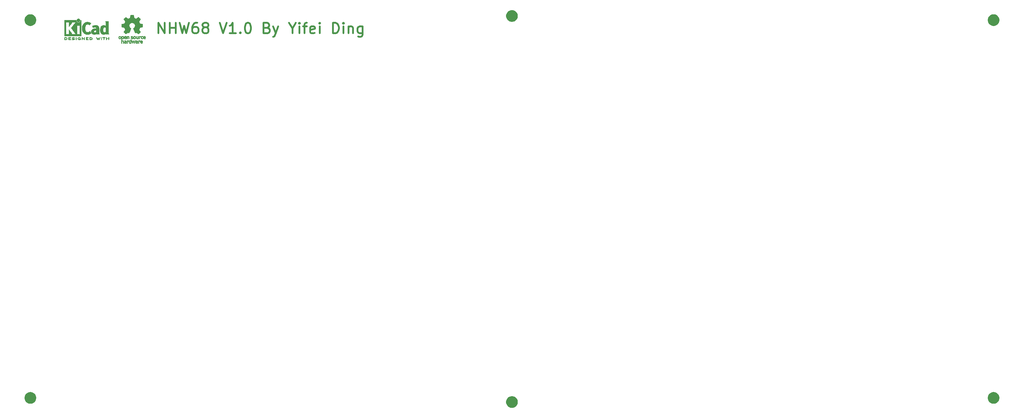
<source format=gts>
G04 #@! TF.GenerationSoftware,KiCad,Pcbnew,(5.1.5)-3*
G04 #@! TF.CreationDate,2020-03-27T18:15:20-07:00*
G04 #@! TF.ProjectId,Mounting_PCB,4d6f756e-7469-46e6-975f-5043422e6b69,rev?*
G04 #@! TF.SameCoordinates,Original*
G04 #@! TF.FileFunction,Soldermask,Top*
G04 #@! TF.FilePolarity,Negative*
%FSLAX46Y46*%
G04 Gerber Fmt 4.6, Leading zero omitted, Abs format (unit mm)*
G04 Created by KiCad (PCBNEW (5.1.5)-3) date 2020-03-27 18:15:20*
%MOMM*%
%LPD*%
G04 APERTURE LIST*
%ADD10C,0.500000*%
%ADD11C,0.010000*%
%ADD12C,0.100000*%
G04 APERTURE END LIST*
D10*
X123362857Y-116079852D02*
X123362857Y-113079852D01*
X125077142Y-116079852D01*
X125077142Y-113079852D01*
X126505714Y-116079852D02*
X126505714Y-113079852D01*
X126505714Y-114508424D02*
X128220000Y-114508424D01*
X128220000Y-116079852D02*
X128220000Y-113079852D01*
X129362857Y-113079852D02*
X130077142Y-116079852D01*
X130648571Y-113936995D01*
X131220000Y-116079852D01*
X131934285Y-113079852D01*
X134362857Y-113079852D02*
X133791428Y-113079852D01*
X133505714Y-113222710D01*
X133362857Y-113365567D01*
X133077142Y-113794138D01*
X132934285Y-114365567D01*
X132934285Y-115508424D01*
X133077142Y-115794138D01*
X133220000Y-115936995D01*
X133505714Y-116079852D01*
X134077142Y-116079852D01*
X134362857Y-115936995D01*
X134505714Y-115794138D01*
X134648571Y-115508424D01*
X134648571Y-114794138D01*
X134505714Y-114508424D01*
X134362857Y-114365567D01*
X134077142Y-114222710D01*
X133505714Y-114222710D01*
X133220000Y-114365567D01*
X133077142Y-114508424D01*
X132934285Y-114794138D01*
X136362857Y-114365567D02*
X136077142Y-114222710D01*
X135934285Y-114079852D01*
X135791428Y-113794138D01*
X135791428Y-113651281D01*
X135934285Y-113365567D01*
X136077142Y-113222710D01*
X136362857Y-113079852D01*
X136934285Y-113079852D01*
X137220000Y-113222710D01*
X137362857Y-113365567D01*
X137505714Y-113651281D01*
X137505714Y-113794138D01*
X137362857Y-114079852D01*
X137220000Y-114222710D01*
X136934285Y-114365567D01*
X136362857Y-114365567D01*
X136077142Y-114508424D01*
X135934285Y-114651281D01*
X135791428Y-114936995D01*
X135791428Y-115508424D01*
X135934285Y-115794138D01*
X136077142Y-115936995D01*
X136362857Y-116079852D01*
X136934285Y-116079852D01*
X137220000Y-115936995D01*
X137362857Y-115794138D01*
X137505714Y-115508424D01*
X137505714Y-114936995D01*
X137362857Y-114651281D01*
X137220000Y-114508424D01*
X136934285Y-114365567D01*
X140648571Y-113079852D02*
X141648571Y-116079852D01*
X142648571Y-113079852D01*
X145220000Y-116079852D02*
X143505714Y-116079852D01*
X144362857Y-116079852D02*
X144362857Y-113079852D01*
X144077142Y-113508424D01*
X143791428Y-113794138D01*
X143505714Y-113936995D01*
X146505714Y-115794138D02*
X146648571Y-115936995D01*
X146505714Y-116079852D01*
X146362857Y-115936995D01*
X146505714Y-115794138D01*
X146505714Y-116079852D01*
X148505714Y-113079852D02*
X148791428Y-113079852D01*
X149077142Y-113222710D01*
X149220000Y-113365567D01*
X149362857Y-113651281D01*
X149505714Y-114222710D01*
X149505714Y-114936995D01*
X149362857Y-115508424D01*
X149220000Y-115794138D01*
X149077142Y-115936995D01*
X148791428Y-116079852D01*
X148505714Y-116079852D01*
X148220000Y-115936995D01*
X148077142Y-115794138D01*
X147934285Y-115508424D01*
X147791428Y-114936995D01*
X147791428Y-114222710D01*
X147934285Y-113651281D01*
X148077142Y-113365567D01*
X148220000Y-113222710D01*
X148505714Y-113079852D01*
X154077142Y-114508424D02*
X154505714Y-114651281D01*
X154648571Y-114794138D01*
X154791428Y-115079852D01*
X154791428Y-115508424D01*
X154648571Y-115794138D01*
X154505714Y-115936995D01*
X154220000Y-116079852D01*
X153077142Y-116079852D01*
X153077142Y-113079852D01*
X154077142Y-113079852D01*
X154362857Y-113222710D01*
X154505714Y-113365567D01*
X154648571Y-113651281D01*
X154648571Y-113936995D01*
X154505714Y-114222710D01*
X154362857Y-114365567D01*
X154077142Y-114508424D01*
X153077142Y-114508424D01*
X155791428Y-114079852D02*
X156505714Y-116079852D01*
X157220000Y-114079852D02*
X156505714Y-116079852D01*
X156220000Y-116794138D01*
X156077142Y-116936995D01*
X155791428Y-117079852D01*
X161220000Y-114651281D02*
X161220000Y-116079852D01*
X160220000Y-113079852D02*
X161220000Y-114651281D01*
X162220000Y-113079852D01*
X163220000Y-116079852D02*
X163220000Y-114079852D01*
X163220000Y-113079852D02*
X163077142Y-113222710D01*
X163220000Y-113365567D01*
X163362857Y-113222710D01*
X163220000Y-113079852D01*
X163220000Y-113365567D01*
X164220000Y-114079852D02*
X165362857Y-114079852D01*
X164648571Y-116079852D02*
X164648571Y-113508424D01*
X164791428Y-113222710D01*
X165077142Y-113079852D01*
X165362857Y-113079852D01*
X167505714Y-115936995D02*
X167220000Y-116079852D01*
X166648571Y-116079852D01*
X166362857Y-115936995D01*
X166220000Y-115651281D01*
X166220000Y-114508424D01*
X166362857Y-114222710D01*
X166648571Y-114079852D01*
X167220000Y-114079852D01*
X167505714Y-114222710D01*
X167648571Y-114508424D01*
X167648571Y-114794138D01*
X166220000Y-115079852D01*
X168934285Y-116079852D02*
X168934285Y-114079852D01*
X168934285Y-113079852D02*
X168791428Y-113222710D01*
X168934285Y-113365567D01*
X169077142Y-113222710D01*
X168934285Y-113079852D01*
X168934285Y-113365567D01*
X172648571Y-116079852D02*
X172648571Y-113079852D01*
X173362857Y-113079852D01*
X173791428Y-113222710D01*
X174077142Y-113508424D01*
X174220000Y-113794138D01*
X174362857Y-114365567D01*
X174362857Y-114794138D01*
X174220000Y-115365567D01*
X174077142Y-115651281D01*
X173791428Y-115936995D01*
X173362857Y-116079852D01*
X172648571Y-116079852D01*
X175648571Y-116079852D02*
X175648571Y-114079852D01*
X175648571Y-113079852D02*
X175505714Y-113222710D01*
X175648571Y-113365567D01*
X175791428Y-113222710D01*
X175648571Y-113079852D01*
X175648571Y-113365567D01*
X177077142Y-114079852D02*
X177077142Y-116079852D01*
X177077142Y-114365567D02*
X177220000Y-114222710D01*
X177505714Y-114079852D01*
X177934285Y-114079852D01*
X178220000Y-114222710D01*
X178362857Y-114508424D01*
X178362857Y-116079852D01*
X181077142Y-114079852D02*
X181077142Y-116508424D01*
X180934285Y-116794138D01*
X180791428Y-116936995D01*
X180505714Y-117079852D01*
X180077142Y-117079852D01*
X179791428Y-116936995D01*
X181077142Y-115936995D02*
X180791428Y-116079852D01*
X180220000Y-116079852D01*
X179934285Y-115936995D01*
X179791428Y-115794138D01*
X179648571Y-115508424D01*
X179648571Y-114651281D01*
X179791428Y-114365567D01*
X179934285Y-114222710D01*
X180220000Y-114079852D01*
X180791428Y-114079852D01*
X181077142Y-114222710D01*
D11*
G36*
X118823210Y-116853078D02*
G01*
X118920029Y-116894208D01*
X118950524Y-116914230D01*
X118989499Y-116944999D01*
X119013965Y-116969192D01*
X119018212Y-116977072D01*
X119006218Y-116994558D01*
X118975521Y-117024229D01*
X118950946Y-117044938D01*
X118883680Y-117098995D01*
X118830564Y-117054301D01*
X118789518Y-117025448D01*
X118749497Y-117015488D01*
X118703693Y-117017920D01*
X118630958Y-117036004D01*
X118580890Y-117073540D01*
X118550463Y-117134221D01*
X118536651Y-117221740D01*
X118536647Y-117221795D01*
X118537842Y-117319617D01*
X118556406Y-117391389D01*
X118593438Y-117440254D01*
X118618684Y-117456802D01*
X118685731Y-117477408D01*
X118757343Y-117477421D01*
X118819649Y-117457427D01*
X118834397Y-117447659D01*
X118871384Y-117422706D01*
X118900302Y-117418617D01*
X118931490Y-117437189D01*
X118965970Y-117470546D01*
X119020546Y-117526855D01*
X118959952Y-117576801D01*
X118866332Y-117633172D01*
X118760759Y-117660952D01*
X118650432Y-117658941D01*
X118577977Y-117640521D01*
X118493290Y-117594969D01*
X118425561Y-117523309D01*
X118394791Y-117472725D01*
X118369870Y-117400147D01*
X118357400Y-117308228D01*
X118357304Y-117208607D01*
X118369504Y-117112926D01*
X118393924Y-117032828D01*
X118397770Y-117024615D01*
X118454727Y-116944072D01*
X118531843Y-116885430D01*
X118623024Y-116849906D01*
X118722177Y-116838716D01*
X118823210Y-116853078D01*
G37*
X118823210Y-116853078D02*
X118920029Y-116894208D01*
X118950524Y-116914230D01*
X118989499Y-116944999D01*
X119013965Y-116969192D01*
X119018212Y-116977072D01*
X119006218Y-116994558D01*
X118975521Y-117024229D01*
X118950946Y-117044938D01*
X118883680Y-117098995D01*
X118830564Y-117054301D01*
X118789518Y-117025448D01*
X118749497Y-117015488D01*
X118703693Y-117017920D01*
X118630958Y-117036004D01*
X118580890Y-117073540D01*
X118550463Y-117134221D01*
X118536651Y-117221740D01*
X118536647Y-117221795D01*
X118537842Y-117319617D01*
X118556406Y-117391389D01*
X118593438Y-117440254D01*
X118618684Y-117456802D01*
X118685731Y-117477408D01*
X118757343Y-117477421D01*
X118819649Y-117457427D01*
X118834397Y-117447659D01*
X118871384Y-117422706D01*
X118900302Y-117418617D01*
X118931490Y-117437189D01*
X118965970Y-117470546D01*
X119020546Y-117526855D01*
X118959952Y-117576801D01*
X118866332Y-117633172D01*
X118760759Y-117660952D01*
X118650432Y-117658941D01*
X118577977Y-117640521D01*
X118493290Y-117594969D01*
X118425561Y-117523309D01*
X118394791Y-117472725D01*
X118369870Y-117400147D01*
X118357400Y-117308228D01*
X118357304Y-117208607D01*
X118369504Y-117112926D01*
X118393924Y-117032828D01*
X118397770Y-117024615D01*
X118454727Y-116944072D01*
X118531843Y-116885430D01*
X118623024Y-116849906D01*
X118722177Y-116838716D01*
X118823210Y-116853078D01*
G36*
X112503418Y-116854763D02*
G01*
X112590839Y-116893413D01*
X112657204Y-116957949D01*
X112702610Y-117048471D01*
X112727152Y-117165077D01*
X112728911Y-117183283D01*
X112730290Y-117311643D01*
X112712418Y-117424155D01*
X112676384Y-117515347D01*
X112657089Y-117544681D01*
X112589879Y-117606765D01*
X112504284Y-117646975D01*
X112408524Y-117663662D01*
X112310821Y-117655176D01*
X112236551Y-117629039D01*
X112172681Y-117584994D01*
X112120480Y-117527246D01*
X112119577Y-117525895D01*
X112098378Y-117490252D01*
X112084601Y-117454411D01*
X112076258Y-117409178D01*
X112071361Y-117345360D01*
X112069203Y-117293027D01*
X112068305Y-117245569D01*
X112235377Y-117245569D01*
X112237010Y-117292813D01*
X112242938Y-117355705D01*
X112253395Y-117396066D01*
X112272253Y-117424781D01*
X112289915Y-117441555D01*
X112352528Y-117476675D01*
X112418042Y-117481369D01*
X112479055Y-117456099D01*
X112509562Y-117427783D01*
X112531545Y-117399248D01*
X112544403Y-117371943D01*
X112550046Y-117336409D01*
X112550385Y-117283183D01*
X112548646Y-117234165D01*
X112544905Y-117164141D01*
X112538975Y-117118723D01*
X112528287Y-117089099D01*
X112510273Y-117066456D01*
X112495997Y-117053514D01*
X112436285Y-117019519D01*
X112371868Y-117017824D01*
X112317853Y-117037960D01*
X112271774Y-117080011D01*
X112244323Y-117149087D01*
X112235377Y-117245569D01*
X112068305Y-117245569D01*
X112067233Y-117188958D01*
X112070598Y-117111127D01*
X112080679Y-117052589D01*
X112098860Y-117006396D01*
X112126524Y-116965601D01*
X112136780Y-116953487D01*
X112200912Y-116893133D01*
X112269700Y-116857879D01*
X112353823Y-116843109D01*
X112394843Y-116841902D01*
X112503418Y-116854763D01*
G37*
X112503418Y-116854763D02*
X112590839Y-116893413D01*
X112657204Y-116957949D01*
X112702610Y-117048471D01*
X112727152Y-117165077D01*
X112728911Y-117183283D01*
X112730290Y-117311643D01*
X112712418Y-117424155D01*
X112676384Y-117515347D01*
X112657089Y-117544681D01*
X112589879Y-117606765D01*
X112504284Y-117646975D01*
X112408524Y-117663662D01*
X112310821Y-117655176D01*
X112236551Y-117629039D01*
X112172681Y-117584994D01*
X112120480Y-117527246D01*
X112119577Y-117525895D01*
X112098378Y-117490252D01*
X112084601Y-117454411D01*
X112076258Y-117409178D01*
X112071361Y-117345360D01*
X112069203Y-117293027D01*
X112068305Y-117245569D01*
X112235377Y-117245569D01*
X112237010Y-117292813D01*
X112242938Y-117355705D01*
X112253395Y-117396066D01*
X112272253Y-117424781D01*
X112289915Y-117441555D01*
X112352528Y-117476675D01*
X112418042Y-117481369D01*
X112479055Y-117456099D01*
X112509562Y-117427783D01*
X112531545Y-117399248D01*
X112544403Y-117371943D01*
X112550046Y-117336409D01*
X112550385Y-117283183D01*
X112548646Y-117234165D01*
X112544905Y-117164141D01*
X112538975Y-117118723D01*
X112528287Y-117089099D01*
X112510273Y-117066456D01*
X112495997Y-117053514D01*
X112436285Y-117019519D01*
X112371868Y-117017824D01*
X112317853Y-117037960D01*
X112271774Y-117080011D01*
X112244323Y-117149087D01*
X112235377Y-117245569D01*
X112068305Y-117245569D01*
X112067233Y-117188958D01*
X112070598Y-117111127D01*
X112080679Y-117052589D01*
X112098860Y-117006396D01*
X112126524Y-116965601D01*
X112136780Y-116953487D01*
X112200912Y-116893133D01*
X112269700Y-116857879D01*
X112353823Y-116843109D01*
X112394843Y-116841902D01*
X112503418Y-116854763D01*
G36*
X115609265Y-118918185D02*
G01*
X115517357Y-118918185D01*
X115464011Y-118916621D01*
X115436227Y-118910144D01*
X115426224Y-118896077D01*
X115425449Y-118886565D01*
X115423762Y-118867491D01*
X115413124Y-118863833D01*
X115385169Y-118875591D01*
X115363429Y-118886565D01*
X115279966Y-118912570D01*
X115189238Y-118914075D01*
X115115476Y-118894680D01*
X115046788Y-118847824D01*
X114994428Y-118778663D01*
X114965756Y-118697086D01*
X114965026Y-118692525D01*
X114960766Y-118642760D01*
X114958648Y-118571318D01*
X114958818Y-118517285D01*
X115141354Y-118517285D01*
X115145583Y-118589100D01*
X115155202Y-118648293D01*
X115168224Y-118681719D01*
X115217490Y-118727399D01*
X115275984Y-118743774D01*
X115336305Y-118730532D01*
X115387851Y-118691032D01*
X115407372Y-118664466D01*
X115418786Y-118632765D01*
X115424132Y-118586491D01*
X115425449Y-118516987D01*
X115423092Y-118448158D01*
X115416867Y-118387685D01*
X115408042Y-118347215D01*
X115406571Y-118343588D01*
X115370981Y-118300461D01*
X115319034Y-118276783D01*
X115260912Y-118272960D01*
X115206794Y-118289397D01*
X115166860Y-118326499D01*
X115162717Y-118333881D01*
X115149750Y-118378898D01*
X115142686Y-118443626D01*
X115141354Y-118517285D01*
X114958818Y-118517285D01*
X114958905Y-118489889D01*
X114960106Y-118446064D01*
X114968279Y-118337647D01*
X114985264Y-118256247D01*
X115013521Y-118196071D01*
X115055506Y-118151325D01*
X115096266Y-118125059D01*
X115153215Y-118106594D01*
X115224045Y-118100261D01*
X115296575Y-118105419D01*
X115358620Y-118121428D01*
X115391402Y-118140579D01*
X115425449Y-118171391D01*
X115425449Y-117781869D01*
X115609265Y-117781869D01*
X115609265Y-118918185D01*
G37*
X115609265Y-118918185D02*
X115517357Y-118918185D01*
X115464011Y-118916621D01*
X115436227Y-118910144D01*
X115426224Y-118896077D01*
X115425449Y-118886565D01*
X115423762Y-118867491D01*
X115413124Y-118863833D01*
X115385169Y-118875591D01*
X115363429Y-118886565D01*
X115279966Y-118912570D01*
X115189238Y-118914075D01*
X115115476Y-118894680D01*
X115046788Y-118847824D01*
X114994428Y-118778663D01*
X114965756Y-118697086D01*
X114965026Y-118692525D01*
X114960766Y-118642760D01*
X114958648Y-118571318D01*
X114958818Y-118517285D01*
X115141354Y-118517285D01*
X115145583Y-118589100D01*
X115155202Y-118648293D01*
X115168224Y-118681719D01*
X115217490Y-118727399D01*
X115275984Y-118743774D01*
X115336305Y-118730532D01*
X115387851Y-118691032D01*
X115407372Y-118664466D01*
X115418786Y-118632765D01*
X115424132Y-118586491D01*
X115425449Y-118516987D01*
X115423092Y-118448158D01*
X115416867Y-118387685D01*
X115408042Y-118347215D01*
X115406571Y-118343588D01*
X115370981Y-118300461D01*
X115319034Y-118276783D01*
X115260912Y-118272960D01*
X115206794Y-118289397D01*
X115166860Y-118326499D01*
X115162717Y-118333881D01*
X115149750Y-118378898D01*
X115142686Y-118443626D01*
X115141354Y-118517285D01*
X114958818Y-118517285D01*
X114958905Y-118489889D01*
X114960106Y-118446064D01*
X114968279Y-118337647D01*
X114985264Y-118256247D01*
X115013521Y-118196071D01*
X115055506Y-118151325D01*
X115096266Y-118125059D01*
X115153215Y-118106594D01*
X115224045Y-118100261D01*
X115296575Y-118105419D01*
X115358620Y-118121428D01*
X115391402Y-118140579D01*
X115425449Y-118171391D01*
X115425449Y-117781869D01*
X115609265Y-117781869D01*
X115609265Y-118918185D01*
G36*
X114037091Y-118105843D02*
G01*
X114115704Y-118126819D01*
X114175550Y-118164839D01*
X114217781Y-118214637D01*
X114230909Y-118235889D01*
X114240602Y-118258151D01*
X114247378Y-118286629D01*
X114251757Y-118326530D01*
X114254258Y-118383060D01*
X114255402Y-118461426D01*
X114255706Y-118566835D01*
X114255712Y-118594801D01*
X114255712Y-118918185D01*
X114175502Y-118918185D01*
X114124340Y-118914602D01*
X114086511Y-118905525D01*
X114077033Y-118899927D01*
X114051122Y-118890265D01*
X114024658Y-118899927D01*
X113981086Y-118911989D01*
X113917794Y-118916844D01*
X113847644Y-118914737D01*
X113783494Y-118905915D01*
X113746041Y-118894596D01*
X113673567Y-118848071D01*
X113628274Y-118783505D01*
X113607912Y-118697659D01*
X113607722Y-118695455D01*
X113609509Y-118657372D01*
X113771107Y-118657372D01*
X113785235Y-118700689D01*
X113808246Y-118725067D01*
X113854438Y-118743504D01*
X113915409Y-118750864D01*
X113977583Y-118747242D01*
X114027385Y-118732733D01*
X114041337Y-118723424D01*
X114065719Y-118680412D01*
X114071897Y-118631516D01*
X114071897Y-118567264D01*
X113979452Y-118567264D01*
X113891629Y-118574025D01*
X113825052Y-118593179D01*
X113783636Y-118623035D01*
X113771107Y-118657372D01*
X113609509Y-118657372D01*
X113612124Y-118601663D01*
X113643058Y-118527506D01*
X113701215Y-118471426D01*
X113709254Y-118466324D01*
X113743797Y-118449714D01*
X113786552Y-118439655D01*
X113846320Y-118434766D01*
X113917324Y-118433642D01*
X114071897Y-118433580D01*
X114071897Y-118368784D01*
X114065340Y-118318509D01*
X114048609Y-118284828D01*
X114046650Y-118283035D01*
X114009417Y-118268301D01*
X113953214Y-118262590D01*
X113891101Y-118265396D01*
X113836144Y-118276215D01*
X113803533Y-118292441D01*
X113785862Y-118305439D01*
X113767203Y-118307921D01*
X113741453Y-118297272D01*
X113702507Y-118270877D01*
X113644264Y-118226124D01*
X113638918Y-118221932D01*
X113641657Y-118206419D01*
X113664510Y-118180619D01*
X113699243Y-118151948D01*
X113737624Y-118127825D01*
X113749682Y-118122129D01*
X113793668Y-118110762D01*
X113858121Y-118102654D01*
X113930131Y-118099402D01*
X113933498Y-118099395D01*
X114037091Y-118105843D01*
G37*
X114037091Y-118105843D02*
X114115704Y-118126819D01*
X114175550Y-118164839D01*
X114217781Y-118214637D01*
X114230909Y-118235889D01*
X114240602Y-118258151D01*
X114247378Y-118286629D01*
X114251757Y-118326530D01*
X114254258Y-118383060D01*
X114255402Y-118461426D01*
X114255706Y-118566835D01*
X114255712Y-118594801D01*
X114255712Y-118918185D01*
X114175502Y-118918185D01*
X114124340Y-118914602D01*
X114086511Y-118905525D01*
X114077033Y-118899927D01*
X114051122Y-118890265D01*
X114024658Y-118899927D01*
X113981086Y-118911989D01*
X113917794Y-118916844D01*
X113847644Y-118914737D01*
X113783494Y-118905915D01*
X113746041Y-118894596D01*
X113673567Y-118848071D01*
X113628274Y-118783505D01*
X113607912Y-118697659D01*
X113607722Y-118695455D01*
X113609509Y-118657372D01*
X113771107Y-118657372D01*
X113785235Y-118700689D01*
X113808246Y-118725067D01*
X113854438Y-118743504D01*
X113915409Y-118750864D01*
X113977583Y-118747242D01*
X114027385Y-118732733D01*
X114041337Y-118723424D01*
X114065719Y-118680412D01*
X114071897Y-118631516D01*
X114071897Y-118567264D01*
X113979452Y-118567264D01*
X113891629Y-118574025D01*
X113825052Y-118593179D01*
X113783636Y-118623035D01*
X113771107Y-118657372D01*
X113609509Y-118657372D01*
X113612124Y-118601663D01*
X113643058Y-118527506D01*
X113701215Y-118471426D01*
X113709254Y-118466324D01*
X113743797Y-118449714D01*
X113786552Y-118439655D01*
X113846320Y-118434766D01*
X113917324Y-118433642D01*
X114071897Y-118433580D01*
X114071897Y-118368784D01*
X114065340Y-118318509D01*
X114048609Y-118284828D01*
X114046650Y-118283035D01*
X114009417Y-118268301D01*
X113953214Y-118262590D01*
X113891101Y-118265396D01*
X113836144Y-118276215D01*
X113803533Y-118292441D01*
X113785862Y-118305439D01*
X113767203Y-118307921D01*
X113741453Y-118297272D01*
X113702507Y-118270877D01*
X113644264Y-118226124D01*
X113638918Y-118221932D01*
X113641657Y-118206419D01*
X113664510Y-118180619D01*
X113699243Y-118151948D01*
X113737624Y-118127825D01*
X113749682Y-118122129D01*
X113793668Y-118110762D01*
X113858121Y-118102654D01*
X113930131Y-118099402D01*
X113933498Y-118099395D01*
X114037091Y-118105843D01*
G36*
X118049801Y-118099106D02*
G01*
X118114042Y-118111771D01*
X118150614Y-118130523D01*
X118189087Y-118161676D01*
X118134351Y-118230786D01*
X118100603Y-118272638D01*
X118077687Y-118293057D01*
X118054913Y-118296176D01*
X118021590Y-118286131D01*
X118005948Y-118280448D01*
X117942176Y-118272063D01*
X117883774Y-118290037D01*
X117840898Y-118330641D01*
X117833933Y-118343588D01*
X117826347Y-118377883D01*
X117820493Y-118441086D01*
X117816645Y-118528719D01*
X117815077Y-118636299D01*
X117815055Y-118651603D01*
X117815055Y-118918185D01*
X117631239Y-118918185D01*
X117631239Y-118099369D01*
X117723147Y-118099369D01*
X117776141Y-118100753D01*
X117803749Y-118106911D01*
X117813958Y-118120853D01*
X117815055Y-118134003D01*
X117815055Y-118168637D01*
X117859084Y-118134003D01*
X117909571Y-118110375D01*
X117977394Y-118098692D01*
X118049801Y-118099106D01*
G37*
X118049801Y-118099106D02*
X118114042Y-118111771D01*
X118150614Y-118130523D01*
X118189087Y-118161676D01*
X118134351Y-118230786D01*
X118100603Y-118272638D01*
X118077687Y-118293057D01*
X118054913Y-118296176D01*
X118021590Y-118286131D01*
X118005948Y-118280448D01*
X117942176Y-118272063D01*
X117883774Y-118290037D01*
X117840898Y-118330641D01*
X117833933Y-118343588D01*
X117826347Y-118377883D01*
X117820493Y-118441086D01*
X117816645Y-118528719D01*
X117815077Y-118636299D01*
X117815055Y-118651603D01*
X117815055Y-118918185D01*
X117631239Y-118918185D01*
X117631239Y-118099369D01*
X117723147Y-118099369D01*
X117776141Y-118100753D01*
X117803749Y-118106911D01*
X117813958Y-118120853D01*
X117815055Y-118134003D01*
X117815055Y-118168637D01*
X117859084Y-118134003D01*
X117909571Y-118110375D01*
X117977394Y-118098692D01*
X118049801Y-118099106D01*
G36*
X114556515Y-118101145D02*
G01*
X114581522Y-118108641D01*
X114589584Y-118125110D01*
X114589923Y-118132545D01*
X114591370Y-118153253D01*
X114601332Y-118156504D01*
X114628246Y-118142307D01*
X114644232Y-118132607D01*
X114694667Y-118111834D01*
X114754906Y-118101563D01*
X114818068Y-118100773D01*
X114877271Y-118108445D01*
X114925636Y-118123557D01*
X114956280Y-118145091D01*
X114962323Y-118172025D01*
X114959273Y-118179319D01*
X114937040Y-118209596D01*
X114902564Y-118246834D01*
X114896328Y-118252854D01*
X114863467Y-118280534D01*
X114835114Y-118289477D01*
X114795461Y-118283235D01*
X114779576Y-118279088D01*
X114730143Y-118269126D01*
X114695386Y-118273606D01*
X114666034Y-118289405D01*
X114639147Y-118310608D01*
X114619344Y-118337273D01*
X114605582Y-118374486D01*
X114596818Y-118427332D01*
X114592008Y-118500896D01*
X114590108Y-118600264D01*
X114589923Y-118660260D01*
X114589923Y-118918185D01*
X114422818Y-118918185D01*
X114422818Y-118099369D01*
X114506370Y-118099369D01*
X114556515Y-118101145D01*
G37*
X114556515Y-118101145D02*
X114581522Y-118108641D01*
X114589584Y-118125110D01*
X114589923Y-118132545D01*
X114591370Y-118153253D01*
X114601332Y-118156504D01*
X114628246Y-118142307D01*
X114644232Y-118132607D01*
X114694667Y-118111834D01*
X114754906Y-118101563D01*
X114818068Y-118100773D01*
X114877271Y-118108445D01*
X114925636Y-118123557D01*
X114956280Y-118145091D01*
X114962323Y-118172025D01*
X114959273Y-118179319D01*
X114937040Y-118209596D01*
X114902564Y-118246834D01*
X114896328Y-118252854D01*
X114863467Y-118280534D01*
X114835114Y-118289477D01*
X114795461Y-118283235D01*
X114779576Y-118279088D01*
X114730143Y-118269126D01*
X114695386Y-118273606D01*
X114666034Y-118289405D01*
X114639147Y-118310608D01*
X114619344Y-118337273D01*
X114605582Y-118374486D01*
X114596818Y-118427332D01*
X114592008Y-118500896D01*
X114590108Y-118600264D01*
X114589923Y-118660260D01*
X114589923Y-118918185D01*
X114422818Y-118918185D01*
X114422818Y-118099369D01*
X114506370Y-118099369D01*
X114556515Y-118101145D01*
G36*
X114073652Y-116864686D02*
G01*
X114090304Y-116872525D01*
X114147939Y-116914745D01*
X114202439Y-116976359D01*
X114243133Y-117044202D01*
X114254708Y-117075393D01*
X114265268Y-117131108D01*
X114271565Y-117198440D01*
X114272330Y-117226244D01*
X114272423Y-117313975D01*
X113767484Y-117313975D01*
X113778247Y-117359929D01*
X113804667Y-117414279D01*
X113850856Y-117461250D01*
X113905806Y-117491507D01*
X113940823Y-117497790D01*
X113988311Y-117490165D01*
X114044969Y-117471042D01*
X114064216Y-117462243D01*
X114135393Y-117426695D01*
X114196136Y-117473026D01*
X114231186Y-117504362D01*
X114249836Y-117530226D01*
X114250781Y-117537817D01*
X114234119Y-117556215D01*
X114197604Y-117584174D01*
X114164462Y-117605986D01*
X114075027Y-117645196D01*
X113974763Y-117662944D01*
X113875388Y-117658329D01*
X113796173Y-117634210D01*
X113714514Y-117582543D01*
X113656483Y-117514515D01*
X113620180Y-117426502D01*
X113603706Y-117314875D01*
X113602245Y-117263797D01*
X113608091Y-117146750D01*
X113608809Y-117143345D01*
X113776123Y-117143345D01*
X113780731Y-117154321D01*
X113799670Y-117160374D01*
X113838732Y-117162969D01*
X113903711Y-117163569D01*
X113928731Y-117163580D01*
X114004855Y-117162673D01*
X114053130Y-117159379D01*
X114079094Y-117152840D01*
X114088282Y-117142196D01*
X114088607Y-117138778D01*
X114078121Y-117111615D01*
X114051876Y-117073562D01*
X114040593Y-117060238D01*
X113998706Y-117022555D01*
X113955043Y-117007739D01*
X113931519Y-117006501D01*
X113867877Y-117021988D01*
X113814507Y-117063589D01*
X113780653Y-117124012D01*
X113780053Y-117125981D01*
X113776123Y-117143345D01*
X113608809Y-117143345D01*
X113627533Y-117054587D01*
X113662556Y-116980849D01*
X113705390Y-116928507D01*
X113784582Y-116871751D01*
X113877674Y-116841421D01*
X113976689Y-116838680D01*
X114073652Y-116864686D01*
G37*
X114073652Y-116864686D02*
X114090304Y-116872525D01*
X114147939Y-116914745D01*
X114202439Y-116976359D01*
X114243133Y-117044202D01*
X114254708Y-117075393D01*
X114265268Y-117131108D01*
X114271565Y-117198440D01*
X114272330Y-117226244D01*
X114272423Y-117313975D01*
X113767484Y-117313975D01*
X113778247Y-117359929D01*
X113804667Y-117414279D01*
X113850856Y-117461250D01*
X113905806Y-117491507D01*
X113940823Y-117497790D01*
X113988311Y-117490165D01*
X114044969Y-117471042D01*
X114064216Y-117462243D01*
X114135393Y-117426695D01*
X114196136Y-117473026D01*
X114231186Y-117504362D01*
X114249836Y-117530226D01*
X114250781Y-117537817D01*
X114234119Y-117556215D01*
X114197604Y-117584174D01*
X114164462Y-117605986D01*
X114075027Y-117645196D01*
X113974763Y-117662944D01*
X113875388Y-117658329D01*
X113796173Y-117634210D01*
X113714514Y-117582543D01*
X113656483Y-117514515D01*
X113620180Y-117426502D01*
X113603706Y-117314875D01*
X113602245Y-117263797D01*
X113608091Y-117146750D01*
X113608809Y-117143345D01*
X113776123Y-117143345D01*
X113780731Y-117154321D01*
X113799670Y-117160374D01*
X113838732Y-117162969D01*
X113903711Y-117163569D01*
X113928731Y-117163580D01*
X114004855Y-117162673D01*
X114053130Y-117159379D01*
X114079094Y-117152840D01*
X114088282Y-117142196D01*
X114088607Y-117138778D01*
X114078121Y-117111615D01*
X114051876Y-117073562D01*
X114040593Y-117060238D01*
X113998706Y-117022555D01*
X113955043Y-117007739D01*
X113931519Y-117006501D01*
X113867877Y-117021988D01*
X113814507Y-117063589D01*
X113780653Y-117124012D01*
X113780053Y-117125981D01*
X113776123Y-117143345D01*
X113608809Y-117143345D01*
X113627533Y-117054587D01*
X113662556Y-116980849D01*
X113705390Y-116928507D01*
X113784582Y-116871751D01*
X113877674Y-116841421D01*
X113976689Y-116838680D01*
X114073652Y-116864686D01*
G36*
X115895262Y-116843206D02*
G01*
X115958542Y-116855207D01*
X116024191Y-116880307D01*
X116031206Y-116883507D01*
X116080990Y-116909685D01*
X116115468Y-116934012D01*
X116126612Y-116949596D01*
X116116000Y-116975012D01*
X116090222Y-117012512D01*
X116078780Y-117026511D01*
X116031626Y-117081613D01*
X115970835Y-117045745D01*
X115912981Y-117021851D01*
X115846134Y-117009079D01*
X115782028Y-117008272D01*
X115732398Y-117020274D01*
X115720488Y-117027764D01*
X115697806Y-117062109D01*
X115695050Y-117101672D01*
X115712022Y-117132579D01*
X115722061Y-117138572D01*
X115752144Y-117146016D01*
X115805023Y-117154765D01*
X115870209Y-117163126D01*
X115882234Y-117164437D01*
X115986931Y-117182547D01*
X116062866Y-117213310D01*
X116113226Y-117259566D01*
X116141198Y-117324156D01*
X116149912Y-117403046D01*
X116137874Y-117492724D01*
X116098785Y-117563145D01*
X116032489Y-117614436D01*
X115938828Y-117646726D01*
X115834857Y-117659466D01*
X115750072Y-117659313D01*
X115681299Y-117647742D01*
X115634331Y-117631768D01*
X115574984Y-117603934D01*
X115520140Y-117571632D01*
X115500647Y-117557414D01*
X115450515Y-117516494D01*
X115571437Y-117394136D01*
X115640177Y-117439626D01*
X115709122Y-117473792D01*
X115782745Y-117491663D01*
X115853517Y-117493548D01*
X115913908Y-117479760D01*
X115956391Y-117450608D01*
X115970108Y-117426011D01*
X115968051Y-117386563D01*
X115933964Y-117356396D01*
X115867942Y-117335565D01*
X115795608Y-117325938D01*
X115684286Y-117307569D01*
X115601586Y-117272913D01*
X115546399Y-117220956D01*
X115517622Y-117150682D01*
X115513635Y-117067366D01*
X115533327Y-116980340D01*
X115578223Y-116914561D01*
X115648725Y-116869727D01*
X115745235Y-116845538D01*
X115816734Y-116840796D01*
X115895262Y-116843206D01*
G37*
X115895262Y-116843206D02*
X115958542Y-116855207D01*
X116024191Y-116880307D01*
X116031206Y-116883507D01*
X116080990Y-116909685D01*
X116115468Y-116934012D01*
X116126612Y-116949596D01*
X116116000Y-116975012D01*
X116090222Y-117012512D01*
X116078780Y-117026511D01*
X116031626Y-117081613D01*
X115970835Y-117045745D01*
X115912981Y-117021851D01*
X115846134Y-117009079D01*
X115782028Y-117008272D01*
X115732398Y-117020274D01*
X115720488Y-117027764D01*
X115697806Y-117062109D01*
X115695050Y-117101672D01*
X115712022Y-117132579D01*
X115722061Y-117138572D01*
X115752144Y-117146016D01*
X115805023Y-117154765D01*
X115870209Y-117163126D01*
X115882234Y-117164437D01*
X115986931Y-117182547D01*
X116062866Y-117213310D01*
X116113226Y-117259566D01*
X116141198Y-117324156D01*
X116149912Y-117403046D01*
X116137874Y-117492724D01*
X116098785Y-117563145D01*
X116032489Y-117614436D01*
X115938828Y-117646726D01*
X115834857Y-117659466D01*
X115750072Y-117659313D01*
X115681299Y-117647742D01*
X115634331Y-117631768D01*
X115574984Y-117603934D01*
X115520140Y-117571632D01*
X115500647Y-117557414D01*
X115450515Y-117516494D01*
X115571437Y-117394136D01*
X115640177Y-117439626D01*
X115709122Y-117473792D01*
X115782745Y-117491663D01*
X115853517Y-117493548D01*
X115913908Y-117479760D01*
X115956391Y-117450608D01*
X115970108Y-117426011D01*
X115968051Y-117386563D01*
X115933964Y-117356396D01*
X115867942Y-117335565D01*
X115795608Y-117325938D01*
X115684286Y-117307569D01*
X115601586Y-117272913D01*
X115546399Y-117220956D01*
X115517622Y-117150682D01*
X115513635Y-117067366D01*
X115533327Y-116980340D01*
X115578223Y-116914561D01*
X115648725Y-116869727D01*
X115745235Y-116845538D01*
X115816734Y-116840796D01*
X115895262Y-116843206D01*
G36*
X118268022Y-116845304D02*
G01*
X118325499Y-116862865D01*
X118362506Y-116885054D01*
X118374561Y-116902601D01*
X118371243Y-116923401D01*
X118349713Y-116956078D01*
X118331508Y-116979221D01*
X118293978Y-117021061D01*
X118265782Y-117038664D01*
X118241745Y-117037515D01*
X118170442Y-117019369D01*
X118118076Y-117020193D01*
X118075552Y-117040757D01*
X118061276Y-117052793D01*
X118015581Y-117095142D01*
X118015581Y-117648185D01*
X117831765Y-117648185D01*
X117831765Y-116846080D01*
X117923673Y-116846080D01*
X117978853Y-116848262D01*
X118007322Y-116856010D01*
X118015577Y-116871127D01*
X118015581Y-116871575D01*
X118019479Y-116887408D01*
X118037108Y-116885343D01*
X118061535Y-116873920D01*
X118111984Y-116852664D01*
X118152950Y-116839875D01*
X118205662Y-116836597D01*
X118268022Y-116845304D01*
G37*
X118268022Y-116845304D02*
X118325499Y-116862865D01*
X118362506Y-116885054D01*
X118374561Y-116902601D01*
X118371243Y-116923401D01*
X118349713Y-116956078D01*
X118331508Y-116979221D01*
X118293978Y-117021061D01*
X118265782Y-117038664D01*
X118241745Y-117037515D01*
X118170442Y-117019369D01*
X118118076Y-117020193D01*
X118075552Y-117040757D01*
X118061276Y-117052793D01*
X118015581Y-117095142D01*
X118015581Y-117648185D01*
X117831765Y-117648185D01*
X117831765Y-116846080D01*
X117923673Y-116846080D01*
X117978853Y-116848262D01*
X118007322Y-116856010D01*
X118015577Y-116871127D01*
X118015581Y-116871575D01*
X118019479Y-116887408D01*
X118037108Y-116885343D01*
X118061535Y-116873920D01*
X118111984Y-116852664D01*
X118152950Y-116839875D01*
X118205662Y-116836597D01*
X118268022Y-116845304D01*
G36*
X118577827Y-118103737D02*
G01*
X118657702Y-118124504D01*
X118724596Y-118167364D01*
X118756985Y-118199382D01*
X118810079Y-118275072D01*
X118840507Y-118362875D01*
X118850961Y-118470809D01*
X118851014Y-118479534D01*
X118851107Y-118567264D01*
X118346168Y-118567264D01*
X118356932Y-118613218D01*
X118376366Y-118654837D01*
X118410379Y-118698203D01*
X118417494Y-118705126D01*
X118478637Y-118742594D01*
X118548363Y-118748948D01*
X118628621Y-118724297D01*
X118642226Y-118717659D01*
X118683953Y-118697478D01*
X118711902Y-118685980D01*
X118716779Y-118684917D01*
X118733802Y-118695242D01*
X118766267Y-118720504D01*
X118782748Y-118734309D01*
X118816898Y-118766020D01*
X118828112Y-118786958D01*
X118820329Y-118806219D01*
X118816169Y-118811486D01*
X118787991Y-118834537D01*
X118741496Y-118862551D01*
X118709068Y-118878905D01*
X118617019Y-118907718D01*
X118515110Y-118917054D01*
X118418597Y-118905991D01*
X118391568Y-118898071D01*
X118307910Y-118853240D01*
X118245900Y-118784257D01*
X118205179Y-118690453D01*
X118185389Y-118571157D01*
X118183216Y-118508777D01*
X118189560Y-118417957D01*
X118349791Y-118417957D01*
X118365289Y-118424671D01*
X118406946Y-118429939D01*
X118467510Y-118433048D01*
X118508541Y-118433580D01*
X118582345Y-118433067D01*
X118628927Y-118430665D01*
X118654482Y-118425081D01*
X118665203Y-118415020D01*
X118667291Y-118400422D01*
X118652965Y-118355455D01*
X118616896Y-118311012D01*
X118569449Y-118276901D01*
X118521983Y-118262947D01*
X118457513Y-118275325D01*
X118401704Y-118311111D01*
X118363008Y-118362692D01*
X118349791Y-118417957D01*
X118189560Y-118417957D01*
X118192455Y-118376525D01*
X118220970Y-118271157D01*
X118269363Y-118191837D01*
X118338238Y-118137730D01*
X118428199Y-118108002D01*
X118476934Y-118102277D01*
X118577827Y-118103737D01*
G37*
X118577827Y-118103737D02*
X118657702Y-118124504D01*
X118724596Y-118167364D01*
X118756985Y-118199382D01*
X118810079Y-118275072D01*
X118840507Y-118362875D01*
X118850961Y-118470809D01*
X118851014Y-118479534D01*
X118851107Y-118567264D01*
X118346168Y-118567264D01*
X118356932Y-118613218D01*
X118376366Y-118654837D01*
X118410379Y-118698203D01*
X118417494Y-118705126D01*
X118478637Y-118742594D01*
X118548363Y-118748948D01*
X118628621Y-118724297D01*
X118642226Y-118717659D01*
X118683953Y-118697478D01*
X118711902Y-118685980D01*
X118716779Y-118684917D01*
X118733802Y-118695242D01*
X118766267Y-118720504D01*
X118782748Y-118734309D01*
X118816898Y-118766020D01*
X118828112Y-118786958D01*
X118820329Y-118806219D01*
X118816169Y-118811486D01*
X118787991Y-118834537D01*
X118741496Y-118862551D01*
X118709068Y-118878905D01*
X118617019Y-118907718D01*
X118515110Y-118917054D01*
X118418597Y-118905991D01*
X118391568Y-118898071D01*
X118307910Y-118853240D01*
X118245900Y-118784257D01*
X118205179Y-118690453D01*
X118185389Y-118571157D01*
X118183216Y-118508777D01*
X118189560Y-118417957D01*
X118349791Y-118417957D01*
X118365289Y-118424671D01*
X118406946Y-118429939D01*
X118467510Y-118433048D01*
X118508541Y-118433580D01*
X118582345Y-118433067D01*
X118628927Y-118430665D01*
X118654482Y-118425081D01*
X118665203Y-118415020D01*
X118667291Y-118400422D01*
X118652965Y-118355455D01*
X118616896Y-118311012D01*
X118569449Y-118276901D01*
X118521983Y-118262947D01*
X118457513Y-118275325D01*
X118401704Y-118311111D01*
X118363008Y-118362692D01*
X118349791Y-118417957D01*
X118189560Y-118417957D01*
X118192455Y-118376525D01*
X118220970Y-118271157D01*
X118269363Y-118191837D01*
X118338238Y-118137730D01*
X118428199Y-118108002D01*
X118476934Y-118102277D01*
X118577827Y-118103737D01*
G36*
X116377598Y-111306235D02*
G01*
X116453147Y-111706981D01*
X117010675Y-111936813D01*
X117345099Y-111709407D01*
X117438756Y-111646090D01*
X117523416Y-111589555D01*
X117595129Y-111542386D01*
X117649945Y-111507161D01*
X117683914Y-111486464D01*
X117693164Y-111482001D01*
X117709829Y-111493479D01*
X117745440Y-111525210D01*
X117796005Y-111573142D01*
X117857534Y-111633221D01*
X117926033Y-111701392D01*
X117997513Y-111773604D01*
X118067981Y-111845801D01*
X118133445Y-111913932D01*
X118189914Y-111973942D01*
X118233397Y-112021778D01*
X118259902Y-112053386D01*
X118266239Y-112063964D01*
X118257120Y-112083465D01*
X118231554Y-112126190D01*
X118192231Y-112187957D01*
X118141837Y-112264590D01*
X118083061Y-112351907D01*
X118049002Y-112401711D01*
X117986923Y-112492652D01*
X117931760Y-112574718D01*
X117886188Y-112643822D01*
X117852884Y-112695881D01*
X117834524Y-112726809D01*
X117831765Y-112733309D01*
X117838019Y-112751780D01*
X117855068Y-112794831D01*
X117880337Y-112856408D01*
X117911256Y-112930458D01*
X117945252Y-113010929D01*
X117979752Y-113091766D01*
X118012185Y-113166917D01*
X118039977Y-113230330D01*
X118060557Y-113275952D01*
X118071353Y-113297728D01*
X118071990Y-113298585D01*
X118088941Y-113302743D01*
X118134085Y-113312020D01*
X118202744Y-113325503D01*
X118290236Y-113342280D01*
X118391884Y-113361440D01*
X118451190Y-113372489D01*
X118559806Y-113393169D01*
X118657911Y-113412848D01*
X118740543Y-113430448D01*
X118802738Y-113444892D01*
X118839533Y-113455105D01*
X118846930Y-113458345D01*
X118854174Y-113480276D01*
X118860019Y-113529806D01*
X118864469Y-113601144D01*
X118867527Y-113688498D01*
X118869199Y-113786076D01*
X118869487Y-113888085D01*
X118868395Y-113988734D01*
X118865928Y-114082231D01*
X118862090Y-114162784D01*
X118856884Y-114224601D01*
X118850315Y-114261889D01*
X118846375Y-114269652D01*
X118822822Y-114278957D01*
X118772916Y-114292259D01*
X118703257Y-114307996D01*
X118620447Y-114324605D01*
X118591539Y-114329978D01*
X118452165Y-114355507D01*
X118342070Y-114376067D01*
X118257616Y-114392474D01*
X118195164Y-114405546D01*
X118151078Y-114416100D01*
X118121719Y-114424953D01*
X118103449Y-114432922D01*
X118092632Y-114440824D01*
X118091119Y-114442386D01*
X118076011Y-114467545D01*
X118052963Y-114516509D01*
X118024278Y-114583280D01*
X117992256Y-114661864D01*
X117959199Y-114746266D01*
X117927407Y-114830489D01*
X117899183Y-114908538D01*
X117876827Y-114974418D01*
X117862641Y-115022132D01*
X117858927Y-115045686D01*
X117859236Y-115046511D01*
X117871823Y-115065763D01*
X117900378Y-115108122D01*
X117941901Y-115169180D01*
X117993390Y-115244527D01*
X118051845Y-115329755D01*
X118068492Y-115353974D01*
X118127849Y-115441782D01*
X118180081Y-115521897D01*
X118222342Y-115589721D01*
X118251787Y-115640652D01*
X118265571Y-115670090D01*
X118266239Y-115673707D01*
X118254658Y-115692716D01*
X118222658Y-115730373D01*
X118174352Y-115782632D01*
X118113854Y-115845445D01*
X118045278Y-115914765D01*
X117972738Y-115986544D01*
X117900346Y-116056736D01*
X117832218Y-116121294D01*
X117772466Y-116176169D01*
X117725205Y-116217315D01*
X117694547Y-116240685D01*
X117686066Y-116244501D01*
X117666325Y-116235514D01*
X117625908Y-116211275D01*
X117571397Y-116175868D01*
X117529457Y-116147370D01*
X117453463Y-116095077D01*
X117363468Y-116033504D01*
X117273198Y-115972029D01*
X117224666Y-115939128D01*
X117060396Y-115828018D01*
X116922503Y-115902575D01*
X116859683Y-115935237D01*
X116806263Y-115960625D01*
X116770118Y-115975105D01*
X116760918Y-115977119D01*
X116749855Y-115962243D01*
X116728028Y-115920206D01*
X116697068Y-115854886D01*
X116658604Y-115770159D01*
X116614266Y-115669904D01*
X116565681Y-115557998D01*
X116514480Y-115438318D01*
X116462293Y-115314743D01*
X116410747Y-115191150D01*
X116361474Y-115071416D01*
X116316101Y-114959418D01*
X116276259Y-114859036D01*
X116243576Y-114774145D01*
X116219683Y-114708624D01*
X116206208Y-114666349D01*
X116204040Y-114651831D01*
X116221217Y-114633312D01*
X116258824Y-114603249D01*
X116309000Y-114567891D01*
X116313212Y-114565093D01*
X116442898Y-114461284D01*
X116547468Y-114340174D01*
X116626015Y-114205635D01*
X116677633Y-114061541D01*
X116701416Y-113911764D01*
X116696457Y-113760176D01*
X116661851Y-113610651D01*
X116596691Y-113467059D01*
X116577520Y-113435643D01*
X116477808Y-113308784D01*
X116360011Y-113206914D01*
X116228205Y-113130563D01*
X116086467Y-113080261D01*
X115938876Y-113056538D01*
X115789507Y-113059924D01*
X115642437Y-113090947D01*
X115501745Y-113150139D01*
X115371507Y-113238028D01*
X115331220Y-113273701D01*
X115228689Y-113385365D01*
X115153975Y-113502916D01*
X115102724Y-113634679D01*
X115074180Y-113765166D01*
X115067134Y-113911875D01*
X115090630Y-114059312D01*
X115142283Y-114202493D01*
X115219705Y-114336436D01*
X115320509Y-114456157D01*
X115442310Y-114556673D01*
X115458318Y-114567268D01*
X115509032Y-114601965D01*
X115547584Y-114632029D01*
X115566015Y-114651224D01*
X115566283Y-114651831D01*
X115562326Y-114672595D01*
X115546641Y-114719721D01*
X115520856Y-114789332D01*
X115486603Y-114877552D01*
X115445511Y-114980503D01*
X115399210Y-115094309D01*
X115349330Y-115215094D01*
X115297501Y-115338980D01*
X115245353Y-115462091D01*
X115194516Y-115580550D01*
X115146621Y-115690482D01*
X115103296Y-115788008D01*
X115066172Y-115869252D01*
X115036878Y-115930338D01*
X115017046Y-115967389D01*
X115009060Y-115977119D01*
X114984655Y-115969542D01*
X114938992Y-115949219D01*
X114879944Y-115919784D01*
X114847474Y-115902575D01*
X114709581Y-115828018D01*
X114545311Y-115939128D01*
X114461455Y-115996049D01*
X114369647Y-116058689D01*
X114283614Y-116117670D01*
X114240521Y-116147370D01*
X114179911Y-116188069D01*
X114128589Y-116220322D01*
X114093249Y-116240043D01*
X114081771Y-116244213D01*
X114065064Y-116232966D01*
X114028088Y-116201570D01*
X113974429Y-116153283D01*
X113907672Y-116091367D01*
X113831400Y-116019080D01*
X113783161Y-115972667D01*
X113698767Y-115889746D01*
X113625831Y-115815579D01*
X113567303Y-115753339D01*
X113526131Y-115706200D01*
X113505262Y-115677332D01*
X113503260Y-115671474D01*
X113512551Y-115649191D01*
X113538225Y-115604136D01*
X113577434Y-115540870D01*
X113627331Y-115463954D01*
X113685067Y-115377951D01*
X113701485Y-115353974D01*
X113761311Y-115266829D01*
X113814984Y-115188369D01*
X113859504Y-115123004D01*
X113891869Y-115075143D01*
X113909079Y-115049194D01*
X113910741Y-115046511D01*
X113908255Y-115025831D01*
X113895057Y-114980363D01*
X113873448Y-114916103D01*
X113845730Y-114839046D01*
X113814204Y-114755188D01*
X113781171Y-114670525D01*
X113748933Y-114591051D01*
X113719791Y-114522763D01*
X113696046Y-114471656D01*
X113679999Y-114443726D01*
X113678859Y-114442386D01*
X113669046Y-114434404D01*
X113652473Y-114426510D01*
X113625502Y-114417888D01*
X113584495Y-114407721D01*
X113525814Y-114395190D01*
X113445821Y-114379480D01*
X113340879Y-114359772D01*
X113207349Y-114335251D01*
X113178438Y-114329978D01*
X113092752Y-114313423D01*
X113018052Y-114297228D01*
X112960940Y-114282955D01*
X112928017Y-114272167D01*
X112923603Y-114269652D01*
X112916328Y-114247355D01*
X112910415Y-114197528D01*
X112905868Y-114125963D01*
X112902689Y-114038452D01*
X112900885Y-113940787D01*
X112900457Y-113838760D01*
X112901411Y-113738162D01*
X112903750Y-113644786D01*
X112907478Y-113564424D01*
X112912600Y-113502868D01*
X112919118Y-113465909D01*
X112923048Y-113458345D01*
X112944926Y-113450715D01*
X112994743Y-113438301D01*
X113067537Y-113422181D01*
X113158345Y-113403432D01*
X113262203Y-113383130D01*
X113318788Y-113372489D01*
X113426148Y-113352419D01*
X113521888Y-113334239D01*
X113601328Y-113318858D01*
X113659788Y-113307190D01*
X113692589Y-113300147D01*
X113697988Y-113298585D01*
X113707112Y-113280981D01*
X113726399Y-113238577D01*
X113753279Y-113177431D01*
X113785180Y-113103602D01*
X113819532Y-113023148D01*
X113853763Y-112942127D01*
X113885303Y-112866596D01*
X113911580Y-112802614D01*
X113930023Y-112756239D01*
X113938063Y-112733528D01*
X113938212Y-112732535D01*
X113929099Y-112714620D01*
X113903548Y-112673392D01*
X113864246Y-112612950D01*
X113813877Y-112537390D01*
X113755128Y-112450811D01*
X113720976Y-112401080D01*
X113658744Y-112309895D01*
X113603470Y-112227108D01*
X113557852Y-112156908D01*
X113524586Y-112103483D01*
X113506370Y-112071020D01*
X113503739Y-112063742D01*
X113515048Y-112046804D01*
X113546315Y-112010637D01*
X113593544Y-111959294D01*
X113652742Y-111896826D01*
X113719915Y-111827285D01*
X113791068Y-111754724D01*
X113862208Y-111683194D01*
X113929341Y-111616746D01*
X113988473Y-111559433D01*
X114035609Y-111515306D01*
X114066757Y-111488418D01*
X114077177Y-111482001D01*
X114094143Y-111491024D01*
X114134723Y-111516374D01*
X114194971Y-111555469D01*
X114270941Y-111605730D01*
X114358688Y-111664576D01*
X114424878Y-111709407D01*
X114759302Y-111936813D01*
X115038067Y-111821897D01*
X115316831Y-111706981D01*
X115392380Y-111306235D01*
X115467928Y-110905488D01*
X116302049Y-110905488D01*
X116377598Y-111306235D01*
G37*
X116377598Y-111306235D02*
X116453147Y-111706981D01*
X117010675Y-111936813D01*
X117345099Y-111709407D01*
X117438756Y-111646090D01*
X117523416Y-111589555D01*
X117595129Y-111542386D01*
X117649945Y-111507161D01*
X117683914Y-111486464D01*
X117693164Y-111482001D01*
X117709829Y-111493479D01*
X117745440Y-111525210D01*
X117796005Y-111573142D01*
X117857534Y-111633221D01*
X117926033Y-111701392D01*
X117997513Y-111773604D01*
X118067981Y-111845801D01*
X118133445Y-111913932D01*
X118189914Y-111973942D01*
X118233397Y-112021778D01*
X118259902Y-112053386D01*
X118266239Y-112063964D01*
X118257120Y-112083465D01*
X118231554Y-112126190D01*
X118192231Y-112187957D01*
X118141837Y-112264590D01*
X118083061Y-112351907D01*
X118049002Y-112401711D01*
X117986923Y-112492652D01*
X117931760Y-112574718D01*
X117886188Y-112643822D01*
X117852884Y-112695881D01*
X117834524Y-112726809D01*
X117831765Y-112733309D01*
X117838019Y-112751780D01*
X117855068Y-112794831D01*
X117880337Y-112856408D01*
X117911256Y-112930458D01*
X117945252Y-113010929D01*
X117979752Y-113091766D01*
X118012185Y-113166917D01*
X118039977Y-113230330D01*
X118060557Y-113275952D01*
X118071353Y-113297728D01*
X118071990Y-113298585D01*
X118088941Y-113302743D01*
X118134085Y-113312020D01*
X118202744Y-113325503D01*
X118290236Y-113342280D01*
X118391884Y-113361440D01*
X118451190Y-113372489D01*
X118559806Y-113393169D01*
X118657911Y-113412848D01*
X118740543Y-113430448D01*
X118802738Y-113444892D01*
X118839533Y-113455105D01*
X118846930Y-113458345D01*
X118854174Y-113480276D01*
X118860019Y-113529806D01*
X118864469Y-113601144D01*
X118867527Y-113688498D01*
X118869199Y-113786076D01*
X118869487Y-113888085D01*
X118868395Y-113988734D01*
X118865928Y-114082231D01*
X118862090Y-114162784D01*
X118856884Y-114224601D01*
X118850315Y-114261889D01*
X118846375Y-114269652D01*
X118822822Y-114278957D01*
X118772916Y-114292259D01*
X118703257Y-114307996D01*
X118620447Y-114324605D01*
X118591539Y-114329978D01*
X118452165Y-114355507D01*
X118342070Y-114376067D01*
X118257616Y-114392474D01*
X118195164Y-114405546D01*
X118151078Y-114416100D01*
X118121719Y-114424953D01*
X118103449Y-114432922D01*
X118092632Y-114440824D01*
X118091119Y-114442386D01*
X118076011Y-114467545D01*
X118052963Y-114516509D01*
X118024278Y-114583280D01*
X117992256Y-114661864D01*
X117959199Y-114746266D01*
X117927407Y-114830489D01*
X117899183Y-114908538D01*
X117876827Y-114974418D01*
X117862641Y-115022132D01*
X117858927Y-115045686D01*
X117859236Y-115046511D01*
X117871823Y-115065763D01*
X117900378Y-115108122D01*
X117941901Y-115169180D01*
X117993390Y-115244527D01*
X118051845Y-115329755D01*
X118068492Y-115353974D01*
X118127849Y-115441782D01*
X118180081Y-115521897D01*
X118222342Y-115589721D01*
X118251787Y-115640652D01*
X118265571Y-115670090D01*
X118266239Y-115673707D01*
X118254658Y-115692716D01*
X118222658Y-115730373D01*
X118174352Y-115782632D01*
X118113854Y-115845445D01*
X118045278Y-115914765D01*
X117972738Y-115986544D01*
X117900346Y-116056736D01*
X117832218Y-116121294D01*
X117772466Y-116176169D01*
X117725205Y-116217315D01*
X117694547Y-116240685D01*
X117686066Y-116244501D01*
X117666325Y-116235514D01*
X117625908Y-116211275D01*
X117571397Y-116175868D01*
X117529457Y-116147370D01*
X117453463Y-116095077D01*
X117363468Y-116033504D01*
X117273198Y-115972029D01*
X117224666Y-115939128D01*
X117060396Y-115828018D01*
X116922503Y-115902575D01*
X116859683Y-115935237D01*
X116806263Y-115960625D01*
X116770118Y-115975105D01*
X116760918Y-115977119D01*
X116749855Y-115962243D01*
X116728028Y-115920206D01*
X116697068Y-115854886D01*
X116658604Y-115770159D01*
X116614266Y-115669904D01*
X116565681Y-115557998D01*
X116514480Y-115438318D01*
X116462293Y-115314743D01*
X116410747Y-115191150D01*
X116361474Y-115071416D01*
X116316101Y-114959418D01*
X116276259Y-114859036D01*
X116243576Y-114774145D01*
X116219683Y-114708624D01*
X116206208Y-114666349D01*
X116204040Y-114651831D01*
X116221217Y-114633312D01*
X116258824Y-114603249D01*
X116309000Y-114567891D01*
X116313212Y-114565093D01*
X116442898Y-114461284D01*
X116547468Y-114340174D01*
X116626015Y-114205635D01*
X116677633Y-114061541D01*
X116701416Y-113911764D01*
X116696457Y-113760176D01*
X116661851Y-113610651D01*
X116596691Y-113467059D01*
X116577520Y-113435643D01*
X116477808Y-113308784D01*
X116360011Y-113206914D01*
X116228205Y-113130563D01*
X116086467Y-113080261D01*
X115938876Y-113056538D01*
X115789507Y-113059924D01*
X115642437Y-113090947D01*
X115501745Y-113150139D01*
X115371507Y-113238028D01*
X115331220Y-113273701D01*
X115228689Y-113385365D01*
X115153975Y-113502916D01*
X115102724Y-113634679D01*
X115074180Y-113765166D01*
X115067134Y-113911875D01*
X115090630Y-114059312D01*
X115142283Y-114202493D01*
X115219705Y-114336436D01*
X115320509Y-114456157D01*
X115442310Y-114556673D01*
X115458318Y-114567268D01*
X115509032Y-114601965D01*
X115547584Y-114632029D01*
X115566015Y-114651224D01*
X115566283Y-114651831D01*
X115562326Y-114672595D01*
X115546641Y-114719721D01*
X115520856Y-114789332D01*
X115486603Y-114877552D01*
X115445511Y-114980503D01*
X115399210Y-115094309D01*
X115349330Y-115215094D01*
X115297501Y-115338980D01*
X115245353Y-115462091D01*
X115194516Y-115580550D01*
X115146621Y-115690482D01*
X115103296Y-115788008D01*
X115066172Y-115869252D01*
X115036878Y-115930338D01*
X115017046Y-115967389D01*
X115009060Y-115977119D01*
X114984655Y-115969542D01*
X114938992Y-115949219D01*
X114879944Y-115919784D01*
X114847474Y-115902575D01*
X114709581Y-115828018D01*
X114545311Y-115939128D01*
X114461455Y-115996049D01*
X114369647Y-116058689D01*
X114283614Y-116117670D01*
X114240521Y-116147370D01*
X114179911Y-116188069D01*
X114128589Y-116220322D01*
X114093249Y-116240043D01*
X114081771Y-116244213D01*
X114065064Y-116232966D01*
X114028088Y-116201570D01*
X113974429Y-116153283D01*
X113907672Y-116091367D01*
X113831400Y-116019080D01*
X113783161Y-115972667D01*
X113698767Y-115889746D01*
X113625831Y-115815579D01*
X113567303Y-115753339D01*
X113526131Y-115706200D01*
X113505262Y-115677332D01*
X113503260Y-115671474D01*
X113512551Y-115649191D01*
X113538225Y-115604136D01*
X113577434Y-115540870D01*
X113627331Y-115463954D01*
X113685067Y-115377951D01*
X113701485Y-115353974D01*
X113761311Y-115266829D01*
X113814984Y-115188369D01*
X113859504Y-115123004D01*
X113891869Y-115075143D01*
X113909079Y-115049194D01*
X113910741Y-115046511D01*
X113908255Y-115025831D01*
X113895057Y-114980363D01*
X113873448Y-114916103D01*
X113845730Y-114839046D01*
X113814204Y-114755188D01*
X113781171Y-114670525D01*
X113748933Y-114591051D01*
X113719791Y-114522763D01*
X113696046Y-114471656D01*
X113679999Y-114443726D01*
X113678859Y-114442386D01*
X113669046Y-114434404D01*
X113652473Y-114426510D01*
X113625502Y-114417888D01*
X113584495Y-114407721D01*
X113525814Y-114395190D01*
X113445821Y-114379480D01*
X113340879Y-114359772D01*
X113207349Y-114335251D01*
X113178438Y-114329978D01*
X113092752Y-114313423D01*
X113018052Y-114297228D01*
X112960940Y-114282955D01*
X112928017Y-114272167D01*
X112923603Y-114269652D01*
X112916328Y-114247355D01*
X112910415Y-114197528D01*
X112905868Y-114125963D01*
X112902689Y-114038452D01*
X112900885Y-113940787D01*
X112900457Y-113838760D01*
X112901411Y-113738162D01*
X112903750Y-113644786D01*
X112907478Y-113564424D01*
X112912600Y-113502868D01*
X112919118Y-113465909D01*
X112923048Y-113458345D01*
X112944926Y-113450715D01*
X112994743Y-113438301D01*
X113067537Y-113422181D01*
X113158345Y-113403432D01*
X113262203Y-113383130D01*
X113318788Y-113372489D01*
X113426148Y-113352419D01*
X113521888Y-113334239D01*
X113601328Y-113318858D01*
X113659788Y-113307190D01*
X113692589Y-113300147D01*
X113697988Y-113298585D01*
X113707112Y-113280981D01*
X113726399Y-113238577D01*
X113753279Y-113177431D01*
X113785180Y-113103602D01*
X113819532Y-113023148D01*
X113853763Y-112942127D01*
X113885303Y-112866596D01*
X113911580Y-112802614D01*
X113930023Y-112756239D01*
X113938063Y-112733528D01*
X113938212Y-112732535D01*
X113929099Y-112714620D01*
X113903548Y-112673392D01*
X113864246Y-112612950D01*
X113813877Y-112537390D01*
X113755128Y-112450811D01*
X113720976Y-112401080D01*
X113658744Y-112309895D01*
X113603470Y-112227108D01*
X113557852Y-112156908D01*
X113524586Y-112103483D01*
X113506370Y-112071020D01*
X113503739Y-112063742D01*
X113515048Y-112046804D01*
X113546315Y-112010637D01*
X113593544Y-111959294D01*
X113652742Y-111896826D01*
X113719915Y-111827285D01*
X113791068Y-111754724D01*
X113862208Y-111683194D01*
X113929341Y-111616746D01*
X113988473Y-111559433D01*
X114035609Y-111515306D01*
X114066757Y-111488418D01*
X114077177Y-111482001D01*
X114094143Y-111491024D01*
X114134723Y-111516374D01*
X114194971Y-111555469D01*
X114270941Y-111605730D01*
X114358688Y-111664576D01*
X114424878Y-111709407D01*
X114759302Y-111936813D01*
X115038067Y-111821897D01*
X115316831Y-111706981D01*
X115392380Y-111306235D01*
X115467928Y-110905488D01*
X116302049Y-110905488D01*
X116377598Y-111306235D01*
G36*
X117256626Y-118104332D02*
G01*
X117327061Y-118121439D01*
X117347421Y-118130503D01*
X117386887Y-118154242D01*
X117417175Y-118180980D01*
X117439586Y-118215358D01*
X117455420Y-118262019D01*
X117465977Y-118325605D01*
X117472558Y-118410758D01*
X117476462Y-118522121D01*
X117477944Y-118596508D01*
X117483399Y-118918185D01*
X117390214Y-118918185D01*
X117333681Y-118915815D01*
X117304556Y-118907714D01*
X117297028Y-118894110D01*
X117293054Y-118879400D01*
X117275286Y-118882213D01*
X117251074Y-118894007D01*
X117190462Y-118912086D01*
X117112563Y-118916958D01*
X117030629Y-118908989D01*
X116957915Y-118888548D01*
X116951393Y-118885710D01*
X116884936Y-118839024D01*
X116841125Y-118774123D01*
X116820966Y-118698259D01*
X116822506Y-118671003D01*
X116986979Y-118671003D01*
X117001471Y-118707683D01*
X117044439Y-118733968D01*
X117113763Y-118748076D01*
X117150811Y-118749949D01*
X117212553Y-118745153D01*
X117253594Y-118726517D01*
X117263607Y-118717659D01*
X117290734Y-118669465D01*
X117297028Y-118625751D01*
X117297028Y-118567264D01*
X117215564Y-118567264D01*
X117120868Y-118572091D01*
X117054447Y-118587272D01*
X117012480Y-118613859D01*
X117003083Y-118625711D01*
X116986979Y-118671003D01*
X116822506Y-118671003D01*
X116825463Y-118618685D01*
X116855619Y-118542654D01*
X116896765Y-118491271D01*
X116921686Y-118469056D01*
X116946082Y-118454457D01*
X116977825Y-118445556D01*
X117024786Y-118440434D01*
X117094838Y-118437174D01*
X117122624Y-118436236D01*
X117297028Y-118430538D01*
X117296772Y-118377750D01*
X117290018Y-118322262D01*
X117265598Y-118288711D01*
X117216264Y-118267277D01*
X117214940Y-118266895D01*
X117144994Y-118258467D01*
X117076548Y-118269475D01*
X117025681Y-118296244D01*
X117005271Y-118309462D01*
X116983288Y-118307633D01*
X116949460Y-118288483D01*
X116929595Y-118274967D01*
X116890740Y-118246091D01*
X116866672Y-118224445D01*
X116862810Y-118218248D01*
X116878713Y-118186178D01*
X116925699Y-118147878D01*
X116946107Y-118134956D01*
X117004777Y-118112700D01*
X117083846Y-118100091D01*
X117171675Y-118097259D01*
X117256626Y-118104332D01*
G37*
X117256626Y-118104332D02*
X117327061Y-118121439D01*
X117347421Y-118130503D01*
X117386887Y-118154242D01*
X117417175Y-118180980D01*
X117439586Y-118215358D01*
X117455420Y-118262019D01*
X117465977Y-118325605D01*
X117472558Y-118410758D01*
X117476462Y-118522121D01*
X117477944Y-118596508D01*
X117483399Y-118918185D01*
X117390214Y-118918185D01*
X117333681Y-118915815D01*
X117304556Y-118907714D01*
X117297028Y-118894110D01*
X117293054Y-118879400D01*
X117275286Y-118882213D01*
X117251074Y-118894007D01*
X117190462Y-118912086D01*
X117112563Y-118916958D01*
X117030629Y-118908989D01*
X116957915Y-118888548D01*
X116951393Y-118885710D01*
X116884936Y-118839024D01*
X116841125Y-118774123D01*
X116820966Y-118698259D01*
X116822506Y-118671003D01*
X116986979Y-118671003D01*
X117001471Y-118707683D01*
X117044439Y-118733968D01*
X117113763Y-118748076D01*
X117150811Y-118749949D01*
X117212553Y-118745153D01*
X117253594Y-118726517D01*
X117263607Y-118717659D01*
X117290734Y-118669465D01*
X117297028Y-118625751D01*
X117297028Y-118567264D01*
X117215564Y-118567264D01*
X117120868Y-118572091D01*
X117054447Y-118587272D01*
X117012480Y-118613859D01*
X117003083Y-118625711D01*
X116986979Y-118671003D01*
X116822506Y-118671003D01*
X116825463Y-118618685D01*
X116855619Y-118542654D01*
X116896765Y-118491271D01*
X116921686Y-118469056D01*
X116946082Y-118454457D01*
X116977825Y-118445556D01*
X117024786Y-118440434D01*
X117094838Y-118437174D01*
X117122624Y-118436236D01*
X117297028Y-118430538D01*
X117296772Y-118377750D01*
X117290018Y-118322262D01*
X117265598Y-118288711D01*
X117216264Y-118267277D01*
X117214940Y-118266895D01*
X117144994Y-118258467D01*
X117076548Y-118269475D01*
X117025681Y-118296244D01*
X117005271Y-118309462D01*
X116983288Y-118307633D01*
X116949460Y-118288483D01*
X116929595Y-118274967D01*
X116890740Y-118246091D01*
X116866672Y-118224445D01*
X116862810Y-118218248D01*
X116878713Y-118186178D01*
X116925699Y-118147878D01*
X116946107Y-118134956D01*
X117004777Y-118112700D01*
X117083846Y-118100091D01*
X117171675Y-118097259D01*
X117256626Y-118104332D01*
G36*
X117196765Y-117106192D02*
G01*
X117198344Y-117228748D01*
X117204115Y-117321838D01*
X117215625Y-117389310D01*
X117234424Y-117435014D01*
X117262060Y-117462798D01*
X117300082Y-117476513D01*
X117347160Y-117480017D01*
X117396466Y-117476091D01*
X117433917Y-117461748D01*
X117461062Y-117433137D01*
X117479449Y-117386410D01*
X117490627Y-117317717D01*
X117496145Y-117223209D01*
X117497555Y-117106192D01*
X117497555Y-116846080D01*
X117681370Y-116846080D01*
X117681370Y-117648185D01*
X117589462Y-117648185D01*
X117534056Y-117645940D01*
X117505525Y-117638055D01*
X117497555Y-117623087D01*
X117492754Y-117609756D01*
X117473648Y-117612576D01*
X117435138Y-117631442D01*
X117346873Y-117660546D01*
X117253257Y-117658484D01*
X117163555Y-117626880D01*
X117120838Y-117601916D01*
X117088255Y-117574885D01*
X117064451Y-117541064D01*
X117048073Y-117495727D01*
X117037765Y-117434148D01*
X117032175Y-117351602D01*
X117029946Y-117243364D01*
X117029660Y-117159663D01*
X117029660Y-116846080D01*
X117196765Y-116846080D01*
X117196765Y-117106192D01*
G37*
X117196765Y-117106192D02*
X117198344Y-117228748D01*
X117204115Y-117321838D01*
X117215625Y-117389310D01*
X117234424Y-117435014D01*
X117262060Y-117462798D01*
X117300082Y-117476513D01*
X117347160Y-117480017D01*
X117396466Y-117476091D01*
X117433917Y-117461748D01*
X117461062Y-117433137D01*
X117479449Y-117386410D01*
X117490627Y-117317717D01*
X117496145Y-117223209D01*
X117497555Y-117106192D01*
X117497555Y-116846080D01*
X117681370Y-116846080D01*
X117681370Y-117648185D01*
X117589462Y-117648185D01*
X117534056Y-117645940D01*
X117505525Y-117638055D01*
X117497555Y-117623087D01*
X117492754Y-117609756D01*
X117473648Y-117612576D01*
X117435138Y-117631442D01*
X117346873Y-117660546D01*
X117253257Y-117658484D01*
X117163555Y-117626880D01*
X117120838Y-117601916D01*
X117088255Y-117574885D01*
X117064451Y-117541064D01*
X117048073Y-117495727D01*
X117037765Y-117434148D01*
X117032175Y-117351602D01*
X117029946Y-117243364D01*
X117029660Y-117159663D01*
X117029660Y-116846080D01*
X117196765Y-116846080D01*
X117196765Y-117106192D01*
G36*
X119435418Y-116843213D02*
G01*
X119478208Y-116853608D01*
X119560243Y-116891672D01*
X119630391Y-116949808D01*
X119678939Y-117019511D01*
X119685609Y-117035161D01*
X119694758Y-117076155D01*
X119701163Y-117136797D01*
X119703344Y-117198089D01*
X119703344Y-117313975D01*
X119461041Y-117313975D01*
X119361105Y-117314352D01*
X119290703Y-117316646D01*
X119245947Y-117322597D01*
X119222949Y-117333944D01*
X119217823Y-117352430D01*
X119226682Y-117379795D01*
X119242551Y-117411814D01*
X119286818Y-117465251D01*
X119348333Y-117491874D01*
X119423519Y-117491006D01*
X119508687Y-117462030D01*
X119582293Y-117426270D01*
X119643368Y-117474563D01*
X119704444Y-117522856D01*
X119646985Y-117575944D01*
X119570275Y-117626104D01*
X119475936Y-117656347D01*
X119374461Y-117664810D01*
X119276345Y-117649633D01*
X119260515Y-117644483D01*
X119174281Y-117599450D01*
X119110135Y-117532311D01*
X119066725Y-117441064D01*
X119042698Y-117323703D01*
X119042418Y-117321188D01*
X119040267Y-117193286D01*
X119048963Y-117147656D01*
X119218739Y-117147656D01*
X119234331Y-117154672D01*
X119276663Y-117160047D01*
X119339068Y-117163116D01*
X119378615Y-117163580D01*
X119452362Y-117163289D01*
X119498474Y-117161442D01*
X119522734Y-117156571D01*
X119530928Y-117147214D01*
X119528840Y-117131904D01*
X119527089Y-117125981D01*
X119497194Y-117070327D01*
X119450176Y-117025474D01*
X119408683Y-117005764D01*
X119353560Y-117006954D01*
X119297702Y-117031534D01*
X119250846Y-117072229D01*
X119222728Y-117121767D01*
X119218739Y-117147656D01*
X119048963Y-117147656D01*
X119061708Y-117080792D01*
X119104245Y-116986386D01*
X119165381Y-116912747D01*
X119242619Y-116862552D01*
X119333464Y-116838481D01*
X119435418Y-116843213D01*
G37*
X119435418Y-116843213D02*
X119478208Y-116853608D01*
X119560243Y-116891672D01*
X119630391Y-116949808D01*
X119678939Y-117019511D01*
X119685609Y-117035161D01*
X119694758Y-117076155D01*
X119701163Y-117136797D01*
X119703344Y-117198089D01*
X119703344Y-117313975D01*
X119461041Y-117313975D01*
X119361105Y-117314352D01*
X119290703Y-117316646D01*
X119245947Y-117322597D01*
X119222949Y-117333944D01*
X119217823Y-117352430D01*
X119226682Y-117379795D01*
X119242551Y-117411814D01*
X119286818Y-117465251D01*
X119348333Y-117491874D01*
X119423519Y-117491006D01*
X119508687Y-117462030D01*
X119582293Y-117426270D01*
X119643368Y-117474563D01*
X119704444Y-117522856D01*
X119646985Y-117575944D01*
X119570275Y-117626104D01*
X119475936Y-117656347D01*
X119374461Y-117664810D01*
X119276345Y-117649633D01*
X119260515Y-117644483D01*
X119174281Y-117599450D01*
X119110135Y-117532311D01*
X119066725Y-117441064D01*
X119042698Y-117323703D01*
X119042418Y-117321188D01*
X119040267Y-117193286D01*
X119048963Y-117147656D01*
X119218739Y-117147656D01*
X119234331Y-117154672D01*
X119276663Y-117160047D01*
X119339068Y-117163116D01*
X119378615Y-117163580D01*
X119452362Y-117163289D01*
X119498474Y-117161442D01*
X119522734Y-117156571D01*
X119530928Y-117147214D01*
X119528840Y-117131904D01*
X119527089Y-117125981D01*
X119497194Y-117070327D01*
X119450176Y-117025474D01*
X119408683Y-117005764D01*
X119353560Y-117006954D01*
X119297702Y-117031534D01*
X119250846Y-117072229D01*
X119222728Y-117121767D01*
X119218739Y-117147656D01*
X119048963Y-117147656D01*
X119061708Y-117080792D01*
X119104245Y-116986386D01*
X119165381Y-116912747D01*
X119242619Y-116862552D01*
X119333464Y-116838481D01*
X119435418Y-116843213D01*
G36*
X116250764Y-118102763D02*
G01*
X116316854Y-118107725D01*
X116403260Y-118366738D01*
X116489665Y-118625751D01*
X116516758Y-118533843D01*
X116533062Y-118477043D01*
X116554509Y-118400284D01*
X116577669Y-118315910D01*
X116589914Y-118270652D01*
X116635978Y-118099369D01*
X116826021Y-118099369D01*
X116769216Y-118279008D01*
X116741241Y-118367363D01*
X116707447Y-118473940D01*
X116672154Y-118585113D01*
X116640647Y-118684238D01*
X116568884Y-118909830D01*
X116413920Y-118919912D01*
X116371904Y-118781187D01*
X116345993Y-118695010D01*
X116317717Y-118600006D01*
X116293003Y-118516100D01*
X116292028Y-118512761D01*
X116273569Y-118455907D01*
X116257283Y-118417115D01*
X116245876Y-118402446D01*
X116243532Y-118404142D01*
X116235305Y-118426884D01*
X116219672Y-118475599D01*
X116198538Y-118544161D01*
X116173804Y-118626444D01*
X116160421Y-118671705D01*
X116087945Y-118918185D01*
X115934129Y-118918185D01*
X115811165Y-118529665D01*
X115776622Y-118420681D01*
X115745155Y-118321707D01*
X115718250Y-118237395D01*
X115697393Y-118172393D01*
X115684072Y-118131351D01*
X115680022Y-118119360D01*
X115683228Y-118107082D01*
X115708399Y-118101705D01*
X115760780Y-118102243D01*
X115768979Y-118102649D01*
X115866116Y-118107725D01*
X115929734Y-118341672D01*
X115953118Y-118426992D01*
X115974015Y-118501994D01*
X115990585Y-118560166D01*
X116000988Y-118594996D01*
X116002910Y-118600675D01*
X116010875Y-118594145D01*
X116026938Y-118560313D01*
X116049255Y-118503786D01*
X116075979Y-118429169D01*
X116098571Y-118361766D01*
X116184675Y-118097802D01*
X116250764Y-118102763D01*
G37*
X116250764Y-118102763D02*
X116316854Y-118107725D01*
X116403260Y-118366738D01*
X116489665Y-118625751D01*
X116516758Y-118533843D01*
X116533062Y-118477043D01*
X116554509Y-118400284D01*
X116577669Y-118315910D01*
X116589914Y-118270652D01*
X116635978Y-118099369D01*
X116826021Y-118099369D01*
X116769216Y-118279008D01*
X116741241Y-118367363D01*
X116707447Y-118473940D01*
X116672154Y-118585113D01*
X116640647Y-118684238D01*
X116568884Y-118909830D01*
X116413920Y-118919912D01*
X116371904Y-118781187D01*
X116345993Y-118695010D01*
X116317717Y-118600006D01*
X116293003Y-118516100D01*
X116292028Y-118512761D01*
X116273569Y-118455907D01*
X116257283Y-118417115D01*
X116245876Y-118402446D01*
X116243532Y-118404142D01*
X116235305Y-118426884D01*
X116219672Y-118475599D01*
X116198538Y-118544161D01*
X116173804Y-118626444D01*
X116160421Y-118671705D01*
X116087945Y-118918185D01*
X115934129Y-118918185D01*
X115811165Y-118529665D01*
X115776622Y-118420681D01*
X115745155Y-118321707D01*
X115718250Y-118237395D01*
X115697393Y-118172393D01*
X115684072Y-118131351D01*
X115680022Y-118119360D01*
X115683228Y-118107082D01*
X115708399Y-118101705D01*
X115760780Y-118102243D01*
X115768979Y-118102649D01*
X115866116Y-118107725D01*
X115929734Y-118341672D01*
X115953118Y-118426992D01*
X115974015Y-118501994D01*
X115990585Y-118560166D01*
X116000988Y-118594996D01*
X116002910Y-118600675D01*
X116010875Y-118594145D01*
X116026938Y-118560313D01*
X116049255Y-118503786D01*
X116075979Y-118429169D01*
X116098571Y-118361766D01*
X116184675Y-118097802D01*
X116250764Y-118102763D01*
G36*
X113339994Y-116860127D02*
G01*
X113375226Y-116877533D01*
X113418674Y-116907865D01*
X113450340Y-116940942D01*
X113472028Y-116982476D01*
X113485537Y-117038181D01*
X113492672Y-117113770D01*
X113495234Y-117214955D01*
X113495384Y-117258456D01*
X113494946Y-117353794D01*
X113493130Y-117421930D01*
X113489179Y-117469077D01*
X113482336Y-117501449D01*
X113471845Y-117525259D01*
X113460930Y-117541502D01*
X113391253Y-117610611D01*
X113309200Y-117652180D01*
X113220684Y-117664682D01*
X113131615Y-117646593D01*
X113103397Y-117633801D01*
X113035844Y-117598590D01*
X113035844Y-118150359D01*
X113085146Y-118124864D01*
X113150107Y-118105139D01*
X113229954Y-118100086D01*
X113309686Y-118109415D01*
X113369899Y-118130373D01*
X113419842Y-118170286D01*
X113462515Y-118227400D01*
X113465724Y-118233264D01*
X113479256Y-118260886D01*
X113489139Y-118288727D01*
X113495943Y-118322453D01*
X113500235Y-118367730D01*
X113502585Y-118430221D01*
X113503562Y-118515594D01*
X113503739Y-118611669D01*
X113503739Y-118918185D01*
X113319923Y-118918185D01*
X113319923Y-118352998D01*
X113268509Y-118309736D01*
X113215100Y-118275131D01*
X113164522Y-118268839D01*
X113113664Y-118285031D01*
X113086559Y-118300886D01*
X113066385Y-118323469D01*
X113052037Y-118357599D01*
X113042410Y-118408093D01*
X113036397Y-118479770D01*
X113032894Y-118577447D01*
X113031660Y-118642461D01*
X113027489Y-118909830D01*
X112939759Y-118914881D01*
X112852028Y-118919932D01*
X112852028Y-117260760D01*
X113035844Y-117260760D01*
X113040530Y-117353259D01*
X113056322Y-117417468D01*
X113085817Y-117457418D01*
X113131614Y-117477139D01*
X113177884Y-117481080D01*
X113230262Y-117476551D01*
X113265024Y-117458728D01*
X113286762Y-117435178D01*
X113303874Y-117409848D01*
X113314061Y-117381628D01*
X113318594Y-117342090D01*
X113318743Y-117282801D01*
X113317218Y-117233157D01*
X113313715Y-117158369D01*
X113308501Y-117109270D01*
X113299721Y-117078126D01*
X113285520Y-117057204D01*
X113272118Y-117045111D01*
X113216121Y-117018740D01*
X113149845Y-117014481D01*
X113111790Y-117023565D01*
X113074111Y-117055855D01*
X113049153Y-117118665D01*
X113037056Y-117211553D01*
X113035844Y-117260760D01*
X112852028Y-117260760D01*
X112852028Y-116846080D01*
X112943936Y-116846080D01*
X112999117Y-116848262D01*
X113027586Y-116856010D01*
X113035840Y-116871127D01*
X113035844Y-116871575D01*
X113039674Y-116886379D01*
X113056567Y-116884698D01*
X113090153Y-116868431D01*
X113168412Y-116843546D01*
X113256461Y-116840930D01*
X113339994Y-116860127D01*
G37*
X113339994Y-116860127D02*
X113375226Y-116877533D01*
X113418674Y-116907865D01*
X113450340Y-116940942D01*
X113472028Y-116982476D01*
X113485537Y-117038181D01*
X113492672Y-117113770D01*
X113495234Y-117214955D01*
X113495384Y-117258456D01*
X113494946Y-117353794D01*
X113493130Y-117421930D01*
X113489179Y-117469077D01*
X113482336Y-117501449D01*
X113471845Y-117525259D01*
X113460930Y-117541502D01*
X113391253Y-117610611D01*
X113309200Y-117652180D01*
X113220684Y-117664682D01*
X113131615Y-117646593D01*
X113103397Y-117633801D01*
X113035844Y-117598590D01*
X113035844Y-118150359D01*
X113085146Y-118124864D01*
X113150107Y-118105139D01*
X113229954Y-118100086D01*
X113309686Y-118109415D01*
X113369899Y-118130373D01*
X113419842Y-118170286D01*
X113462515Y-118227400D01*
X113465724Y-118233264D01*
X113479256Y-118260886D01*
X113489139Y-118288727D01*
X113495943Y-118322453D01*
X113500235Y-118367730D01*
X113502585Y-118430221D01*
X113503562Y-118515594D01*
X113503739Y-118611669D01*
X113503739Y-118918185D01*
X113319923Y-118918185D01*
X113319923Y-118352998D01*
X113268509Y-118309736D01*
X113215100Y-118275131D01*
X113164522Y-118268839D01*
X113113664Y-118285031D01*
X113086559Y-118300886D01*
X113066385Y-118323469D01*
X113052037Y-118357599D01*
X113042410Y-118408093D01*
X113036397Y-118479770D01*
X113032894Y-118577447D01*
X113031660Y-118642461D01*
X113027489Y-118909830D01*
X112939759Y-118914881D01*
X112852028Y-118919932D01*
X112852028Y-117260760D01*
X113035844Y-117260760D01*
X113040530Y-117353259D01*
X113056322Y-117417468D01*
X113085817Y-117457418D01*
X113131614Y-117477139D01*
X113177884Y-117481080D01*
X113230262Y-117476551D01*
X113265024Y-117458728D01*
X113286762Y-117435178D01*
X113303874Y-117409848D01*
X113314061Y-117381628D01*
X113318594Y-117342090D01*
X113318743Y-117282801D01*
X113317218Y-117233157D01*
X113313715Y-117158369D01*
X113308501Y-117109270D01*
X113299721Y-117078126D01*
X113285520Y-117057204D01*
X113272118Y-117045111D01*
X113216121Y-117018740D01*
X113149845Y-117014481D01*
X113111790Y-117023565D01*
X113074111Y-117055855D01*
X113049153Y-117118665D01*
X113037056Y-117211553D01*
X113035844Y-117260760D01*
X112852028Y-117260760D01*
X112852028Y-116846080D01*
X112943936Y-116846080D01*
X112999117Y-116848262D01*
X113027586Y-116856010D01*
X113035840Y-116871127D01*
X113035844Y-116871575D01*
X113039674Y-116886379D01*
X113056567Y-116884698D01*
X113090153Y-116868431D01*
X113168412Y-116843546D01*
X113256461Y-116840930D01*
X113339994Y-116860127D01*
G36*
X116688303Y-116855969D02*
G01*
X116772826Y-116901999D01*
X116838955Y-116974665D01*
X116870112Y-117033765D01*
X116883489Y-117085964D01*
X116892156Y-117160378D01*
X116895871Y-117246101D01*
X116894388Y-117332228D01*
X116887465Y-117407852D01*
X116879379Y-117448243D01*
X116852099Y-117503499D01*
X116804854Y-117562189D01*
X116747916Y-117613511D01*
X116691558Y-117646664D01*
X116690184Y-117647190D01*
X116620250Y-117661677D01*
X116537371Y-117662036D01*
X116458611Y-117648847D01*
X116428200Y-117638276D01*
X116349873Y-117593860D01*
X116293777Y-117535666D01*
X116256920Y-117458624D01*
X116236314Y-117357660D01*
X116231652Y-117304775D01*
X116232247Y-117238322D01*
X116411370Y-117238322D01*
X116417404Y-117335289D01*
X116434772Y-117409182D01*
X116462374Y-117456395D01*
X116482038Y-117469896D01*
X116532421Y-117479310D01*
X116592307Y-117476523D01*
X116644083Y-117462975D01*
X116657661Y-117455521D01*
X116693483Y-117412110D01*
X116717127Y-117345673D01*
X116727192Y-117264820D01*
X116722276Y-117178161D01*
X116711289Y-117126008D01*
X116679743Y-117065610D01*
X116629945Y-117027856D01*
X116569971Y-117014802D01*
X116507898Y-117028508D01*
X116460216Y-117062031D01*
X116435159Y-117089690D01*
X116420534Y-117116953D01*
X116413563Y-117153849D01*
X116411467Y-117210409D01*
X116411370Y-117238322D01*
X116232247Y-117238322D01*
X116232916Y-117163653D01*
X116255899Y-117047930D01*
X116300606Y-116957600D01*
X116367039Y-116892659D01*
X116455199Y-116853104D01*
X116474129Y-116848517D01*
X116587900Y-116837749D01*
X116688303Y-116855969D01*
G37*
X116688303Y-116855969D02*
X116772826Y-116901999D01*
X116838955Y-116974665D01*
X116870112Y-117033765D01*
X116883489Y-117085964D01*
X116892156Y-117160378D01*
X116895871Y-117246101D01*
X116894388Y-117332228D01*
X116887465Y-117407852D01*
X116879379Y-117448243D01*
X116852099Y-117503499D01*
X116804854Y-117562189D01*
X116747916Y-117613511D01*
X116691558Y-117646664D01*
X116690184Y-117647190D01*
X116620250Y-117661677D01*
X116537371Y-117662036D01*
X116458611Y-117648847D01*
X116428200Y-117638276D01*
X116349873Y-117593860D01*
X116293777Y-117535666D01*
X116256920Y-117458624D01*
X116236314Y-117357660D01*
X116231652Y-117304775D01*
X116232247Y-117238322D01*
X116411370Y-117238322D01*
X116417404Y-117335289D01*
X116434772Y-117409182D01*
X116462374Y-117456395D01*
X116482038Y-117469896D01*
X116532421Y-117479310D01*
X116592307Y-117476523D01*
X116644083Y-117462975D01*
X116657661Y-117455521D01*
X116693483Y-117412110D01*
X116717127Y-117345673D01*
X116727192Y-117264820D01*
X116722276Y-117178161D01*
X116711289Y-117126008D01*
X116679743Y-117065610D01*
X116629945Y-117027856D01*
X116569971Y-117014802D01*
X116507898Y-117028508D01*
X116460216Y-117062031D01*
X116435159Y-117089690D01*
X116420534Y-117116953D01*
X116413563Y-117153849D01*
X116411467Y-117210409D01*
X116411370Y-117238322D01*
X116232247Y-117238322D01*
X116232916Y-117163653D01*
X116255899Y-117047930D01*
X116300606Y-116957600D01*
X116367039Y-116892659D01*
X116455199Y-116853104D01*
X116474129Y-116848517D01*
X116587900Y-116837749D01*
X116688303Y-116855969D01*
G36*
X114874591Y-116859885D02*
G01*
X114916180Y-116879749D01*
X114956459Y-116908443D01*
X114987144Y-116941468D01*
X115009495Y-116983590D01*
X115024770Y-117039574D01*
X115034226Y-117114187D01*
X115039121Y-117212194D01*
X115040715Y-117338361D01*
X115040740Y-117351573D01*
X115041107Y-117648185D01*
X114857291Y-117648185D01*
X114857291Y-117374740D01*
X114857161Y-117273436D01*
X114856255Y-117200012D01*
X114853807Y-117148930D01*
X114849048Y-117114649D01*
X114841208Y-117091630D01*
X114829519Y-117074332D01*
X114813236Y-117057240D01*
X114756268Y-117020516D01*
X114694079Y-117013701D01*
X114634833Y-117036920D01*
X114614229Y-117054202D01*
X114599104Y-117070450D01*
X114588244Y-117087850D01*
X114580944Y-117111871D01*
X114576497Y-117147981D01*
X114574198Y-117201647D01*
X114573338Y-117278339D01*
X114573212Y-117371702D01*
X114573212Y-117648185D01*
X114389397Y-117648185D01*
X114389397Y-116846080D01*
X114481305Y-116846080D01*
X114536485Y-116848262D01*
X114564954Y-116856010D01*
X114573209Y-116871127D01*
X114573212Y-116871575D01*
X114577042Y-116886379D01*
X114593935Y-116884699D01*
X114627522Y-116868432D01*
X114703697Y-116844499D01*
X114790834Y-116841837D01*
X114874591Y-116859885D01*
G37*
X114874591Y-116859885D02*
X114916180Y-116879749D01*
X114956459Y-116908443D01*
X114987144Y-116941468D01*
X115009495Y-116983590D01*
X115024770Y-117039574D01*
X115034226Y-117114187D01*
X115039121Y-117212194D01*
X115040715Y-117338361D01*
X115040740Y-117351573D01*
X115041107Y-117648185D01*
X114857291Y-117648185D01*
X114857291Y-117374740D01*
X114857161Y-117273436D01*
X114856255Y-117200012D01*
X114853807Y-117148930D01*
X114849048Y-117114649D01*
X114841208Y-117091630D01*
X114829519Y-117074332D01*
X114813236Y-117057240D01*
X114756268Y-117020516D01*
X114694079Y-117013701D01*
X114634833Y-117036920D01*
X114614229Y-117054202D01*
X114599104Y-117070450D01*
X114588244Y-117087850D01*
X114580944Y-117111871D01*
X114576497Y-117147981D01*
X114574198Y-117201647D01*
X114573338Y-117278339D01*
X114573212Y-117371702D01*
X114573212Y-117648185D01*
X114389397Y-117648185D01*
X114389397Y-116846080D01*
X114481305Y-116846080D01*
X114536485Y-116848262D01*
X114564954Y-116856010D01*
X114573209Y-116871127D01*
X114573212Y-116871575D01*
X114577042Y-116886379D01*
X114593935Y-116884699D01*
X114627522Y-116868432D01*
X114703697Y-116844499D01*
X114790834Y-116841837D01*
X114874591Y-116859885D01*
G36*
X99338297Y-117170351D02*
G01*
X99413112Y-117175581D01*
X99482694Y-117183750D01*
X99542998Y-117194550D01*
X99589980Y-117207673D01*
X99619594Y-117222813D01*
X99624140Y-117227269D01*
X99639946Y-117261850D01*
X99635153Y-117297351D01*
X99610636Y-117327725D01*
X99609466Y-117328596D01*
X99595046Y-117337954D01*
X99579992Y-117342876D01*
X99558995Y-117343473D01*
X99526743Y-117339861D01*
X99477927Y-117332154D01*
X99474000Y-117331505D01*
X99401261Y-117322569D01*
X99322783Y-117318161D01*
X99244073Y-117318119D01*
X99170639Y-117322279D01*
X99107989Y-117330479D01*
X99061630Y-117342557D01*
X99058584Y-117343771D01*
X99024952Y-117362615D01*
X99013136Y-117381685D01*
X99022386Y-117400439D01*
X99051953Y-117418337D01*
X99101089Y-117434837D01*
X99169043Y-117449396D01*
X99214355Y-117456406D01*
X99308544Y-117469889D01*
X99383456Y-117482214D01*
X99442283Y-117494449D01*
X99488215Y-117507661D01*
X99524445Y-117522917D01*
X99554162Y-117541285D01*
X99580558Y-117563831D01*
X99601770Y-117585971D01*
X99626935Y-117616819D01*
X99639319Y-117643345D01*
X99643192Y-117676026D01*
X99643333Y-117687995D01*
X99640424Y-117727712D01*
X99628798Y-117757259D01*
X99608677Y-117783486D01*
X99567784Y-117823576D01*
X99522183Y-117854149D01*
X99468487Y-117876203D01*
X99403308Y-117890735D01*
X99323256Y-117898741D01*
X99224943Y-117901218D01*
X99208711Y-117901177D01*
X99143151Y-117899818D01*
X99078134Y-117896730D01*
X99020748Y-117892356D01*
X98978078Y-117887140D01*
X98974628Y-117886541D01*
X98932204Y-117876491D01*
X98896220Y-117863796D01*
X98875850Y-117852190D01*
X98856893Y-117821572D01*
X98855573Y-117785918D01*
X98871915Y-117754144D01*
X98875571Y-117750551D01*
X98890685Y-117739876D01*
X98909585Y-117735276D01*
X98938838Y-117736059D01*
X98974349Y-117740127D01*
X99014030Y-117743762D01*
X99069655Y-117746828D01*
X99134594Y-117749053D01*
X99202215Y-117750164D01*
X99220000Y-117750237D01*
X99287872Y-117749964D01*
X99337546Y-117748646D01*
X99373390Y-117745827D01*
X99399776Y-117741050D01*
X99421074Y-117733857D01*
X99433874Y-117727867D01*
X99462000Y-117711233D01*
X99479932Y-117696168D01*
X99482553Y-117691897D01*
X99477024Y-117674263D01*
X99450740Y-117657192D01*
X99405522Y-117641458D01*
X99343192Y-117627838D01*
X99324829Y-117624804D01*
X99228910Y-117609738D01*
X99152359Y-117597146D01*
X99092220Y-117586111D01*
X99045540Y-117575720D01*
X99009363Y-117565056D01*
X98980735Y-117553205D01*
X98956702Y-117539251D01*
X98934308Y-117522281D01*
X98910598Y-117501378D01*
X98902620Y-117494049D01*
X98874647Y-117466699D01*
X98859840Y-117445029D01*
X98854048Y-117420232D01*
X98853111Y-117388983D01*
X98863425Y-117327705D01*
X98894248Y-117275640D01*
X98945405Y-117232958D01*
X99016717Y-117199825D01*
X99067600Y-117184964D01*
X99122900Y-117175366D01*
X99189147Y-117169936D01*
X99262294Y-117168367D01*
X99338297Y-117170351D01*
G37*
X99338297Y-117170351D02*
X99413112Y-117175581D01*
X99482694Y-117183750D01*
X99542998Y-117194550D01*
X99589980Y-117207673D01*
X99619594Y-117222813D01*
X99624140Y-117227269D01*
X99639946Y-117261850D01*
X99635153Y-117297351D01*
X99610636Y-117327725D01*
X99609466Y-117328596D01*
X99595046Y-117337954D01*
X99579992Y-117342876D01*
X99558995Y-117343473D01*
X99526743Y-117339861D01*
X99477927Y-117332154D01*
X99474000Y-117331505D01*
X99401261Y-117322569D01*
X99322783Y-117318161D01*
X99244073Y-117318119D01*
X99170639Y-117322279D01*
X99107989Y-117330479D01*
X99061630Y-117342557D01*
X99058584Y-117343771D01*
X99024952Y-117362615D01*
X99013136Y-117381685D01*
X99022386Y-117400439D01*
X99051953Y-117418337D01*
X99101089Y-117434837D01*
X99169043Y-117449396D01*
X99214355Y-117456406D01*
X99308544Y-117469889D01*
X99383456Y-117482214D01*
X99442283Y-117494449D01*
X99488215Y-117507661D01*
X99524445Y-117522917D01*
X99554162Y-117541285D01*
X99580558Y-117563831D01*
X99601770Y-117585971D01*
X99626935Y-117616819D01*
X99639319Y-117643345D01*
X99643192Y-117676026D01*
X99643333Y-117687995D01*
X99640424Y-117727712D01*
X99628798Y-117757259D01*
X99608677Y-117783486D01*
X99567784Y-117823576D01*
X99522183Y-117854149D01*
X99468487Y-117876203D01*
X99403308Y-117890735D01*
X99323256Y-117898741D01*
X99224943Y-117901218D01*
X99208711Y-117901177D01*
X99143151Y-117899818D01*
X99078134Y-117896730D01*
X99020748Y-117892356D01*
X98978078Y-117887140D01*
X98974628Y-117886541D01*
X98932204Y-117876491D01*
X98896220Y-117863796D01*
X98875850Y-117852190D01*
X98856893Y-117821572D01*
X98855573Y-117785918D01*
X98871915Y-117754144D01*
X98875571Y-117750551D01*
X98890685Y-117739876D01*
X98909585Y-117735276D01*
X98938838Y-117736059D01*
X98974349Y-117740127D01*
X99014030Y-117743762D01*
X99069655Y-117746828D01*
X99134594Y-117749053D01*
X99202215Y-117750164D01*
X99220000Y-117750237D01*
X99287872Y-117749964D01*
X99337546Y-117748646D01*
X99373390Y-117745827D01*
X99399776Y-117741050D01*
X99421074Y-117733857D01*
X99433874Y-117727867D01*
X99462000Y-117711233D01*
X99479932Y-117696168D01*
X99482553Y-117691897D01*
X99477024Y-117674263D01*
X99450740Y-117657192D01*
X99405522Y-117641458D01*
X99343192Y-117627838D01*
X99324829Y-117624804D01*
X99228910Y-117609738D01*
X99152359Y-117597146D01*
X99092220Y-117586111D01*
X99045540Y-117575720D01*
X99009363Y-117565056D01*
X98980735Y-117553205D01*
X98956702Y-117539251D01*
X98934308Y-117522281D01*
X98910598Y-117501378D01*
X98902620Y-117494049D01*
X98874647Y-117466699D01*
X98859840Y-117445029D01*
X98854048Y-117420232D01*
X98853111Y-117388983D01*
X98863425Y-117327705D01*
X98894248Y-117275640D01*
X98945405Y-117232958D01*
X99016717Y-117199825D01*
X99067600Y-117184964D01*
X99122900Y-117175366D01*
X99189147Y-117169936D01*
X99262294Y-117168367D01*
X99338297Y-117170351D01*
G36*
X103260343Y-117169260D02*
G01*
X103336701Y-117170174D01*
X103395217Y-117172311D01*
X103438255Y-117176175D01*
X103468183Y-117182267D01*
X103487368Y-117191090D01*
X103498176Y-117203146D01*
X103502973Y-117218939D01*
X103504127Y-117238970D01*
X103504133Y-117241335D01*
X103503131Y-117263992D01*
X103498396Y-117281503D01*
X103487333Y-117294574D01*
X103467348Y-117303913D01*
X103435846Y-117310227D01*
X103390232Y-117314222D01*
X103327913Y-117316606D01*
X103246293Y-117318086D01*
X103221277Y-117318414D01*
X102979200Y-117321467D01*
X102975814Y-117386378D01*
X102972429Y-117451289D01*
X103140576Y-117451289D01*
X103206266Y-117451531D01*
X103253172Y-117452556D01*
X103285083Y-117454811D01*
X103305791Y-117458742D01*
X103319084Y-117464798D01*
X103328755Y-117473424D01*
X103328817Y-117473493D01*
X103346356Y-117507112D01*
X103345722Y-117543448D01*
X103327314Y-117574423D01*
X103323671Y-117577607D01*
X103310741Y-117585812D01*
X103293024Y-117591521D01*
X103266570Y-117595162D01*
X103227432Y-117597167D01*
X103171662Y-117597964D01*
X103135994Y-117598045D01*
X102973555Y-117598045D01*
X102973555Y-117756089D01*
X103220161Y-117756089D01*
X103301580Y-117756231D01*
X103363410Y-117756814D01*
X103408637Y-117758068D01*
X103440248Y-117760227D01*
X103461231Y-117763523D01*
X103474573Y-117768189D01*
X103483261Y-117774457D01*
X103485450Y-117776733D01*
X103501614Y-117808280D01*
X103502797Y-117844168D01*
X103489536Y-117875285D01*
X103479043Y-117885271D01*
X103468129Y-117890769D01*
X103451217Y-117895022D01*
X103425633Y-117898180D01*
X103388701Y-117900392D01*
X103337746Y-117901806D01*
X103270094Y-117902572D01*
X103183069Y-117902838D01*
X103163394Y-117902845D01*
X103074911Y-117902787D01*
X103006227Y-117902467D01*
X102954564Y-117901667D01*
X102917145Y-117900167D01*
X102891190Y-117897749D01*
X102873922Y-117894194D01*
X102862562Y-117889282D01*
X102854332Y-117882795D01*
X102849817Y-117878138D01*
X102843021Y-117869889D01*
X102837712Y-117859669D01*
X102833706Y-117844800D01*
X102830821Y-117822602D01*
X102828874Y-117790393D01*
X102827681Y-117745496D01*
X102827061Y-117685228D01*
X102826829Y-117606911D01*
X102826800Y-117540994D01*
X102826871Y-117448628D01*
X102827208Y-117376117D01*
X102827998Y-117320737D01*
X102829426Y-117279765D01*
X102831679Y-117250478D01*
X102834943Y-117230153D01*
X102839404Y-117216066D01*
X102845248Y-117205495D01*
X102850197Y-117198811D01*
X102873594Y-117169067D01*
X103163774Y-117169067D01*
X103260343Y-117169260D01*
G37*
X103260343Y-117169260D02*
X103336701Y-117170174D01*
X103395217Y-117172311D01*
X103438255Y-117176175D01*
X103468183Y-117182267D01*
X103487368Y-117191090D01*
X103498176Y-117203146D01*
X103502973Y-117218939D01*
X103504127Y-117238970D01*
X103504133Y-117241335D01*
X103503131Y-117263992D01*
X103498396Y-117281503D01*
X103487333Y-117294574D01*
X103467348Y-117303913D01*
X103435846Y-117310227D01*
X103390232Y-117314222D01*
X103327913Y-117316606D01*
X103246293Y-117318086D01*
X103221277Y-117318414D01*
X102979200Y-117321467D01*
X102975814Y-117386378D01*
X102972429Y-117451289D01*
X103140576Y-117451289D01*
X103206266Y-117451531D01*
X103253172Y-117452556D01*
X103285083Y-117454811D01*
X103305791Y-117458742D01*
X103319084Y-117464798D01*
X103328755Y-117473424D01*
X103328817Y-117473493D01*
X103346356Y-117507112D01*
X103345722Y-117543448D01*
X103327314Y-117574423D01*
X103323671Y-117577607D01*
X103310741Y-117585812D01*
X103293024Y-117591521D01*
X103266570Y-117595162D01*
X103227432Y-117597167D01*
X103171662Y-117597964D01*
X103135994Y-117598045D01*
X102973555Y-117598045D01*
X102973555Y-117756089D01*
X103220161Y-117756089D01*
X103301580Y-117756231D01*
X103363410Y-117756814D01*
X103408637Y-117758068D01*
X103440248Y-117760227D01*
X103461231Y-117763523D01*
X103474573Y-117768189D01*
X103483261Y-117774457D01*
X103485450Y-117776733D01*
X103501614Y-117808280D01*
X103502797Y-117844168D01*
X103489536Y-117875285D01*
X103479043Y-117885271D01*
X103468129Y-117890769D01*
X103451217Y-117895022D01*
X103425633Y-117898180D01*
X103388701Y-117900392D01*
X103337746Y-117901806D01*
X103270094Y-117902572D01*
X103183069Y-117902838D01*
X103163394Y-117902845D01*
X103074911Y-117902787D01*
X103006227Y-117902467D01*
X102954564Y-117901667D01*
X102917145Y-117900167D01*
X102891190Y-117897749D01*
X102873922Y-117894194D01*
X102862562Y-117889282D01*
X102854332Y-117882795D01*
X102849817Y-117878138D01*
X102843021Y-117869889D01*
X102837712Y-117859669D01*
X102833706Y-117844800D01*
X102830821Y-117822602D01*
X102828874Y-117790393D01*
X102827681Y-117745496D01*
X102827061Y-117685228D01*
X102826829Y-117606911D01*
X102826800Y-117540994D01*
X102826871Y-117448628D01*
X102827208Y-117376117D01*
X102827998Y-117320737D01*
X102829426Y-117279765D01*
X102831679Y-117250478D01*
X102834943Y-117230153D01*
X102839404Y-117216066D01*
X102845248Y-117205495D01*
X102850197Y-117198811D01*
X102873594Y-117169067D01*
X103163774Y-117169067D01*
X103260343Y-117169260D01*
G36*
X100106178Y-117191645D02*
G01*
X100112758Y-117199218D01*
X100117921Y-117208987D01*
X100121836Y-117223571D01*
X100124676Y-117245585D01*
X100126613Y-117277648D01*
X100127817Y-117322375D01*
X100128461Y-117382385D01*
X100128716Y-117460294D01*
X100128755Y-117535956D01*
X100128686Y-117629802D01*
X100128362Y-117703689D01*
X100127614Y-117760232D01*
X100126268Y-117802049D01*
X100124154Y-117831757D01*
X100121100Y-117851973D01*
X100116934Y-117865314D01*
X100111484Y-117874398D01*
X100106178Y-117880267D01*
X100073174Y-117899947D01*
X100038009Y-117898181D01*
X100006545Y-117876717D01*
X99999316Y-117868337D01*
X99993666Y-117858614D01*
X99989401Y-117844861D01*
X99986327Y-117824389D01*
X99984248Y-117794512D01*
X99982970Y-117752541D01*
X99982299Y-117695789D01*
X99982041Y-117621567D01*
X99982000Y-117537537D01*
X99982000Y-117224485D01*
X100009709Y-117196776D01*
X100043863Y-117173463D01*
X100076994Y-117172623D01*
X100106178Y-117191645D01*
G37*
X100106178Y-117191645D02*
X100112758Y-117199218D01*
X100117921Y-117208987D01*
X100121836Y-117223571D01*
X100124676Y-117245585D01*
X100126613Y-117277648D01*
X100127817Y-117322375D01*
X100128461Y-117382385D01*
X100128716Y-117460294D01*
X100128755Y-117535956D01*
X100128686Y-117629802D01*
X100128362Y-117703689D01*
X100127614Y-117760232D01*
X100126268Y-117802049D01*
X100124154Y-117831757D01*
X100121100Y-117851973D01*
X100116934Y-117865314D01*
X100111484Y-117874398D01*
X100106178Y-117880267D01*
X100073174Y-117899947D01*
X100038009Y-117898181D01*
X100006545Y-117876717D01*
X99999316Y-117868337D01*
X99993666Y-117858614D01*
X99989401Y-117844861D01*
X99986327Y-117824389D01*
X99984248Y-117794512D01*
X99982970Y-117752541D01*
X99982299Y-117695789D01*
X99982041Y-117621567D01*
X99982000Y-117537537D01*
X99982000Y-117224485D01*
X100009709Y-117196776D01*
X100043863Y-117173463D01*
X100076994Y-117172623D01*
X100106178Y-117191645D01*
G36*
X100083600Y-112389054D02*
G01*
X100094465Y-112502993D01*
X100126082Y-112610616D01*
X100176985Y-112709615D01*
X100245707Y-112797684D01*
X100330781Y-112872516D01*
X100427768Y-112930384D01*
X100534036Y-112970005D01*
X100641050Y-112988573D01*
X100746700Y-112987434D01*
X100848875Y-112967930D01*
X100945466Y-112931406D01*
X101034362Y-112879205D01*
X101113454Y-112812673D01*
X101180631Y-112733152D01*
X101233783Y-112641987D01*
X101270801Y-112540523D01*
X101289573Y-112430102D01*
X101291511Y-112380206D01*
X101291511Y-112292267D01*
X101343440Y-112292267D01*
X101379747Y-112295111D01*
X101406645Y-112306911D01*
X101433751Y-112330649D01*
X101472133Y-112369031D01*
X101472133Y-114560602D01*
X101472124Y-114822739D01*
X101472092Y-115063241D01*
X101472028Y-115283048D01*
X101471924Y-115483101D01*
X101471773Y-115664344D01*
X101471566Y-115827716D01*
X101471294Y-115974160D01*
X101470950Y-116104617D01*
X101470526Y-116220029D01*
X101470013Y-116321338D01*
X101469403Y-116409484D01*
X101468688Y-116485410D01*
X101467860Y-116550057D01*
X101466911Y-116604367D01*
X101465833Y-116649280D01*
X101464617Y-116685740D01*
X101463255Y-116714687D01*
X101461739Y-116737063D01*
X101460062Y-116753809D01*
X101458214Y-116765868D01*
X101456187Y-116774180D01*
X101453975Y-116779687D01*
X101452892Y-116781537D01*
X101448729Y-116788549D01*
X101445195Y-116794996D01*
X101441365Y-116800900D01*
X101436318Y-116806286D01*
X101429129Y-116811178D01*
X101418877Y-116815598D01*
X101404636Y-116819572D01*
X101385486Y-116823121D01*
X101360501Y-116826270D01*
X101328760Y-116829042D01*
X101289338Y-116831461D01*
X101241314Y-116833551D01*
X101183763Y-116835335D01*
X101115763Y-116836837D01*
X101036390Y-116838080D01*
X100944721Y-116839089D01*
X100839834Y-116839885D01*
X100720804Y-116840494D01*
X100586710Y-116840939D01*
X100436627Y-116841243D01*
X100269633Y-116841430D01*
X100084804Y-116841524D01*
X99881217Y-116841548D01*
X99657950Y-116841525D01*
X99414078Y-116841480D01*
X99148679Y-116841437D01*
X99110296Y-116841432D01*
X98843318Y-116841389D01*
X98597998Y-116841318D01*
X98373417Y-116841213D01*
X98168655Y-116841066D01*
X97982794Y-116840869D01*
X97814912Y-116840616D01*
X97664092Y-116840300D01*
X97529413Y-116839913D01*
X97409956Y-116839447D01*
X97304801Y-116838897D01*
X97213029Y-116838253D01*
X97133721Y-116837511D01*
X97065957Y-116836661D01*
X97008818Y-116835697D01*
X96961383Y-116834611D01*
X96922734Y-116833397D01*
X96891951Y-116832047D01*
X96868115Y-116830555D01*
X96850306Y-116828911D01*
X96837605Y-116827111D01*
X96829092Y-116825145D01*
X96824734Y-116823477D01*
X96816272Y-116819906D01*
X96808503Y-116817270D01*
X96801398Y-116814634D01*
X96794927Y-116811062D01*
X96789061Y-116805621D01*
X96783771Y-116797375D01*
X96779026Y-116785390D01*
X96774798Y-116768731D01*
X96771057Y-116746463D01*
X96767773Y-116717652D01*
X96764917Y-116681363D01*
X96762460Y-116636661D01*
X96760371Y-116582611D01*
X96758622Y-116518279D01*
X96757183Y-116442730D01*
X96756024Y-116355030D01*
X96755117Y-116254243D01*
X96754431Y-116139434D01*
X96753937Y-116009670D01*
X96753605Y-115864015D01*
X96753407Y-115701535D01*
X96753313Y-115521295D01*
X96753292Y-115322360D01*
X96753315Y-115103796D01*
X96753354Y-114864668D01*
X96753378Y-114604040D01*
X96753378Y-114561889D01*
X96753364Y-114298992D01*
X96753339Y-114057732D01*
X96753329Y-113837165D01*
X96753358Y-113636352D01*
X96753452Y-113454349D01*
X96753638Y-113290216D01*
X96753941Y-113143011D01*
X96754386Y-113011792D01*
X96754966Y-112901867D01*
X97057803Y-112901867D01*
X97097593Y-112959711D01*
X97108764Y-112975479D01*
X97118834Y-112989441D01*
X97127862Y-113002784D01*
X97135903Y-113016693D01*
X97143014Y-113032356D01*
X97149253Y-113050958D01*
X97154675Y-113073686D01*
X97159338Y-113101727D01*
X97163299Y-113136267D01*
X97166615Y-113178492D01*
X97169341Y-113229589D01*
X97171536Y-113290744D01*
X97173255Y-113363144D01*
X97174556Y-113447975D01*
X97175495Y-113546422D01*
X97176130Y-113659674D01*
X97176516Y-113788916D01*
X97176712Y-113935334D01*
X97176773Y-114100116D01*
X97176757Y-114284447D01*
X97176720Y-114489513D01*
X97176711Y-114612133D01*
X97176735Y-114829082D01*
X97176769Y-115024642D01*
X97176757Y-115199999D01*
X97176642Y-115356341D01*
X97176370Y-115494857D01*
X97175882Y-115616734D01*
X97175124Y-115723160D01*
X97174038Y-115815322D01*
X97172569Y-115894409D01*
X97170660Y-115961608D01*
X97168256Y-116018107D01*
X97165299Y-116065093D01*
X97161734Y-116103755D01*
X97157505Y-116135280D01*
X97152554Y-116160855D01*
X97146827Y-116181670D01*
X97140267Y-116198911D01*
X97132817Y-116213765D01*
X97124421Y-116227422D01*
X97115024Y-116241069D01*
X97104568Y-116255893D01*
X97098477Y-116264783D01*
X97059704Y-116322400D01*
X97591268Y-116322400D01*
X97714517Y-116322365D01*
X97817013Y-116322215D01*
X97900580Y-116321878D01*
X97967044Y-116321286D01*
X98018229Y-116320367D01*
X98055959Y-116319051D01*
X98082060Y-116317269D01*
X98098356Y-116314951D01*
X98106672Y-116312026D01*
X98108832Y-116308424D01*
X98106661Y-116304075D01*
X98105465Y-116302645D01*
X98080315Y-116265573D01*
X98054417Y-116212772D01*
X98030808Y-116150770D01*
X98022539Y-116124357D01*
X98017922Y-116106416D01*
X98014021Y-116085355D01*
X98010752Y-116059089D01*
X98008034Y-116025532D01*
X98005785Y-115982599D01*
X98003923Y-115928204D01*
X98002364Y-115860262D01*
X98001028Y-115776688D01*
X97999831Y-115675395D01*
X97998692Y-115554300D01*
X97998315Y-115509600D01*
X97997298Y-115384449D01*
X97996540Y-115280082D01*
X97996097Y-115194707D01*
X97996030Y-115126533D01*
X97996395Y-115073765D01*
X97997252Y-115034614D01*
X97998659Y-115007285D01*
X98000675Y-114989986D01*
X98003357Y-114980926D01*
X98006764Y-114978312D01*
X98010956Y-114980351D01*
X98015429Y-114984667D01*
X98025784Y-114997602D01*
X98047842Y-115026676D01*
X98080043Y-115069759D01*
X98120826Y-115124718D01*
X98168630Y-115189423D01*
X98221895Y-115261742D01*
X98279060Y-115339544D01*
X98338563Y-115420698D01*
X98398845Y-115503072D01*
X98458345Y-115584536D01*
X98515502Y-115662957D01*
X98568755Y-115736204D01*
X98616543Y-115802147D01*
X98657307Y-115858654D01*
X98689484Y-115903593D01*
X98711515Y-115934834D01*
X98716083Y-115941466D01*
X98739004Y-115978369D01*
X98765812Y-116026359D01*
X98791211Y-116075897D01*
X98794432Y-116082577D01*
X98816110Y-116130772D01*
X98828696Y-116168334D01*
X98834426Y-116204160D01*
X98835544Y-116246200D01*
X98834910Y-116322400D01*
X99989349Y-116322400D01*
X99898185Y-116228669D01*
X99851388Y-116178775D01*
X99801101Y-116122295D01*
X99755056Y-116068026D01*
X99734631Y-116042673D01*
X99704193Y-116003128D01*
X99664138Y-115949916D01*
X99615639Y-115884667D01*
X99559865Y-115809011D01*
X99497989Y-115724577D01*
X99431181Y-115632994D01*
X99360613Y-115535892D01*
X99287455Y-115434901D01*
X99212879Y-115331650D01*
X99138056Y-115227768D01*
X99064157Y-115124885D01*
X98992354Y-115024631D01*
X98923816Y-114928636D01*
X98859716Y-114838527D01*
X98801225Y-114755936D01*
X98749514Y-114682492D01*
X98705753Y-114619824D01*
X98671115Y-114569561D01*
X98646770Y-114533334D01*
X98633889Y-114512771D01*
X98632131Y-114508668D01*
X98640090Y-114497342D01*
X98660885Y-114470162D01*
X98693153Y-114428829D01*
X98735530Y-114375044D01*
X98786653Y-114310506D01*
X98845159Y-114236918D01*
X98909686Y-114155978D01*
X98978869Y-114069388D01*
X99051347Y-113978848D01*
X99125754Y-113886060D01*
X99185483Y-113811702D01*
X100196489Y-113811702D01*
X100202398Y-113824659D01*
X100216728Y-113846908D01*
X100217775Y-113848391D01*
X100236562Y-113878544D01*
X100256209Y-113915375D01*
X100260108Y-113923511D01*
X100263644Y-113931940D01*
X100266770Y-113942059D01*
X100269514Y-113955260D01*
X100271908Y-113972938D01*
X100273981Y-113996484D01*
X100275765Y-114027293D01*
X100277288Y-114066757D01*
X100278581Y-114116269D01*
X100279674Y-114177223D01*
X100280597Y-114251011D01*
X100281381Y-114339028D01*
X100282055Y-114442665D01*
X100282650Y-114563316D01*
X100283195Y-114702374D01*
X100283721Y-114861232D01*
X100284255Y-115040089D01*
X100284794Y-115225207D01*
X100285228Y-115389145D01*
X100285491Y-115533303D01*
X100285516Y-115659079D01*
X100285235Y-115767871D01*
X100284581Y-115861077D01*
X100283486Y-115940097D01*
X100281882Y-116006328D01*
X100279703Y-116061170D01*
X100276881Y-116106021D01*
X100273349Y-116142278D01*
X100269039Y-116171341D01*
X100263883Y-116194609D01*
X100257815Y-116213479D01*
X100250767Y-116229351D01*
X100242671Y-116243622D01*
X100233460Y-116257691D01*
X100224960Y-116270158D01*
X100207824Y-116296452D01*
X100197678Y-116314037D01*
X100196489Y-116317257D01*
X100207396Y-116318334D01*
X100238589Y-116319335D01*
X100287777Y-116320235D01*
X100352667Y-116321010D01*
X100430970Y-116321637D01*
X100520393Y-116322091D01*
X100618644Y-116322349D01*
X100687555Y-116322400D01*
X100792548Y-116322180D01*
X100889390Y-116321548D01*
X100975893Y-116320549D01*
X101049868Y-116319227D01*
X101109126Y-116317626D01*
X101151480Y-116315791D01*
X101174740Y-116313765D01*
X101178622Y-116312493D01*
X101170924Y-116297591D01*
X101162926Y-116289560D01*
X101149754Y-116272434D01*
X101132515Y-116242183D01*
X101120593Y-116217622D01*
X101093955Y-116158711D01*
X101090880Y-114981845D01*
X101087805Y-113804978D01*
X100642147Y-113804978D01*
X100544330Y-113805142D01*
X100453936Y-113805611D01*
X100373370Y-113806347D01*
X100305038Y-113807316D01*
X100251344Y-113808480D01*
X100214695Y-113809803D01*
X100197496Y-113811249D01*
X100196489Y-113811702D01*
X99185483Y-113811702D01*
X99200730Y-113792722D01*
X99274910Y-113700537D01*
X99346931Y-113611204D01*
X99415431Y-113526424D01*
X99479045Y-113447898D01*
X99536412Y-113377326D01*
X99586167Y-113316409D01*
X99626948Y-113266847D01*
X99644112Y-113246178D01*
X99730404Y-113145516D01*
X99807003Y-113062259D01*
X99875817Y-112994438D01*
X99938752Y-112940089D01*
X99948133Y-112932722D01*
X99987644Y-112902117D01*
X98855884Y-112901867D01*
X98861173Y-112949844D01*
X98857870Y-113007188D01*
X98836339Y-113075463D01*
X98796365Y-113155212D01*
X98751057Y-113227495D01*
X98734839Y-113250140D01*
X98706786Y-113287696D01*
X98668570Y-113338021D01*
X98621863Y-113398973D01*
X98568339Y-113468411D01*
X98509669Y-113544194D01*
X98447525Y-113624180D01*
X98383579Y-113706228D01*
X98319505Y-113788196D01*
X98256973Y-113867943D01*
X98197657Y-113943327D01*
X98143229Y-114012207D01*
X98095361Y-114072442D01*
X98055725Y-114121889D01*
X98025994Y-114158408D01*
X98007839Y-114179858D01*
X98004780Y-114183156D01*
X98001921Y-114175149D01*
X97999707Y-114144855D01*
X97998143Y-114092556D01*
X97997233Y-114018531D01*
X97996980Y-113923063D01*
X97997387Y-113806434D01*
X97998296Y-113686445D01*
X97999618Y-113554333D01*
X98001143Y-113442594D01*
X98003119Y-113349025D01*
X98005794Y-113271419D01*
X98009418Y-113207574D01*
X98014239Y-113155283D01*
X98020506Y-113112344D01*
X98028468Y-113076551D01*
X98038373Y-113045700D01*
X98050469Y-113017586D01*
X98065007Y-112990005D01*
X98079689Y-112964966D01*
X98117686Y-112901867D01*
X97057803Y-112901867D01*
X96754966Y-112901867D01*
X96754999Y-112895617D01*
X96755805Y-112793544D01*
X96756830Y-112704633D01*
X96758100Y-112627941D01*
X96759640Y-112562527D01*
X96761476Y-112507449D01*
X96763633Y-112461765D01*
X96766137Y-112424534D01*
X96769013Y-112394813D01*
X96772287Y-112371662D01*
X96775985Y-112354139D01*
X96780131Y-112341301D01*
X96784753Y-112332208D01*
X96789874Y-112325918D01*
X96795522Y-112321488D01*
X96801721Y-112317978D01*
X96808496Y-112314445D01*
X96814492Y-112310876D01*
X96819725Y-112308300D01*
X96827901Y-112305972D01*
X96840114Y-112303878D01*
X96857459Y-112302007D01*
X96881031Y-112300347D01*
X96911923Y-112298884D01*
X96951232Y-112297608D01*
X97000050Y-112296504D01*
X97059473Y-112295561D01*
X97130596Y-112294767D01*
X97214512Y-112294109D01*
X97312317Y-112293575D01*
X97425106Y-112293153D01*
X97553971Y-112292829D01*
X97700009Y-112292592D01*
X97864314Y-112292430D01*
X98047980Y-112292330D01*
X98252103Y-112292280D01*
X98463247Y-112292267D01*
X100083600Y-112292267D01*
X100083600Y-112389054D01*
G37*
X100083600Y-112389054D02*
X100094465Y-112502993D01*
X100126082Y-112610616D01*
X100176985Y-112709615D01*
X100245707Y-112797684D01*
X100330781Y-112872516D01*
X100427768Y-112930384D01*
X100534036Y-112970005D01*
X100641050Y-112988573D01*
X100746700Y-112987434D01*
X100848875Y-112967930D01*
X100945466Y-112931406D01*
X101034362Y-112879205D01*
X101113454Y-112812673D01*
X101180631Y-112733152D01*
X101233783Y-112641987D01*
X101270801Y-112540523D01*
X101289573Y-112430102D01*
X101291511Y-112380206D01*
X101291511Y-112292267D01*
X101343440Y-112292267D01*
X101379747Y-112295111D01*
X101406645Y-112306911D01*
X101433751Y-112330649D01*
X101472133Y-112369031D01*
X101472133Y-114560602D01*
X101472124Y-114822739D01*
X101472092Y-115063241D01*
X101472028Y-115283048D01*
X101471924Y-115483101D01*
X101471773Y-115664344D01*
X101471566Y-115827716D01*
X101471294Y-115974160D01*
X101470950Y-116104617D01*
X101470526Y-116220029D01*
X101470013Y-116321338D01*
X101469403Y-116409484D01*
X101468688Y-116485410D01*
X101467860Y-116550057D01*
X101466911Y-116604367D01*
X101465833Y-116649280D01*
X101464617Y-116685740D01*
X101463255Y-116714687D01*
X101461739Y-116737063D01*
X101460062Y-116753809D01*
X101458214Y-116765868D01*
X101456187Y-116774180D01*
X101453975Y-116779687D01*
X101452892Y-116781537D01*
X101448729Y-116788549D01*
X101445195Y-116794996D01*
X101441365Y-116800900D01*
X101436318Y-116806286D01*
X101429129Y-116811178D01*
X101418877Y-116815598D01*
X101404636Y-116819572D01*
X101385486Y-116823121D01*
X101360501Y-116826270D01*
X101328760Y-116829042D01*
X101289338Y-116831461D01*
X101241314Y-116833551D01*
X101183763Y-116835335D01*
X101115763Y-116836837D01*
X101036390Y-116838080D01*
X100944721Y-116839089D01*
X100839834Y-116839885D01*
X100720804Y-116840494D01*
X100586710Y-116840939D01*
X100436627Y-116841243D01*
X100269633Y-116841430D01*
X100084804Y-116841524D01*
X99881217Y-116841548D01*
X99657950Y-116841525D01*
X99414078Y-116841480D01*
X99148679Y-116841437D01*
X99110296Y-116841432D01*
X98843318Y-116841389D01*
X98597998Y-116841318D01*
X98373417Y-116841213D01*
X98168655Y-116841066D01*
X97982794Y-116840869D01*
X97814912Y-116840616D01*
X97664092Y-116840300D01*
X97529413Y-116839913D01*
X97409956Y-116839447D01*
X97304801Y-116838897D01*
X97213029Y-116838253D01*
X97133721Y-116837511D01*
X97065957Y-116836661D01*
X97008818Y-116835697D01*
X96961383Y-116834611D01*
X96922734Y-116833397D01*
X96891951Y-116832047D01*
X96868115Y-116830555D01*
X96850306Y-116828911D01*
X96837605Y-116827111D01*
X96829092Y-116825145D01*
X96824734Y-116823477D01*
X96816272Y-116819906D01*
X96808503Y-116817270D01*
X96801398Y-116814634D01*
X96794927Y-116811062D01*
X96789061Y-116805621D01*
X96783771Y-116797375D01*
X96779026Y-116785390D01*
X96774798Y-116768731D01*
X96771057Y-116746463D01*
X96767773Y-116717652D01*
X96764917Y-116681363D01*
X96762460Y-116636661D01*
X96760371Y-116582611D01*
X96758622Y-116518279D01*
X96757183Y-116442730D01*
X96756024Y-116355030D01*
X96755117Y-116254243D01*
X96754431Y-116139434D01*
X96753937Y-116009670D01*
X96753605Y-115864015D01*
X96753407Y-115701535D01*
X96753313Y-115521295D01*
X96753292Y-115322360D01*
X96753315Y-115103796D01*
X96753354Y-114864668D01*
X96753378Y-114604040D01*
X96753378Y-114561889D01*
X96753364Y-114298992D01*
X96753339Y-114057732D01*
X96753329Y-113837165D01*
X96753358Y-113636352D01*
X96753452Y-113454349D01*
X96753638Y-113290216D01*
X96753941Y-113143011D01*
X96754386Y-113011792D01*
X96754966Y-112901867D01*
X97057803Y-112901867D01*
X97097593Y-112959711D01*
X97108764Y-112975479D01*
X97118834Y-112989441D01*
X97127862Y-113002784D01*
X97135903Y-113016693D01*
X97143014Y-113032356D01*
X97149253Y-113050958D01*
X97154675Y-113073686D01*
X97159338Y-113101727D01*
X97163299Y-113136267D01*
X97166615Y-113178492D01*
X97169341Y-113229589D01*
X97171536Y-113290744D01*
X97173255Y-113363144D01*
X97174556Y-113447975D01*
X97175495Y-113546422D01*
X97176130Y-113659674D01*
X97176516Y-113788916D01*
X97176712Y-113935334D01*
X97176773Y-114100116D01*
X97176757Y-114284447D01*
X97176720Y-114489513D01*
X97176711Y-114612133D01*
X97176735Y-114829082D01*
X97176769Y-115024642D01*
X97176757Y-115199999D01*
X97176642Y-115356341D01*
X97176370Y-115494857D01*
X97175882Y-115616734D01*
X97175124Y-115723160D01*
X97174038Y-115815322D01*
X97172569Y-115894409D01*
X97170660Y-115961608D01*
X97168256Y-116018107D01*
X97165299Y-116065093D01*
X97161734Y-116103755D01*
X97157505Y-116135280D01*
X97152554Y-116160855D01*
X97146827Y-116181670D01*
X97140267Y-116198911D01*
X97132817Y-116213765D01*
X97124421Y-116227422D01*
X97115024Y-116241069D01*
X97104568Y-116255893D01*
X97098477Y-116264783D01*
X97059704Y-116322400D01*
X97591268Y-116322400D01*
X97714517Y-116322365D01*
X97817013Y-116322215D01*
X97900580Y-116321878D01*
X97967044Y-116321286D01*
X98018229Y-116320367D01*
X98055959Y-116319051D01*
X98082060Y-116317269D01*
X98098356Y-116314951D01*
X98106672Y-116312026D01*
X98108832Y-116308424D01*
X98106661Y-116304075D01*
X98105465Y-116302645D01*
X98080315Y-116265573D01*
X98054417Y-116212772D01*
X98030808Y-116150770D01*
X98022539Y-116124357D01*
X98017922Y-116106416D01*
X98014021Y-116085355D01*
X98010752Y-116059089D01*
X98008034Y-116025532D01*
X98005785Y-115982599D01*
X98003923Y-115928204D01*
X98002364Y-115860262D01*
X98001028Y-115776688D01*
X97999831Y-115675395D01*
X97998692Y-115554300D01*
X97998315Y-115509600D01*
X97997298Y-115384449D01*
X97996540Y-115280082D01*
X97996097Y-115194707D01*
X97996030Y-115126533D01*
X97996395Y-115073765D01*
X97997252Y-115034614D01*
X97998659Y-115007285D01*
X98000675Y-114989986D01*
X98003357Y-114980926D01*
X98006764Y-114978312D01*
X98010956Y-114980351D01*
X98015429Y-114984667D01*
X98025784Y-114997602D01*
X98047842Y-115026676D01*
X98080043Y-115069759D01*
X98120826Y-115124718D01*
X98168630Y-115189423D01*
X98221895Y-115261742D01*
X98279060Y-115339544D01*
X98338563Y-115420698D01*
X98398845Y-115503072D01*
X98458345Y-115584536D01*
X98515502Y-115662957D01*
X98568755Y-115736204D01*
X98616543Y-115802147D01*
X98657307Y-115858654D01*
X98689484Y-115903593D01*
X98711515Y-115934834D01*
X98716083Y-115941466D01*
X98739004Y-115978369D01*
X98765812Y-116026359D01*
X98791211Y-116075897D01*
X98794432Y-116082577D01*
X98816110Y-116130772D01*
X98828696Y-116168334D01*
X98834426Y-116204160D01*
X98835544Y-116246200D01*
X98834910Y-116322400D01*
X99989349Y-116322400D01*
X99898185Y-116228669D01*
X99851388Y-116178775D01*
X99801101Y-116122295D01*
X99755056Y-116068026D01*
X99734631Y-116042673D01*
X99704193Y-116003128D01*
X99664138Y-115949916D01*
X99615639Y-115884667D01*
X99559865Y-115809011D01*
X99497989Y-115724577D01*
X99431181Y-115632994D01*
X99360613Y-115535892D01*
X99287455Y-115434901D01*
X99212879Y-115331650D01*
X99138056Y-115227768D01*
X99064157Y-115124885D01*
X98992354Y-115024631D01*
X98923816Y-114928636D01*
X98859716Y-114838527D01*
X98801225Y-114755936D01*
X98749514Y-114682492D01*
X98705753Y-114619824D01*
X98671115Y-114569561D01*
X98646770Y-114533334D01*
X98633889Y-114512771D01*
X98632131Y-114508668D01*
X98640090Y-114497342D01*
X98660885Y-114470162D01*
X98693153Y-114428829D01*
X98735530Y-114375044D01*
X98786653Y-114310506D01*
X98845159Y-114236918D01*
X98909686Y-114155978D01*
X98978869Y-114069388D01*
X99051347Y-113978848D01*
X99125754Y-113886060D01*
X99185483Y-113811702D01*
X100196489Y-113811702D01*
X100202398Y-113824659D01*
X100216728Y-113846908D01*
X100217775Y-113848391D01*
X100236562Y-113878544D01*
X100256209Y-113915375D01*
X100260108Y-113923511D01*
X100263644Y-113931940D01*
X100266770Y-113942059D01*
X100269514Y-113955260D01*
X100271908Y-113972938D01*
X100273981Y-113996484D01*
X100275765Y-114027293D01*
X100277288Y-114066757D01*
X100278581Y-114116269D01*
X100279674Y-114177223D01*
X100280597Y-114251011D01*
X100281381Y-114339028D01*
X100282055Y-114442665D01*
X100282650Y-114563316D01*
X100283195Y-114702374D01*
X100283721Y-114861232D01*
X100284255Y-115040089D01*
X100284794Y-115225207D01*
X100285228Y-115389145D01*
X100285491Y-115533303D01*
X100285516Y-115659079D01*
X100285235Y-115767871D01*
X100284581Y-115861077D01*
X100283486Y-115940097D01*
X100281882Y-116006328D01*
X100279703Y-116061170D01*
X100276881Y-116106021D01*
X100273349Y-116142278D01*
X100269039Y-116171341D01*
X100263883Y-116194609D01*
X100257815Y-116213479D01*
X100250767Y-116229351D01*
X100242671Y-116243622D01*
X100233460Y-116257691D01*
X100224960Y-116270158D01*
X100207824Y-116296452D01*
X100197678Y-116314037D01*
X100196489Y-116317257D01*
X100207396Y-116318334D01*
X100238589Y-116319335D01*
X100287777Y-116320235D01*
X100352667Y-116321010D01*
X100430970Y-116321637D01*
X100520393Y-116322091D01*
X100618644Y-116322349D01*
X100687555Y-116322400D01*
X100792548Y-116322180D01*
X100889390Y-116321548D01*
X100975893Y-116320549D01*
X101049868Y-116319227D01*
X101109126Y-116317626D01*
X101151480Y-116315791D01*
X101174740Y-116313765D01*
X101178622Y-116312493D01*
X101170924Y-116297591D01*
X101162926Y-116289560D01*
X101149754Y-116272434D01*
X101132515Y-116242183D01*
X101120593Y-116217622D01*
X101093955Y-116158711D01*
X101090880Y-114981845D01*
X101087805Y-113804978D01*
X100642147Y-113804978D01*
X100544330Y-113805142D01*
X100453936Y-113805611D01*
X100373370Y-113806347D01*
X100305038Y-113807316D01*
X100251344Y-113808480D01*
X100214695Y-113809803D01*
X100197496Y-113811249D01*
X100196489Y-113811702D01*
X99185483Y-113811702D01*
X99200730Y-113792722D01*
X99274910Y-113700537D01*
X99346931Y-113611204D01*
X99415431Y-113526424D01*
X99479045Y-113447898D01*
X99536412Y-113377326D01*
X99586167Y-113316409D01*
X99626948Y-113266847D01*
X99644112Y-113246178D01*
X99730404Y-113145516D01*
X99807003Y-113062259D01*
X99875817Y-112994438D01*
X99938752Y-112940089D01*
X99948133Y-112932722D01*
X99987644Y-112902117D01*
X98855884Y-112901867D01*
X98861173Y-112949844D01*
X98857870Y-113007188D01*
X98836339Y-113075463D01*
X98796365Y-113155212D01*
X98751057Y-113227495D01*
X98734839Y-113250140D01*
X98706786Y-113287696D01*
X98668570Y-113338021D01*
X98621863Y-113398973D01*
X98568339Y-113468411D01*
X98509669Y-113544194D01*
X98447525Y-113624180D01*
X98383579Y-113706228D01*
X98319505Y-113788196D01*
X98256973Y-113867943D01*
X98197657Y-113943327D01*
X98143229Y-114012207D01*
X98095361Y-114072442D01*
X98055725Y-114121889D01*
X98025994Y-114158408D01*
X98007839Y-114179858D01*
X98004780Y-114183156D01*
X98001921Y-114175149D01*
X97999707Y-114144855D01*
X97998143Y-114092556D01*
X97997233Y-114018531D01*
X97996980Y-113923063D01*
X97997387Y-113806434D01*
X97998296Y-113686445D01*
X97999618Y-113554333D01*
X98001143Y-113442594D01*
X98003119Y-113349025D01*
X98005794Y-113271419D01*
X98009418Y-113207574D01*
X98014239Y-113155283D01*
X98020506Y-113112344D01*
X98028468Y-113076551D01*
X98038373Y-113045700D01*
X98050469Y-113017586D01*
X98065007Y-112990005D01*
X98079689Y-112964966D01*
X98117686Y-112901867D01*
X97057803Y-112901867D01*
X96754966Y-112901867D01*
X96754999Y-112895617D01*
X96755805Y-112793544D01*
X96756830Y-112704633D01*
X96758100Y-112627941D01*
X96759640Y-112562527D01*
X96761476Y-112507449D01*
X96763633Y-112461765D01*
X96766137Y-112424534D01*
X96769013Y-112394813D01*
X96772287Y-112371662D01*
X96775985Y-112354139D01*
X96780131Y-112341301D01*
X96784753Y-112332208D01*
X96789874Y-112325918D01*
X96795522Y-112321488D01*
X96801721Y-112317978D01*
X96808496Y-112314445D01*
X96814492Y-112310876D01*
X96819725Y-112308300D01*
X96827901Y-112305972D01*
X96840114Y-112303878D01*
X96857459Y-112302007D01*
X96881031Y-112300347D01*
X96911923Y-112298884D01*
X96951232Y-112297608D01*
X97000050Y-112296504D01*
X97059473Y-112295561D01*
X97130596Y-112294767D01*
X97214512Y-112294109D01*
X97312317Y-112293575D01*
X97425106Y-112293153D01*
X97553971Y-112292829D01*
X97700009Y-112292592D01*
X97864314Y-112292430D01*
X98047980Y-112292330D01*
X98252103Y-112292280D01*
X98463247Y-112292267D01*
X100083600Y-112292267D01*
X100083600Y-112389054D01*
G36*
X96908629Y-117169066D02*
G01*
X96948111Y-117169467D01*
X97063800Y-117172259D01*
X97160689Y-117180550D01*
X97242081Y-117195232D01*
X97311277Y-117217193D01*
X97371580Y-117247322D01*
X97426292Y-117286510D01*
X97445833Y-117303532D01*
X97478250Y-117343363D01*
X97507480Y-117397413D01*
X97530009Y-117457323D01*
X97542321Y-117514739D01*
X97543600Y-117535956D01*
X97535583Y-117594769D01*
X97514101Y-117659013D01*
X97483001Y-117719821D01*
X97446134Y-117768330D01*
X97440146Y-117774182D01*
X97389421Y-117815321D01*
X97333875Y-117847435D01*
X97270304Y-117871365D01*
X97195506Y-117887953D01*
X97106278Y-117898041D01*
X96999418Y-117902469D01*
X96950472Y-117902845D01*
X96888238Y-117902545D01*
X96844472Y-117901292D01*
X96815069Y-117898554D01*
X96795921Y-117893801D01*
X96782923Y-117886501D01*
X96775955Y-117880267D01*
X96769374Y-117872694D01*
X96764212Y-117862924D01*
X96760297Y-117848340D01*
X96757457Y-117826326D01*
X96755520Y-117794264D01*
X96754316Y-117749536D01*
X96753672Y-117689526D01*
X96753417Y-117611617D01*
X96753378Y-117535956D01*
X96753130Y-117435041D01*
X96753183Y-117354427D01*
X96754143Y-117315822D01*
X96900133Y-117315822D01*
X96900133Y-117756089D01*
X96993266Y-117756004D01*
X97049307Y-117754396D01*
X97108001Y-117750256D01*
X97156972Y-117744464D01*
X97158462Y-117744226D01*
X97237608Y-117725090D01*
X97298998Y-117695287D01*
X97345695Y-117652878D01*
X97375365Y-117606961D01*
X97393647Y-117556026D01*
X97392229Y-117508200D01*
X97371012Y-117456933D01*
X97329511Y-117403899D01*
X97272002Y-117364600D01*
X97197250Y-117338331D01*
X97147292Y-117329035D01*
X97090584Y-117322507D01*
X97030481Y-117317782D01*
X96979361Y-117315817D01*
X96976333Y-117315808D01*
X96900133Y-117315822D01*
X96754143Y-117315822D01*
X96754740Y-117291851D01*
X96759002Y-117245055D01*
X96767170Y-117211778D01*
X96780444Y-117189759D01*
X96800026Y-117176739D01*
X96827117Y-117170457D01*
X96862918Y-117168653D01*
X96908629Y-117169066D01*
G37*
X96908629Y-117169066D02*
X96948111Y-117169467D01*
X97063800Y-117172259D01*
X97160689Y-117180550D01*
X97242081Y-117195232D01*
X97311277Y-117217193D01*
X97371580Y-117247322D01*
X97426292Y-117286510D01*
X97445833Y-117303532D01*
X97478250Y-117343363D01*
X97507480Y-117397413D01*
X97530009Y-117457323D01*
X97542321Y-117514739D01*
X97543600Y-117535956D01*
X97535583Y-117594769D01*
X97514101Y-117659013D01*
X97483001Y-117719821D01*
X97446134Y-117768330D01*
X97440146Y-117774182D01*
X97389421Y-117815321D01*
X97333875Y-117847435D01*
X97270304Y-117871365D01*
X97195506Y-117887953D01*
X97106278Y-117898041D01*
X96999418Y-117902469D01*
X96950472Y-117902845D01*
X96888238Y-117902545D01*
X96844472Y-117901292D01*
X96815069Y-117898554D01*
X96795921Y-117893801D01*
X96782923Y-117886501D01*
X96775955Y-117880267D01*
X96769374Y-117872694D01*
X96764212Y-117862924D01*
X96760297Y-117848340D01*
X96757457Y-117826326D01*
X96755520Y-117794264D01*
X96754316Y-117749536D01*
X96753672Y-117689526D01*
X96753417Y-117611617D01*
X96753378Y-117535956D01*
X96753130Y-117435041D01*
X96753183Y-117354427D01*
X96754143Y-117315822D01*
X96900133Y-117315822D01*
X96900133Y-117756089D01*
X96993266Y-117756004D01*
X97049307Y-117754396D01*
X97108001Y-117750256D01*
X97156972Y-117744464D01*
X97158462Y-117744226D01*
X97237608Y-117725090D01*
X97298998Y-117695287D01*
X97345695Y-117652878D01*
X97375365Y-117606961D01*
X97393647Y-117556026D01*
X97392229Y-117508200D01*
X97371012Y-117456933D01*
X97329511Y-117403899D01*
X97272002Y-117364600D01*
X97197250Y-117338331D01*
X97147292Y-117329035D01*
X97090584Y-117322507D01*
X97030481Y-117317782D01*
X96979361Y-117315817D01*
X96976333Y-117315808D01*
X96900133Y-117315822D01*
X96754143Y-117315822D01*
X96754740Y-117291851D01*
X96759002Y-117245055D01*
X96767170Y-117211778D01*
X96780444Y-117189759D01*
X96800026Y-117176739D01*
X96827117Y-117170457D01*
X96862918Y-117168653D01*
X96908629Y-117169066D01*
G36*
X107218614Y-117175877D02*
G01*
X107242327Y-117190647D01*
X107268978Y-117212227D01*
X107268978Y-117533773D01*
X107268893Y-117627830D01*
X107268529Y-117701932D01*
X107267724Y-117758704D01*
X107266313Y-117800768D01*
X107264133Y-117830748D01*
X107261021Y-117851267D01*
X107256814Y-117864949D01*
X107251348Y-117874416D01*
X107247472Y-117879082D01*
X107216034Y-117899575D01*
X107180233Y-117898739D01*
X107148873Y-117881264D01*
X107122222Y-117859684D01*
X107122222Y-117212227D01*
X107148873Y-117190647D01*
X107174594Y-117174949D01*
X107195600Y-117169067D01*
X107218614Y-117175877D01*
G37*
X107218614Y-117175877D02*
X107242327Y-117190647D01*
X107268978Y-117212227D01*
X107268978Y-117533773D01*
X107268893Y-117627830D01*
X107268529Y-117701932D01*
X107267724Y-117758704D01*
X107266313Y-117800768D01*
X107264133Y-117830748D01*
X107261021Y-117851267D01*
X107256814Y-117864949D01*
X107251348Y-117874416D01*
X107247472Y-117879082D01*
X107216034Y-117899575D01*
X107180233Y-117898739D01*
X107148873Y-117881264D01*
X107122222Y-117859684D01*
X107122222Y-117212227D01*
X107148873Y-117190647D01*
X107174594Y-117174949D01*
X107195600Y-117169067D01*
X107218614Y-117175877D01*
G36*
X105703574Y-113766552D02*
G01*
X105855492Y-113786567D01*
X105990756Y-113820202D01*
X106110239Y-113867725D01*
X106214815Y-113929405D01*
X106292424Y-113992965D01*
X106361265Y-114067099D01*
X106415006Y-114146871D01*
X106457910Y-114239091D01*
X106473384Y-114282161D01*
X106486244Y-114321142D01*
X106497446Y-114357289D01*
X106507120Y-114392434D01*
X106515396Y-114428410D01*
X106522403Y-114467050D01*
X106528272Y-114510185D01*
X106533131Y-114559649D01*
X106537110Y-114617273D01*
X106540340Y-114684891D01*
X106542949Y-114764334D01*
X106545067Y-114857436D01*
X106546824Y-114966027D01*
X106548349Y-115091942D01*
X106549772Y-115237012D01*
X106551025Y-115379778D01*
X106552351Y-115535968D01*
X106553556Y-115671239D01*
X106554766Y-115787246D01*
X106556106Y-115885645D01*
X106557700Y-115968093D01*
X106559675Y-116036246D01*
X106562156Y-116091760D01*
X106565269Y-116136292D01*
X106569138Y-116171498D01*
X106573889Y-116199034D01*
X106579648Y-116220556D01*
X106586539Y-116237722D01*
X106594689Y-116252186D01*
X106604223Y-116265606D01*
X106615266Y-116279638D01*
X106619566Y-116285071D01*
X106635386Y-116307910D01*
X106642422Y-116323463D01*
X106642444Y-116323922D01*
X106631567Y-116326121D01*
X106600582Y-116328147D01*
X106551957Y-116329942D01*
X106488163Y-116331451D01*
X106411669Y-116332616D01*
X106324944Y-116333380D01*
X106230457Y-116333686D01*
X106219550Y-116333689D01*
X105796657Y-116333689D01*
X105793395Y-116237622D01*
X105790133Y-116141556D01*
X105728044Y-116192543D01*
X105630714Y-116260057D01*
X105520813Y-116314749D01*
X105434349Y-116344978D01*
X105365278Y-116359666D01*
X105281925Y-116369659D01*
X105192159Y-116374646D01*
X105103845Y-116374313D01*
X105024851Y-116368351D01*
X104988622Y-116362638D01*
X104848603Y-116324776D01*
X104722178Y-116269932D01*
X104610260Y-116198924D01*
X104513762Y-116112568D01*
X104433600Y-116011679D01*
X104370687Y-115897076D01*
X104326312Y-115770984D01*
X104313978Y-115714401D01*
X104306368Y-115652202D01*
X104302739Y-115577363D01*
X104302245Y-115543467D01*
X104302310Y-115540282D01*
X105062248Y-115540282D01*
X105071541Y-115615333D01*
X105099728Y-115679160D01*
X105148197Y-115734798D01*
X105153254Y-115739211D01*
X105201548Y-115774037D01*
X105253257Y-115796620D01*
X105313989Y-115808540D01*
X105389352Y-115811383D01*
X105407459Y-115810978D01*
X105461278Y-115808325D01*
X105501308Y-115802909D01*
X105536324Y-115792745D01*
X105575103Y-115775850D01*
X105585745Y-115770672D01*
X105646396Y-115734844D01*
X105693215Y-115692212D01*
X105705952Y-115676973D01*
X105750622Y-115620462D01*
X105750622Y-115424586D01*
X105750086Y-115345939D01*
X105748396Y-115287988D01*
X105745428Y-115248875D01*
X105741057Y-115226741D01*
X105736972Y-115220274D01*
X105721047Y-115217111D01*
X105687264Y-115214488D01*
X105640340Y-115212655D01*
X105584993Y-115211857D01*
X105576106Y-115211842D01*
X105455330Y-115217096D01*
X105352660Y-115233263D01*
X105266106Y-115260961D01*
X105193681Y-115300808D01*
X105138751Y-115347758D01*
X105094204Y-115405645D01*
X105069480Y-115468693D01*
X105062248Y-115540282D01*
X104302310Y-115540282D01*
X104304178Y-115449712D01*
X104312522Y-115370812D01*
X104328768Y-115299590D01*
X104354405Y-115228864D01*
X104378401Y-115176493D01*
X104437020Y-115081196D01*
X104515117Y-114993170D01*
X104610315Y-114914017D01*
X104720238Y-114845340D01*
X104842510Y-114788741D01*
X104974755Y-114745821D01*
X105039422Y-114730882D01*
X105175604Y-114708777D01*
X105324049Y-114694194D01*
X105475505Y-114687813D01*
X105602064Y-114689445D01*
X105763950Y-114696224D01*
X105756530Y-114637245D01*
X105737238Y-114538092D01*
X105706104Y-114457372D01*
X105662269Y-114394466D01*
X105604871Y-114348756D01*
X105533048Y-114319622D01*
X105445941Y-114306447D01*
X105342686Y-114308611D01*
X105304711Y-114312612D01*
X105163520Y-114337780D01*
X105026707Y-114378814D01*
X104932178Y-114416815D01*
X104887018Y-114436190D01*
X104848585Y-114451760D01*
X104822234Y-114461405D01*
X104814546Y-114463452D01*
X104804802Y-114454374D01*
X104788083Y-114425405D01*
X104764232Y-114376217D01*
X104733093Y-114306484D01*
X104694507Y-114215879D01*
X104687910Y-114200089D01*
X104657853Y-114127772D01*
X104630874Y-114062425D01*
X104608136Y-114006906D01*
X104590806Y-113964072D01*
X104580048Y-113936781D01*
X104576941Y-113927942D01*
X104586940Y-113923187D01*
X104613217Y-113917910D01*
X104641489Y-113914231D01*
X104671646Y-113909474D01*
X104719433Y-113900028D01*
X104780612Y-113886820D01*
X104850946Y-113870776D01*
X104926194Y-113852820D01*
X104954755Y-113845797D01*
X105059816Y-113820209D01*
X105147480Y-113800147D01*
X105222068Y-113784969D01*
X105287903Y-113774035D01*
X105349307Y-113766704D01*
X105410602Y-113762335D01*
X105476110Y-113760287D01*
X105534128Y-113759889D01*
X105703574Y-113766552D01*
G37*
X105703574Y-113766552D02*
X105855492Y-113786567D01*
X105990756Y-113820202D01*
X106110239Y-113867725D01*
X106214815Y-113929405D01*
X106292424Y-113992965D01*
X106361265Y-114067099D01*
X106415006Y-114146871D01*
X106457910Y-114239091D01*
X106473384Y-114282161D01*
X106486244Y-114321142D01*
X106497446Y-114357289D01*
X106507120Y-114392434D01*
X106515396Y-114428410D01*
X106522403Y-114467050D01*
X106528272Y-114510185D01*
X106533131Y-114559649D01*
X106537110Y-114617273D01*
X106540340Y-114684891D01*
X106542949Y-114764334D01*
X106545067Y-114857436D01*
X106546824Y-114966027D01*
X106548349Y-115091942D01*
X106549772Y-115237012D01*
X106551025Y-115379778D01*
X106552351Y-115535968D01*
X106553556Y-115671239D01*
X106554766Y-115787246D01*
X106556106Y-115885645D01*
X106557700Y-115968093D01*
X106559675Y-116036246D01*
X106562156Y-116091760D01*
X106565269Y-116136292D01*
X106569138Y-116171498D01*
X106573889Y-116199034D01*
X106579648Y-116220556D01*
X106586539Y-116237722D01*
X106594689Y-116252186D01*
X106604223Y-116265606D01*
X106615266Y-116279638D01*
X106619566Y-116285071D01*
X106635386Y-116307910D01*
X106642422Y-116323463D01*
X106642444Y-116323922D01*
X106631567Y-116326121D01*
X106600582Y-116328147D01*
X106551957Y-116329942D01*
X106488163Y-116331451D01*
X106411669Y-116332616D01*
X106324944Y-116333380D01*
X106230457Y-116333686D01*
X106219550Y-116333689D01*
X105796657Y-116333689D01*
X105793395Y-116237622D01*
X105790133Y-116141556D01*
X105728044Y-116192543D01*
X105630714Y-116260057D01*
X105520813Y-116314749D01*
X105434349Y-116344978D01*
X105365278Y-116359666D01*
X105281925Y-116369659D01*
X105192159Y-116374646D01*
X105103845Y-116374313D01*
X105024851Y-116368351D01*
X104988622Y-116362638D01*
X104848603Y-116324776D01*
X104722178Y-116269932D01*
X104610260Y-116198924D01*
X104513762Y-116112568D01*
X104433600Y-116011679D01*
X104370687Y-115897076D01*
X104326312Y-115770984D01*
X104313978Y-115714401D01*
X104306368Y-115652202D01*
X104302739Y-115577363D01*
X104302245Y-115543467D01*
X104302310Y-115540282D01*
X105062248Y-115540282D01*
X105071541Y-115615333D01*
X105099728Y-115679160D01*
X105148197Y-115734798D01*
X105153254Y-115739211D01*
X105201548Y-115774037D01*
X105253257Y-115796620D01*
X105313989Y-115808540D01*
X105389352Y-115811383D01*
X105407459Y-115810978D01*
X105461278Y-115808325D01*
X105501308Y-115802909D01*
X105536324Y-115792745D01*
X105575103Y-115775850D01*
X105585745Y-115770672D01*
X105646396Y-115734844D01*
X105693215Y-115692212D01*
X105705952Y-115676973D01*
X105750622Y-115620462D01*
X105750622Y-115424586D01*
X105750086Y-115345939D01*
X105748396Y-115287988D01*
X105745428Y-115248875D01*
X105741057Y-115226741D01*
X105736972Y-115220274D01*
X105721047Y-115217111D01*
X105687264Y-115214488D01*
X105640340Y-115212655D01*
X105584993Y-115211857D01*
X105576106Y-115211842D01*
X105455330Y-115217096D01*
X105352660Y-115233263D01*
X105266106Y-115260961D01*
X105193681Y-115300808D01*
X105138751Y-115347758D01*
X105094204Y-115405645D01*
X105069480Y-115468693D01*
X105062248Y-115540282D01*
X104302310Y-115540282D01*
X104304178Y-115449712D01*
X104312522Y-115370812D01*
X104328768Y-115299590D01*
X104354405Y-115228864D01*
X104378401Y-115176493D01*
X104437020Y-115081196D01*
X104515117Y-114993170D01*
X104610315Y-114914017D01*
X104720238Y-114845340D01*
X104842510Y-114788741D01*
X104974755Y-114745821D01*
X105039422Y-114730882D01*
X105175604Y-114708777D01*
X105324049Y-114694194D01*
X105475505Y-114687813D01*
X105602064Y-114689445D01*
X105763950Y-114696224D01*
X105756530Y-114637245D01*
X105737238Y-114538092D01*
X105706104Y-114457372D01*
X105662269Y-114394466D01*
X105604871Y-114348756D01*
X105533048Y-114319622D01*
X105445941Y-114306447D01*
X105342686Y-114308611D01*
X105304711Y-114312612D01*
X105163520Y-114337780D01*
X105026707Y-114378814D01*
X104932178Y-114416815D01*
X104887018Y-114436190D01*
X104848585Y-114451760D01*
X104822234Y-114461405D01*
X104814546Y-114463452D01*
X104804802Y-114454374D01*
X104788083Y-114425405D01*
X104764232Y-114376217D01*
X104733093Y-114306484D01*
X104694507Y-114215879D01*
X104687910Y-114200089D01*
X104657853Y-114127772D01*
X104630874Y-114062425D01*
X104608136Y-114006906D01*
X104590806Y-113964072D01*
X104580048Y-113936781D01*
X104576941Y-113927942D01*
X104586940Y-113923187D01*
X104613217Y-113917910D01*
X104641489Y-113914231D01*
X104671646Y-113909474D01*
X104719433Y-113900028D01*
X104780612Y-113886820D01*
X104850946Y-113870776D01*
X104926194Y-113852820D01*
X104954755Y-113845797D01*
X105059816Y-113820209D01*
X105147480Y-113800147D01*
X105222068Y-113784969D01*
X105287903Y-113774035D01*
X105349307Y-113766704D01*
X105410602Y-113762335D01*
X105476110Y-113760287D01*
X105534128Y-113759889D01*
X105703574Y-113766552D01*
G36*
X101729886Y-117173448D02*
G01*
X101753452Y-117187273D01*
X101784265Y-117209881D01*
X101823922Y-117242338D01*
X101874020Y-117285708D01*
X101936157Y-117341058D01*
X102011928Y-117409451D01*
X102098666Y-117488084D01*
X102279289Y-117651878D01*
X102284933Y-117432029D01*
X102286971Y-117356351D01*
X102288937Y-117299994D01*
X102291266Y-117259706D01*
X102294394Y-117232235D01*
X102298755Y-117214329D01*
X102304784Y-117202737D01*
X102312916Y-117194208D01*
X102317228Y-117190623D01*
X102351759Y-117171670D01*
X102384617Y-117174441D01*
X102410682Y-117190633D01*
X102437333Y-117212199D01*
X102440648Y-117527151D01*
X102441565Y-117619779D01*
X102442032Y-117692544D01*
X102441887Y-117748161D01*
X102440968Y-117789342D01*
X102439113Y-117818803D01*
X102436161Y-117839255D01*
X102431950Y-117853413D01*
X102426318Y-117863991D01*
X102420073Y-117872474D01*
X102406561Y-117888207D01*
X102393117Y-117898636D01*
X102377876Y-117902639D01*
X102358974Y-117899094D01*
X102334545Y-117886879D01*
X102302727Y-117864871D01*
X102261652Y-117831949D01*
X102209458Y-117786991D01*
X102144278Y-117728875D01*
X102070444Y-117662099D01*
X101805155Y-117421458D01*
X101799511Y-117640589D01*
X101797469Y-117716128D01*
X101795498Y-117772354D01*
X101793161Y-117812524D01*
X101790019Y-117839896D01*
X101785636Y-117857728D01*
X101779576Y-117869279D01*
X101771400Y-117877807D01*
X101767216Y-117881282D01*
X101730235Y-117900372D01*
X101695292Y-117897493D01*
X101664864Y-117873100D01*
X101657903Y-117863286D01*
X101652477Y-117851826D01*
X101648397Y-117835968D01*
X101645471Y-117812963D01*
X101643508Y-117780062D01*
X101642317Y-117734516D01*
X101641708Y-117673573D01*
X101641489Y-117594486D01*
X101641466Y-117535956D01*
X101641540Y-117444407D01*
X101641887Y-117372687D01*
X101642699Y-117318045D01*
X101644167Y-117277732D01*
X101646481Y-117248998D01*
X101649833Y-117229093D01*
X101654412Y-117215268D01*
X101660411Y-117204772D01*
X101664864Y-117198811D01*
X101676150Y-117184691D01*
X101686699Y-117174029D01*
X101698107Y-117167892D01*
X101711970Y-117167343D01*
X101729886Y-117173448D01*
G37*
X101729886Y-117173448D02*
X101753452Y-117187273D01*
X101784265Y-117209881D01*
X101823922Y-117242338D01*
X101874020Y-117285708D01*
X101936157Y-117341058D01*
X102011928Y-117409451D01*
X102098666Y-117488084D01*
X102279289Y-117651878D01*
X102284933Y-117432029D01*
X102286971Y-117356351D01*
X102288937Y-117299994D01*
X102291266Y-117259706D01*
X102294394Y-117232235D01*
X102298755Y-117214329D01*
X102304784Y-117202737D01*
X102312916Y-117194208D01*
X102317228Y-117190623D01*
X102351759Y-117171670D01*
X102384617Y-117174441D01*
X102410682Y-117190633D01*
X102437333Y-117212199D01*
X102440648Y-117527151D01*
X102441565Y-117619779D01*
X102442032Y-117692544D01*
X102441887Y-117748161D01*
X102440968Y-117789342D01*
X102439113Y-117818803D01*
X102436161Y-117839255D01*
X102431950Y-117853413D01*
X102426318Y-117863991D01*
X102420073Y-117872474D01*
X102406561Y-117888207D01*
X102393117Y-117898636D01*
X102377876Y-117902639D01*
X102358974Y-117899094D01*
X102334545Y-117886879D01*
X102302727Y-117864871D01*
X102261652Y-117831949D01*
X102209458Y-117786991D01*
X102144278Y-117728875D01*
X102070444Y-117662099D01*
X101805155Y-117421458D01*
X101799511Y-117640589D01*
X101797469Y-117716128D01*
X101795498Y-117772354D01*
X101793161Y-117812524D01*
X101790019Y-117839896D01*
X101785636Y-117857728D01*
X101779576Y-117869279D01*
X101771400Y-117877807D01*
X101767216Y-117881282D01*
X101730235Y-117900372D01*
X101695292Y-117897493D01*
X101664864Y-117873100D01*
X101657903Y-117863286D01*
X101652477Y-117851826D01*
X101648397Y-117835968D01*
X101645471Y-117812963D01*
X101643508Y-117780062D01*
X101642317Y-117734516D01*
X101641708Y-117673573D01*
X101641489Y-117594486D01*
X101641466Y-117535956D01*
X101641540Y-117444407D01*
X101641887Y-117372687D01*
X101642699Y-117318045D01*
X101644167Y-117277732D01*
X101646481Y-117248998D01*
X101649833Y-117229093D01*
X101654412Y-117215268D01*
X101660411Y-117204772D01*
X101664864Y-117198811D01*
X101676150Y-117184691D01*
X101686699Y-117174029D01*
X101698107Y-117167892D01*
X101711970Y-117167343D01*
X101729886Y-117173448D01*
G36*
X106774665Y-117171034D02*
G01*
X106794255Y-117178035D01*
X106795010Y-117178377D01*
X106821613Y-117198678D01*
X106836270Y-117219561D01*
X106839138Y-117229352D01*
X106838996Y-117242361D01*
X106834961Y-117260895D01*
X106826146Y-117287257D01*
X106811669Y-117323752D01*
X106790645Y-117372687D01*
X106762188Y-117436365D01*
X106725415Y-117517093D01*
X106705175Y-117561216D01*
X106668625Y-117639985D01*
X106634315Y-117712423D01*
X106603552Y-117775880D01*
X106577648Y-117827708D01*
X106557910Y-117865259D01*
X106545650Y-117885884D01*
X106543224Y-117888733D01*
X106512183Y-117901302D01*
X106477121Y-117899619D01*
X106449000Y-117884332D01*
X106447854Y-117883089D01*
X106436668Y-117866154D01*
X106417904Y-117833170D01*
X106393875Y-117788380D01*
X106366897Y-117736032D01*
X106357201Y-117716742D01*
X106284014Y-117570150D01*
X106204240Y-117729393D01*
X106175767Y-117784415D01*
X106149350Y-117832132D01*
X106127148Y-117868893D01*
X106111319Y-117891044D01*
X106105954Y-117895741D01*
X106064257Y-117902102D01*
X106029849Y-117888733D01*
X106019728Y-117874446D01*
X106002214Y-117842692D01*
X105978735Y-117796597D01*
X105950720Y-117739285D01*
X105919599Y-117673880D01*
X105886799Y-117603507D01*
X105853750Y-117531291D01*
X105821881Y-117460355D01*
X105792619Y-117393825D01*
X105767395Y-117334826D01*
X105747636Y-117286481D01*
X105734772Y-117251915D01*
X105730231Y-117234253D01*
X105730277Y-117233613D01*
X105741326Y-117211388D01*
X105763410Y-117188753D01*
X105764710Y-117187768D01*
X105791853Y-117172425D01*
X105816958Y-117172574D01*
X105826368Y-117175466D01*
X105837834Y-117181718D01*
X105850010Y-117194014D01*
X105864357Y-117214908D01*
X105882336Y-117246949D01*
X105905407Y-117292688D01*
X105935030Y-117354677D01*
X105961745Y-117411898D01*
X105992480Y-117478226D01*
X106020021Y-117537874D01*
X106042938Y-117587725D01*
X106059798Y-117624664D01*
X106069173Y-117645573D01*
X106070540Y-117648845D01*
X106076689Y-117643497D01*
X106090822Y-117621109D01*
X106111057Y-117584946D01*
X106135515Y-117538277D01*
X106145248Y-117519022D01*
X106178217Y-117454004D01*
X106203643Y-117406654D01*
X106223612Y-117374219D01*
X106240210Y-117353946D01*
X106255524Y-117343082D01*
X106271640Y-117338875D01*
X106282143Y-117338400D01*
X106300670Y-117340042D01*
X106316904Y-117346831D01*
X106333035Y-117361566D01*
X106351251Y-117387044D01*
X106373739Y-117426061D01*
X106402689Y-117481414D01*
X106418662Y-117512903D01*
X106444570Y-117563087D01*
X106467167Y-117604704D01*
X106484458Y-117634242D01*
X106494450Y-117648189D01*
X106495809Y-117648770D01*
X106502261Y-117637793D01*
X106516708Y-117609290D01*
X106537703Y-117566244D01*
X106563797Y-117511638D01*
X106593546Y-117448454D01*
X106608180Y-117417071D01*
X106646250Y-117336078D01*
X106676905Y-117273756D01*
X106701737Y-117228071D01*
X106722337Y-117196989D01*
X106740298Y-117178478D01*
X106757210Y-117170504D01*
X106774665Y-117171034D01*
G37*
X106774665Y-117171034D02*
X106794255Y-117178035D01*
X106795010Y-117178377D01*
X106821613Y-117198678D01*
X106836270Y-117219561D01*
X106839138Y-117229352D01*
X106838996Y-117242361D01*
X106834961Y-117260895D01*
X106826146Y-117287257D01*
X106811669Y-117323752D01*
X106790645Y-117372687D01*
X106762188Y-117436365D01*
X106725415Y-117517093D01*
X106705175Y-117561216D01*
X106668625Y-117639985D01*
X106634315Y-117712423D01*
X106603552Y-117775880D01*
X106577648Y-117827708D01*
X106557910Y-117865259D01*
X106545650Y-117885884D01*
X106543224Y-117888733D01*
X106512183Y-117901302D01*
X106477121Y-117899619D01*
X106449000Y-117884332D01*
X106447854Y-117883089D01*
X106436668Y-117866154D01*
X106417904Y-117833170D01*
X106393875Y-117788380D01*
X106366897Y-117736032D01*
X106357201Y-117716742D01*
X106284014Y-117570150D01*
X106204240Y-117729393D01*
X106175767Y-117784415D01*
X106149350Y-117832132D01*
X106127148Y-117868893D01*
X106111319Y-117891044D01*
X106105954Y-117895741D01*
X106064257Y-117902102D01*
X106029849Y-117888733D01*
X106019728Y-117874446D01*
X106002214Y-117842692D01*
X105978735Y-117796597D01*
X105950720Y-117739285D01*
X105919599Y-117673880D01*
X105886799Y-117603507D01*
X105853750Y-117531291D01*
X105821881Y-117460355D01*
X105792619Y-117393825D01*
X105767395Y-117334826D01*
X105747636Y-117286481D01*
X105734772Y-117251915D01*
X105730231Y-117234253D01*
X105730277Y-117233613D01*
X105741326Y-117211388D01*
X105763410Y-117188753D01*
X105764710Y-117187768D01*
X105791853Y-117172425D01*
X105816958Y-117172574D01*
X105826368Y-117175466D01*
X105837834Y-117181718D01*
X105850010Y-117194014D01*
X105864357Y-117214908D01*
X105882336Y-117246949D01*
X105905407Y-117292688D01*
X105935030Y-117354677D01*
X105961745Y-117411898D01*
X105992480Y-117478226D01*
X106020021Y-117537874D01*
X106042938Y-117587725D01*
X106059798Y-117624664D01*
X106069173Y-117645573D01*
X106070540Y-117648845D01*
X106076689Y-117643497D01*
X106090822Y-117621109D01*
X106111057Y-117584946D01*
X106135515Y-117538277D01*
X106145248Y-117519022D01*
X106178217Y-117454004D01*
X106203643Y-117406654D01*
X106223612Y-117374219D01*
X106240210Y-117353946D01*
X106255524Y-117343082D01*
X106271640Y-117338875D01*
X106282143Y-117338400D01*
X106300670Y-117340042D01*
X106316904Y-117346831D01*
X106333035Y-117361566D01*
X106351251Y-117387044D01*
X106373739Y-117426061D01*
X106402689Y-117481414D01*
X106418662Y-117512903D01*
X106444570Y-117563087D01*
X106467167Y-117604704D01*
X106484458Y-117634242D01*
X106494450Y-117648189D01*
X106495809Y-117648770D01*
X106502261Y-117637793D01*
X106516708Y-117609290D01*
X106537703Y-117566244D01*
X106563797Y-117511638D01*
X106593546Y-117448454D01*
X106608180Y-117417071D01*
X106646250Y-117336078D01*
X106676905Y-117273756D01*
X106701737Y-117228071D01*
X106722337Y-117196989D01*
X106740298Y-117178478D01*
X106757210Y-117170504D01*
X106774665Y-117171034D01*
G36*
X100756957Y-111926571D02*
G01*
X100853232Y-111950809D01*
X100939816Y-111993641D01*
X101014627Y-112053419D01*
X101075582Y-112128494D01*
X101120601Y-112217220D01*
X101146864Y-112313530D01*
X101152714Y-112410795D01*
X101137860Y-112504654D01*
X101104160Y-112592511D01*
X101053472Y-112671770D01*
X100987655Y-112739836D01*
X100908566Y-112794112D01*
X100818066Y-112832002D01*
X100766800Y-112844426D01*
X100722302Y-112851947D01*
X100688001Y-112854919D01*
X100655040Y-112853094D01*
X100614566Y-112846225D01*
X100581469Y-112839250D01*
X100488053Y-112807741D01*
X100404381Y-112756617D01*
X100332335Y-112687429D01*
X100273800Y-112601728D01*
X100259852Y-112574489D01*
X100243414Y-112538122D01*
X100233106Y-112507582D01*
X100227540Y-112475450D01*
X100225331Y-112434307D01*
X100225052Y-112388222D01*
X100229139Y-112303865D01*
X100242554Y-112234586D01*
X100267744Y-112173961D01*
X100307154Y-112115567D01*
X100345702Y-112071302D01*
X100417594Y-112005484D01*
X100492687Y-111960053D01*
X100575438Y-111932850D01*
X100653072Y-111922576D01*
X100756957Y-111926571D01*
G37*
X100756957Y-111926571D02*
X100853232Y-111950809D01*
X100939816Y-111993641D01*
X101014627Y-112053419D01*
X101075582Y-112128494D01*
X101120601Y-112217220D01*
X101146864Y-112313530D01*
X101152714Y-112410795D01*
X101137860Y-112504654D01*
X101104160Y-112592511D01*
X101053472Y-112671770D01*
X100987655Y-112739836D01*
X100908566Y-112794112D01*
X100818066Y-112832002D01*
X100766800Y-112844426D01*
X100722302Y-112851947D01*
X100688001Y-112854919D01*
X100655040Y-112853094D01*
X100614566Y-112846225D01*
X100581469Y-112839250D01*
X100488053Y-112807741D01*
X100404381Y-112756617D01*
X100332335Y-112687429D01*
X100273800Y-112601728D01*
X100259852Y-112574489D01*
X100243414Y-112538122D01*
X100233106Y-112507582D01*
X100227540Y-112475450D01*
X100225331Y-112434307D01*
X100225052Y-112388222D01*
X100229139Y-112303865D01*
X100242554Y-112234586D01*
X100267744Y-112173961D01*
X100307154Y-112115567D01*
X100345702Y-112071302D01*
X100417594Y-112005484D01*
X100492687Y-111960053D01*
X100575438Y-111932850D01*
X100653072Y-111922576D01*
X100756957Y-111926571D01*
G36*
X98317206Y-117169146D02*
G01*
X98386614Y-117169518D01*
X98439003Y-117170385D01*
X98477153Y-117171946D01*
X98503841Y-117174403D01*
X98521847Y-117177957D01*
X98533951Y-117182810D01*
X98542931Y-117189161D01*
X98546182Y-117192084D01*
X98565957Y-117223142D01*
X98569518Y-117258828D01*
X98556509Y-117290510D01*
X98550494Y-117296913D01*
X98540765Y-117303121D01*
X98525099Y-117307910D01*
X98500592Y-117311514D01*
X98464339Y-117314164D01*
X98413435Y-117316095D01*
X98344974Y-117317539D01*
X98282383Y-117318418D01*
X98034666Y-117321467D01*
X98031281Y-117386378D01*
X98027895Y-117451289D01*
X98196042Y-117451289D01*
X98269041Y-117451919D01*
X98322483Y-117454553D01*
X98359372Y-117460309D01*
X98382712Y-117470304D01*
X98395506Y-117485656D01*
X98400758Y-117507482D01*
X98401555Y-117527738D01*
X98399077Y-117552592D01*
X98389723Y-117570906D01*
X98370617Y-117583637D01*
X98338882Y-117591741D01*
X98291641Y-117596176D01*
X98226017Y-117597899D01*
X98190199Y-117598045D01*
X98029022Y-117598045D01*
X98029022Y-117756089D01*
X98277378Y-117756089D01*
X98358787Y-117756202D01*
X98420658Y-117756712D01*
X98466032Y-117757870D01*
X98497946Y-117759930D01*
X98519441Y-117763146D01*
X98533557Y-117767772D01*
X98543332Y-117774059D01*
X98548311Y-117778667D01*
X98565390Y-117805560D01*
X98570889Y-117829467D01*
X98563037Y-117858667D01*
X98548311Y-117880267D01*
X98540454Y-117887066D01*
X98530312Y-117892346D01*
X98515156Y-117896298D01*
X98492259Y-117899113D01*
X98458891Y-117900982D01*
X98412325Y-117902098D01*
X98349833Y-117902651D01*
X98268686Y-117902833D01*
X98226578Y-117902845D01*
X98136402Y-117902765D01*
X98066076Y-117902398D01*
X98012871Y-117901552D01*
X97974060Y-117900036D01*
X97946913Y-117897659D01*
X97928702Y-117894229D01*
X97916700Y-117889554D01*
X97908178Y-117883444D01*
X97904844Y-117880267D01*
X97898245Y-117872670D01*
X97893073Y-117862870D01*
X97889154Y-117848239D01*
X97886316Y-117826152D01*
X97884385Y-117793982D01*
X97883188Y-117749103D01*
X97882552Y-117688889D01*
X97882303Y-117610713D01*
X97882266Y-117537923D01*
X97882300Y-117444707D01*
X97882535Y-117371431D01*
X97883170Y-117315458D01*
X97884406Y-117274151D01*
X97886444Y-117244872D01*
X97889483Y-117224984D01*
X97893723Y-117211850D01*
X97899365Y-117202832D01*
X97906609Y-117195293D01*
X97908394Y-117193612D01*
X97917055Y-117186172D01*
X97927118Y-117180409D01*
X97941375Y-117176112D01*
X97962617Y-117173064D01*
X97993636Y-117171051D01*
X98037223Y-117169860D01*
X98096169Y-117169275D01*
X98173266Y-117169083D01*
X98227999Y-117169067D01*
X98317206Y-117169146D01*
G37*
X98317206Y-117169146D02*
X98386614Y-117169518D01*
X98439003Y-117170385D01*
X98477153Y-117171946D01*
X98503841Y-117174403D01*
X98521847Y-117177957D01*
X98533951Y-117182810D01*
X98542931Y-117189161D01*
X98546182Y-117192084D01*
X98565957Y-117223142D01*
X98569518Y-117258828D01*
X98556509Y-117290510D01*
X98550494Y-117296913D01*
X98540765Y-117303121D01*
X98525099Y-117307910D01*
X98500592Y-117311514D01*
X98464339Y-117314164D01*
X98413435Y-117316095D01*
X98344974Y-117317539D01*
X98282383Y-117318418D01*
X98034666Y-117321467D01*
X98031281Y-117386378D01*
X98027895Y-117451289D01*
X98196042Y-117451289D01*
X98269041Y-117451919D01*
X98322483Y-117454553D01*
X98359372Y-117460309D01*
X98382712Y-117470304D01*
X98395506Y-117485656D01*
X98400758Y-117507482D01*
X98401555Y-117527738D01*
X98399077Y-117552592D01*
X98389723Y-117570906D01*
X98370617Y-117583637D01*
X98338882Y-117591741D01*
X98291641Y-117596176D01*
X98226017Y-117597899D01*
X98190199Y-117598045D01*
X98029022Y-117598045D01*
X98029022Y-117756089D01*
X98277378Y-117756089D01*
X98358787Y-117756202D01*
X98420658Y-117756712D01*
X98466032Y-117757870D01*
X98497946Y-117759930D01*
X98519441Y-117763146D01*
X98533557Y-117767772D01*
X98543332Y-117774059D01*
X98548311Y-117778667D01*
X98565390Y-117805560D01*
X98570889Y-117829467D01*
X98563037Y-117858667D01*
X98548311Y-117880267D01*
X98540454Y-117887066D01*
X98530312Y-117892346D01*
X98515156Y-117896298D01*
X98492259Y-117899113D01*
X98458891Y-117900982D01*
X98412325Y-117902098D01*
X98349833Y-117902651D01*
X98268686Y-117902833D01*
X98226578Y-117902845D01*
X98136402Y-117902765D01*
X98066076Y-117902398D01*
X98012871Y-117901552D01*
X97974060Y-117900036D01*
X97946913Y-117897659D01*
X97928702Y-117894229D01*
X97916700Y-117889554D01*
X97908178Y-117883444D01*
X97904844Y-117880267D01*
X97898245Y-117872670D01*
X97893073Y-117862870D01*
X97889154Y-117848239D01*
X97886316Y-117826152D01*
X97884385Y-117793982D01*
X97883188Y-117749103D01*
X97882552Y-117688889D01*
X97882303Y-117610713D01*
X97882266Y-117537923D01*
X97882300Y-117444707D01*
X97882535Y-117371431D01*
X97883170Y-117315458D01*
X97884406Y-117274151D01*
X97886444Y-117244872D01*
X97889483Y-117224984D01*
X97893723Y-117211850D01*
X97899365Y-117202832D01*
X97906609Y-117195293D01*
X97908394Y-117193612D01*
X97917055Y-117186172D01*
X97927118Y-117180409D01*
X97941375Y-117176112D01*
X97962617Y-117173064D01*
X97993636Y-117171051D01*
X98037223Y-117169860D01*
X98096169Y-117169275D01*
X98173266Y-117169083D01*
X98227999Y-117169067D01*
X98317206Y-117169146D01*
G36*
X109216507Y-114372245D02*
G01*
X109216526Y-114606662D01*
X109216552Y-114819603D01*
X109216625Y-115012168D01*
X109216782Y-115185459D01*
X109217064Y-115340576D01*
X109217509Y-115478620D01*
X109218156Y-115600692D01*
X109219045Y-115707894D01*
X109220213Y-115801326D01*
X109221701Y-115882090D01*
X109223546Y-115951286D01*
X109225789Y-116010015D01*
X109228469Y-116059379D01*
X109231623Y-116100478D01*
X109235292Y-116134413D01*
X109239513Y-116162286D01*
X109244327Y-116185198D01*
X109249773Y-116204249D01*
X109255888Y-116220540D01*
X109262712Y-116235173D01*
X109270285Y-116249249D01*
X109278645Y-116263868D01*
X109283839Y-116272974D01*
X109318104Y-116333689D01*
X108459955Y-116333689D01*
X108459955Y-116237733D01*
X108459224Y-116194370D01*
X108457272Y-116161205D01*
X108454463Y-116143424D01*
X108453221Y-116141778D01*
X108441799Y-116148662D01*
X108419084Y-116166505D01*
X108396385Y-116185879D01*
X108341800Y-116226614D01*
X108272321Y-116267617D01*
X108195270Y-116305123D01*
X108117965Y-116335364D01*
X108087113Y-116345012D01*
X108018616Y-116359578D01*
X107935764Y-116369539D01*
X107846371Y-116374583D01*
X107758248Y-116374396D01*
X107679207Y-116368666D01*
X107641511Y-116362858D01*
X107503414Y-116324797D01*
X107376113Y-116267073D01*
X107260292Y-116190211D01*
X107156637Y-116094739D01*
X107065833Y-115981179D01*
X106999031Y-115870381D01*
X106944164Y-115753625D01*
X106902163Y-115634276D01*
X106872167Y-115508283D01*
X106853311Y-115371594D01*
X106844732Y-115220158D01*
X106844006Y-115142711D01*
X106846100Y-115085934D01*
X107675217Y-115085934D01*
X107675424Y-115179002D01*
X107678337Y-115266692D01*
X107684000Y-115343772D01*
X107692455Y-115405009D01*
X107695038Y-115417350D01*
X107726840Y-115524633D01*
X107768498Y-115611658D01*
X107820363Y-115678642D01*
X107882781Y-115725805D01*
X107956100Y-115753365D01*
X108040669Y-115761541D01*
X108136835Y-115750551D01*
X108200311Y-115734829D01*
X108249454Y-115716639D01*
X108303583Y-115690791D01*
X108344244Y-115667089D01*
X108414800Y-115620721D01*
X108414800Y-114470530D01*
X108347392Y-114426962D01*
X108268867Y-114386040D01*
X108184681Y-114359389D01*
X108099557Y-114347465D01*
X108018216Y-114350722D01*
X107945380Y-114369615D01*
X107913426Y-114385184D01*
X107855501Y-114428181D01*
X107806544Y-114484953D01*
X107765390Y-114557575D01*
X107730874Y-114648121D01*
X107701833Y-114758666D01*
X107700552Y-114764533D01*
X107690381Y-114826788D01*
X107682739Y-114904594D01*
X107677670Y-114992720D01*
X107675217Y-115085934D01*
X106846100Y-115085934D01*
X106851857Y-114929895D01*
X106873802Y-114734059D01*
X106909786Y-114555332D01*
X106959759Y-114393845D01*
X107023668Y-114249726D01*
X107101462Y-114123106D01*
X107193089Y-114014115D01*
X107298497Y-113922883D01*
X107343662Y-113891932D01*
X107444611Y-113835785D01*
X107547901Y-113796174D01*
X107657989Y-113772014D01*
X107779330Y-113762219D01*
X107871836Y-113763265D01*
X108001490Y-113774231D01*
X108114084Y-113796046D01*
X108212875Y-113829714D01*
X108301121Y-113876236D01*
X108349986Y-113910448D01*
X108379353Y-113932362D01*
X108401043Y-113947333D01*
X108409253Y-113951733D01*
X108410868Y-113940904D01*
X108412159Y-113910251D01*
X108413138Y-113862526D01*
X108413817Y-113800479D01*
X108414210Y-113726862D01*
X108414330Y-113644427D01*
X108414188Y-113555925D01*
X108413797Y-113464107D01*
X108413171Y-113371724D01*
X108412320Y-113281528D01*
X108411260Y-113196271D01*
X108410001Y-113118703D01*
X108408556Y-113051576D01*
X108406938Y-112997641D01*
X108405161Y-112959650D01*
X108404669Y-112952667D01*
X108397092Y-112882251D01*
X108385531Y-112827102D01*
X108367792Y-112779981D01*
X108341682Y-112733647D01*
X108335415Y-112724067D01*
X108310983Y-112687378D01*
X109216311Y-112687378D01*
X109216507Y-114372245D01*
G37*
X109216507Y-114372245D02*
X109216526Y-114606662D01*
X109216552Y-114819603D01*
X109216625Y-115012168D01*
X109216782Y-115185459D01*
X109217064Y-115340576D01*
X109217509Y-115478620D01*
X109218156Y-115600692D01*
X109219045Y-115707894D01*
X109220213Y-115801326D01*
X109221701Y-115882090D01*
X109223546Y-115951286D01*
X109225789Y-116010015D01*
X109228469Y-116059379D01*
X109231623Y-116100478D01*
X109235292Y-116134413D01*
X109239513Y-116162286D01*
X109244327Y-116185198D01*
X109249773Y-116204249D01*
X109255888Y-116220540D01*
X109262712Y-116235173D01*
X109270285Y-116249249D01*
X109278645Y-116263868D01*
X109283839Y-116272974D01*
X109318104Y-116333689D01*
X108459955Y-116333689D01*
X108459955Y-116237733D01*
X108459224Y-116194370D01*
X108457272Y-116161205D01*
X108454463Y-116143424D01*
X108453221Y-116141778D01*
X108441799Y-116148662D01*
X108419084Y-116166505D01*
X108396385Y-116185879D01*
X108341800Y-116226614D01*
X108272321Y-116267617D01*
X108195270Y-116305123D01*
X108117965Y-116335364D01*
X108087113Y-116345012D01*
X108018616Y-116359578D01*
X107935764Y-116369539D01*
X107846371Y-116374583D01*
X107758248Y-116374396D01*
X107679207Y-116368666D01*
X107641511Y-116362858D01*
X107503414Y-116324797D01*
X107376113Y-116267073D01*
X107260292Y-116190211D01*
X107156637Y-116094739D01*
X107065833Y-115981179D01*
X106999031Y-115870381D01*
X106944164Y-115753625D01*
X106902163Y-115634276D01*
X106872167Y-115508283D01*
X106853311Y-115371594D01*
X106844732Y-115220158D01*
X106844006Y-115142711D01*
X106846100Y-115085934D01*
X107675217Y-115085934D01*
X107675424Y-115179002D01*
X107678337Y-115266692D01*
X107684000Y-115343772D01*
X107692455Y-115405009D01*
X107695038Y-115417350D01*
X107726840Y-115524633D01*
X107768498Y-115611658D01*
X107820363Y-115678642D01*
X107882781Y-115725805D01*
X107956100Y-115753365D01*
X108040669Y-115761541D01*
X108136835Y-115750551D01*
X108200311Y-115734829D01*
X108249454Y-115716639D01*
X108303583Y-115690791D01*
X108344244Y-115667089D01*
X108414800Y-115620721D01*
X108414800Y-114470530D01*
X108347392Y-114426962D01*
X108268867Y-114386040D01*
X108184681Y-114359389D01*
X108099557Y-114347465D01*
X108018216Y-114350722D01*
X107945380Y-114369615D01*
X107913426Y-114385184D01*
X107855501Y-114428181D01*
X107806544Y-114484953D01*
X107765390Y-114557575D01*
X107730874Y-114648121D01*
X107701833Y-114758666D01*
X107700552Y-114764533D01*
X107690381Y-114826788D01*
X107682739Y-114904594D01*
X107677670Y-114992720D01*
X107675217Y-115085934D01*
X106846100Y-115085934D01*
X106851857Y-114929895D01*
X106873802Y-114734059D01*
X106909786Y-114555332D01*
X106959759Y-114393845D01*
X107023668Y-114249726D01*
X107101462Y-114123106D01*
X107193089Y-114014115D01*
X107298497Y-113922883D01*
X107343662Y-113891932D01*
X107444611Y-113835785D01*
X107547901Y-113796174D01*
X107657989Y-113772014D01*
X107779330Y-113762219D01*
X107871836Y-113763265D01*
X108001490Y-113774231D01*
X108114084Y-113796046D01*
X108212875Y-113829714D01*
X108301121Y-113876236D01*
X108349986Y-113910448D01*
X108379353Y-113932362D01*
X108401043Y-113947333D01*
X108409253Y-113951733D01*
X108410868Y-113940904D01*
X108412159Y-113910251D01*
X108413138Y-113862526D01*
X108413817Y-113800479D01*
X108414210Y-113726862D01*
X108414330Y-113644427D01*
X108414188Y-113555925D01*
X108413797Y-113464107D01*
X108413171Y-113371724D01*
X108412320Y-113281528D01*
X108411260Y-113196271D01*
X108410001Y-113118703D01*
X108408556Y-113051576D01*
X108406938Y-112997641D01*
X108405161Y-112959650D01*
X108404669Y-112952667D01*
X108397092Y-112882251D01*
X108385531Y-112827102D01*
X108367792Y-112779981D01*
X108341682Y-112733647D01*
X108335415Y-112724067D01*
X108310983Y-112687378D01*
X109216311Y-112687378D01*
X109216507Y-114372245D01*
G36*
X109258823Y-117174533D02*
G01*
X109290202Y-117196776D01*
X109317911Y-117224485D01*
X109317911Y-117533920D01*
X109317838Y-117625799D01*
X109317495Y-117697840D01*
X109316692Y-117752780D01*
X109315241Y-117793360D01*
X109312952Y-117822317D01*
X109309636Y-117842391D01*
X109305105Y-117856321D01*
X109299169Y-117866845D01*
X109294514Y-117873100D01*
X109263783Y-117897673D01*
X109228496Y-117900341D01*
X109196245Y-117885271D01*
X109185588Y-117876374D01*
X109178464Y-117864557D01*
X109174167Y-117845526D01*
X109171991Y-117814992D01*
X109171228Y-117768662D01*
X109171155Y-117732871D01*
X109171155Y-117598045D01*
X108674444Y-117598045D01*
X108674444Y-117720700D01*
X108673931Y-117776787D01*
X108671876Y-117815333D01*
X108667508Y-117841361D01*
X108660056Y-117859897D01*
X108651047Y-117873100D01*
X108620144Y-117897604D01*
X108585196Y-117900506D01*
X108551738Y-117883089D01*
X108542604Y-117873959D01*
X108536152Y-117861855D01*
X108531897Y-117843001D01*
X108529352Y-117813620D01*
X108528029Y-117769937D01*
X108527443Y-117708175D01*
X108527375Y-117694000D01*
X108526891Y-117577631D01*
X108526641Y-117481727D01*
X108526723Y-117404177D01*
X108527231Y-117342869D01*
X108528262Y-117295690D01*
X108529913Y-117260530D01*
X108532279Y-117235276D01*
X108535457Y-117217817D01*
X108539544Y-117206041D01*
X108544634Y-117197835D01*
X108550266Y-117191645D01*
X108582128Y-117171844D01*
X108615357Y-117174533D01*
X108646735Y-117196776D01*
X108659433Y-117211126D01*
X108667526Y-117226978D01*
X108672042Y-117249554D01*
X108674006Y-117284078D01*
X108674444Y-117335776D01*
X108674444Y-117451289D01*
X109171155Y-117451289D01*
X109171155Y-117332756D01*
X109171662Y-117278148D01*
X109173698Y-117241275D01*
X109178035Y-117217307D01*
X109185447Y-117201415D01*
X109193733Y-117191645D01*
X109225594Y-117171844D01*
X109258823Y-117174533D01*
G37*
X109258823Y-117174533D02*
X109290202Y-117196776D01*
X109317911Y-117224485D01*
X109317911Y-117533920D01*
X109317838Y-117625799D01*
X109317495Y-117697840D01*
X109316692Y-117752780D01*
X109315241Y-117793360D01*
X109312952Y-117822317D01*
X109309636Y-117842391D01*
X109305105Y-117856321D01*
X109299169Y-117866845D01*
X109294514Y-117873100D01*
X109263783Y-117897673D01*
X109228496Y-117900341D01*
X109196245Y-117885271D01*
X109185588Y-117876374D01*
X109178464Y-117864557D01*
X109174167Y-117845526D01*
X109171991Y-117814992D01*
X109171228Y-117768662D01*
X109171155Y-117732871D01*
X109171155Y-117598045D01*
X108674444Y-117598045D01*
X108674444Y-117720700D01*
X108673931Y-117776787D01*
X108671876Y-117815333D01*
X108667508Y-117841361D01*
X108660056Y-117859897D01*
X108651047Y-117873100D01*
X108620144Y-117897604D01*
X108585196Y-117900506D01*
X108551738Y-117883089D01*
X108542604Y-117873959D01*
X108536152Y-117861855D01*
X108531897Y-117843001D01*
X108529352Y-117813620D01*
X108528029Y-117769937D01*
X108527443Y-117708175D01*
X108527375Y-117694000D01*
X108526891Y-117577631D01*
X108526641Y-117481727D01*
X108526723Y-117404177D01*
X108527231Y-117342869D01*
X108528262Y-117295690D01*
X108529913Y-117260530D01*
X108532279Y-117235276D01*
X108535457Y-117217817D01*
X108539544Y-117206041D01*
X108544634Y-117197835D01*
X108550266Y-117191645D01*
X108582128Y-117171844D01*
X108615357Y-117174533D01*
X108646735Y-117196776D01*
X108659433Y-117211126D01*
X108667526Y-117226978D01*
X108672042Y-117249554D01*
X108674006Y-117284078D01*
X108674444Y-117335776D01*
X108674444Y-117451289D01*
X109171155Y-117451289D01*
X109171155Y-117332756D01*
X109171662Y-117278148D01*
X109173698Y-117241275D01*
X109178035Y-117217307D01*
X109185447Y-117201415D01*
X109193733Y-117191645D01*
X109225594Y-117171844D01*
X109258823Y-117174533D01*
G36*
X104048309Y-117169275D02*
G01*
X104177288Y-117173636D01*
X104286991Y-117186861D01*
X104379226Y-117209741D01*
X104455802Y-117243070D01*
X104518527Y-117287638D01*
X104569212Y-117344236D01*
X104609663Y-117413658D01*
X104610459Y-117415351D01*
X104634601Y-117477483D01*
X104643203Y-117532509D01*
X104636231Y-117587887D01*
X104613654Y-117651073D01*
X104609372Y-117660689D01*
X104580172Y-117716966D01*
X104547356Y-117760451D01*
X104505002Y-117797417D01*
X104447190Y-117834135D01*
X104443831Y-117836052D01*
X104393504Y-117860227D01*
X104336621Y-117878282D01*
X104269527Y-117890839D01*
X104188565Y-117898522D01*
X104090082Y-117901953D01*
X104055286Y-117902251D01*
X103889594Y-117902845D01*
X103866197Y-117873100D01*
X103859257Y-117863319D01*
X103853842Y-117851897D01*
X103849765Y-117836095D01*
X103846837Y-117813175D01*
X103844867Y-117780396D01*
X103844225Y-117756089D01*
X104000844Y-117756089D01*
X104094726Y-117756089D01*
X104149664Y-117754483D01*
X104206060Y-117750255D01*
X104252345Y-117744292D01*
X104255139Y-117743790D01*
X104337348Y-117721736D01*
X104401114Y-117688600D01*
X104448452Y-117642847D01*
X104481382Y-117582939D01*
X104487108Y-117567061D01*
X104492721Y-117542333D01*
X104490291Y-117517902D01*
X104478467Y-117485400D01*
X104471340Y-117469434D01*
X104448000Y-117427006D01*
X104419880Y-117397240D01*
X104388940Y-117376511D01*
X104326966Y-117349537D01*
X104247651Y-117329998D01*
X104155253Y-117318746D01*
X104088333Y-117316270D01*
X104000844Y-117315822D01*
X104000844Y-117756089D01*
X103844225Y-117756089D01*
X103843668Y-117735021D01*
X103843050Y-117674311D01*
X103842825Y-117595526D01*
X103842800Y-117533920D01*
X103842800Y-117224485D01*
X103870509Y-117196776D01*
X103882806Y-117185544D01*
X103896103Y-117177853D01*
X103914672Y-117173040D01*
X103942786Y-117170446D01*
X103984717Y-117169410D01*
X104044737Y-117169270D01*
X104048309Y-117169275D01*
G37*
X104048309Y-117169275D02*
X104177288Y-117173636D01*
X104286991Y-117186861D01*
X104379226Y-117209741D01*
X104455802Y-117243070D01*
X104518527Y-117287638D01*
X104569212Y-117344236D01*
X104609663Y-117413658D01*
X104610459Y-117415351D01*
X104634601Y-117477483D01*
X104643203Y-117532509D01*
X104636231Y-117587887D01*
X104613654Y-117651073D01*
X104609372Y-117660689D01*
X104580172Y-117716966D01*
X104547356Y-117760451D01*
X104505002Y-117797417D01*
X104447190Y-117834135D01*
X104443831Y-117836052D01*
X104393504Y-117860227D01*
X104336621Y-117878282D01*
X104269527Y-117890839D01*
X104188565Y-117898522D01*
X104090082Y-117901953D01*
X104055286Y-117902251D01*
X103889594Y-117902845D01*
X103866197Y-117873100D01*
X103859257Y-117863319D01*
X103853842Y-117851897D01*
X103849765Y-117836095D01*
X103846837Y-117813175D01*
X103844867Y-117780396D01*
X103844225Y-117756089D01*
X104000844Y-117756089D01*
X104094726Y-117756089D01*
X104149664Y-117754483D01*
X104206060Y-117750255D01*
X104252345Y-117744292D01*
X104255139Y-117743790D01*
X104337348Y-117721736D01*
X104401114Y-117688600D01*
X104448452Y-117642847D01*
X104481382Y-117582939D01*
X104487108Y-117567061D01*
X104492721Y-117542333D01*
X104490291Y-117517902D01*
X104478467Y-117485400D01*
X104471340Y-117469434D01*
X104448000Y-117427006D01*
X104419880Y-117397240D01*
X104388940Y-117376511D01*
X104326966Y-117349537D01*
X104247651Y-117329998D01*
X104155253Y-117318746D01*
X104088333Y-117316270D01*
X104000844Y-117315822D01*
X104000844Y-117756089D01*
X103844225Y-117756089D01*
X103843668Y-117735021D01*
X103843050Y-117674311D01*
X103842825Y-117595526D01*
X103842800Y-117533920D01*
X103842800Y-117224485D01*
X103870509Y-117196776D01*
X103882806Y-117185544D01*
X103896103Y-117177853D01*
X103914672Y-117173040D01*
X103942786Y-117170446D01*
X103984717Y-117169410D01*
X104044737Y-117169270D01*
X104048309Y-117169275D01*
G36*
X101079919Y-117174599D02*
G01*
X101148435Y-117186095D01*
X101201057Y-117203967D01*
X101235292Y-117227499D01*
X101244621Y-117240924D01*
X101254107Y-117272148D01*
X101247723Y-117300395D01*
X101227570Y-117327182D01*
X101196255Y-117339713D01*
X101150817Y-117338696D01*
X101115674Y-117331906D01*
X101037581Y-117318971D01*
X100957774Y-117317742D01*
X100868445Y-117328241D01*
X100843771Y-117332690D01*
X100760709Y-117356108D01*
X100695727Y-117390945D01*
X100649539Y-117436604D01*
X100622855Y-117492494D01*
X100617337Y-117521388D01*
X100620949Y-117580012D01*
X100644271Y-117631879D01*
X100685176Y-117675978D01*
X100741541Y-117711299D01*
X100811240Y-117736829D01*
X100892148Y-117751559D01*
X100982140Y-117754478D01*
X101079090Y-117744575D01*
X101084564Y-117743641D01*
X101123125Y-117736459D01*
X101144506Y-117729521D01*
X101153773Y-117719227D01*
X101155994Y-117701976D01*
X101156044Y-117692841D01*
X101156044Y-117654489D01*
X101087569Y-117654489D01*
X101027100Y-117650347D01*
X100985835Y-117637147D01*
X100961825Y-117613730D01*
X100953123Y-117578936D01*
X100953017Y-117574394D01*
X100958108Y-117544654D01*
X100975567Y-117523419D01*
X101008061Y-117509366D01*
X101058257Y-117501173D01*
X101106877Y-117498161D01*
X101177544Y-117496433D01*
X101228802Y-117499070D01*
X101263761Y-117508800D01*
X101285530Y-117528353D01*
X101297220Y-117560456D01*
X101301940Y-117607838D01*
X101302800Y-117670071D01*
X101301391Y-117739535D01*
X101297152Y-117786786D01*
X101290064Y-117812012D01*
X101288689Y-117813988D01*
X101249772Y-117845508D01*
X101192714Y-117870470D01*
X101121131Y-117888340D01*
X101038642Y-117898586D01*
X100948861Y-117900673D01*
X100855408Y-117894068D01*
X100800444Y-117885956D01*
X100714234Y-117861554D01*
X100634108Y-117821662D01*
X100567023Y-117769887D01*
X100556827Y-117759539D01*
X100523698Y-117716035D01*
X100493806Y-117662118D01*
X100470643Y-117605592D01*
X100457702Y-117554259D01*
X100456142Y-117534544D01*
X100462782Y-117493419D01*
X100480432Y-117442252D01*
X100505703Y-117388394D01*
X100535211Y-117339195D01*
X100561281Y-117306334D01*
X100622235Y-117257452D01*
X100701031Y-117218545D01*
X100794843Y-117190494D01*
X100900850Y-117174179D01*
X100998000Y-117170192D01*
X101079919Y-117174599D01*
G37*
X101079919Y-117174599D02*
X101148435Y-117186095D01*
X101201057Y-117203967D01*
X101235292Y-117227499D01*
X101244621Y-117240924D01*
X101254107Y-117272148D01*
X101247723Y-117300395D01*
X101227570Y-117327182D01*
X101196255Y-117339713D01*
X101150817Y-117338696D01*
X101115674Y-117331906D01*
X101037581Y-117318971D01*
X100957774Y-117317742D01*
X100868445Y-117328241D01*
X100843771Y-117332690D01*
X100760709Y-117356108D01*
X100695727Y-117390945D01*
X100649539Y-117436604D01*
X100622855Y-117492494D01*
X100617337Y-117521388D01*
X100620949Y-117580012D01*
X100644271Y-117631879D01*
X100685176Y-117675978D01*
X100741541Y-117711299D01*
X100811240Y-117736829D01*
X100892148Y-117751559D01*
X100982140Y-117754478D01*
X101079090Y-117744575D01*
X101084564Y-117743641D01*
X101123125Y-117736459D01*
X101144506Y-117729521D01*
X101153773Y-117719227D01*
X101155994Y-117701976D01*
X101156044Y-117692841D01*
X101156044Y-117654489D01*
X101087569Y-117654489D01*
X101027100Y-117650347D01*
X100985835Y-117637147D01*
X100961825Y-117613730D01*
X100953123Y-117578936D01*
X100953017Y-117574394D01*
X100958108Y-117544654D01*
X100975567Y-117523419D01*
X101008061Y-117509366D01*
X101058257Y-117501173D01*
X101106877Y-117498161D01*
X101177544Y-117496433D01*
X101228802Y-117499070D01*
X101263761Y-117508800D01*
X101285530Y-117528353D01*
X101297220Y-117560456D01*
X101301940Y-117607838D01*
X101302800Y-117670071D01*
X101301391Y-117739535D01*
X101297152Y-117786786D01*
X101290064Y-117812012D01*
X101288689Y-117813988D01*
X101249772Y-117845508D01*
X101192714Y-117870470D01*
X101121131Y-117888340D01*
X101038642Y-117898586D01*
X100948861Y-117900673D01*
X100855408Y-117894068D01*
X100800444Y-117885956D01*
X100714234Y-117861554D01*
X100634108Y-117821662D01*
X100567023Y-117769887D01*
X100556827Y-117759539D01*
X100523698Y-117716035D01*
X100493806Y-117662118D01*
X100470643Y-117605592D01*
X100457702Y-117554259D01*
X100456142Y-117534544D01*
X100462782Y-117493419D01*
X100480432Y-117442252D01*
X100505703Y-117388394D01*
X100535211Y-117339195D01*
X100561281Y-117306334D01*
X100622235Y-117257452D01*
X100701031Y-117218545D01*
X100794843Y-117190494D01*
X100900850Y-117174179D01*
X100998000Y-117170192D01*
X101079919Y-117174599D01*
G36*
X107993065Y-117169163D02*
G01*
X108071772Y-117169542D01*
X108132863Y-117170333D01*
X108178817Y-117171670D01*
X108212114Y-117173683D01*
X108235236Y-117176506D01*
X108250662Y-117180269D01*
X108260871Y-117185105D01*
X108265813Y-117188822D01*
X108291457Y-117221358D01*
X108294559Y-117255138D01*
X108278711Y-117285826D01*
X108268348Y-117298089D01*
X108257196Y-117306450D01*
X108241035Y-117311657D01*
X108215642Y-117314457D01*
X108176798Y-117315596D01*
X108120280Y-117315821D01*
X108109180Y-117315822D01*
X107963244Y-117315822D01*
X107963244Y-117586756D01*
X107963148Y-117672154D01*
X107962711Y-117737864D01*
X107961712Y-117786774D01*
X107959928Y-117821773D01*
X107957137Y-117845749D01*
X107953117Y-117861593D01*
X107947645Y-117872191D01*
X107940666Y-117880267D01*
X107907734Y-117900112D01*
X107873354Y-117898548D01*
X107842176Y-117875906D01*
X107839886Y-117873100D01*
X107832429Y-117862492D01*
X107826747Y-117850081D01*
X107822601Y-117832850D01*
X107819750Y-117807784D01*
X107817954Y-117771867D01*
X107816972Y-117722083D01*
X107816564Y-117655417D01*
X107816489Y-117579589D01*
X107816489Y-117315822D01*
X107677127Y-117315822D01*
X107617322Y-117315418D01*
X107575918Y-117313840D01*
X107548748Y-117310547D01*
X107531646Y-117304992D01*
X107520443Y-117296631D01*
X107519083Y-117295178D01*
X107502725Y-117261939D01*
X107504172Y-117224362D01*
X107522978Y-117191645D01*
X107530250Y-117185298D01*
X107539627Y-117180266D01*
X107553609Y-117176396D01*
X107574696Y-117173537D01*
X107605389Y-117171535D01*
X107648189Y-117170239D01*
X107705595Y-117169498D01*
X107780110Y-117169158D01*
X107874233Y-117169068D01*
X107894260Y-117169067D01*
X107993065Y-117169163D01*
G37*
X107993065Y-117169163D02*
X108071772Y-117169542D01*
X108132863Y-117170333D01*
X108178817Y-117171670D01*
X108212114Y-117173683D01*
X108235236Y-117176506D01*
X108250662Y-117180269D01*
X108260871Y-117185105D01*
X108265813Y-117188822D01*
X108291457Y-117221358D01*
X108294559Y-117255138D01*
X108278711Y-117285826D01*
X108268348Y-117298089D01*
X108257196Y-117306450D01*
X108241035Y-117311657D01*
X108215642Y-117314457D01*
X108176798Y-117315596D01*
X108120280Y-117315821D01*
X108109180Y-117315822D01*
X107963244Y-117315822D01*
X107963244Y-117586756D01*
X107963148Y-117672154D01*
X107962711Y-117737864D01*
X107961712Y-117786774D01*
X107959928Y-117821773D01*
X107957137Y-117845749D01*
X107953117Y-117861593D01*
X107947645Y-117872191D01*
X107940666Y-117880267D01*
X107907734Y-117900112D01*
X107873354Y-117898548D01*
X107842176Y-117875906D01*
X107839886Y-117873100D01*
X107832429Y-117862492D01*
X107826747Y-117850081D01*
X107822601Y-117832850D01*
X107819750Y-117807784D01*
X107817954Y-117771867D01*
X107816972Y-117722083D01*
X107816564Y-117655417D01*
X107816489Y-117579589D01*
X107816489Y-117315822D01*
X107677127Y-117315822D01*
X107617322Y-117315418D01*
X107575918Y-117313840D01*
X107548748Y-117310547D01*
X107531646Y-117304992D01*
X107520443Y-117296631D01*
X107519083Y-117295178D01*
X107502725Y-117261939D01*
X107504172Y-117224362D01*
X107522978Y-117191645D01*
X107530250Y-117185298D01*
X107539627Y-117180266D01*
X107553609Y-117176396D01*
X107574696Y-117173537D01*
X107605389Y-117171535D01*
X107648189Y-117170239D01*
X107705595Y-117169498D01*
X107780110Y-117169158D01*
X107874233Y-117169068D01*
X107894260Y-117169067D01*
X107993065Y-117169163D01*
G36*
X103358429Y-112849071D02*
G01*
X103518570Y-112870245D01*
X103682510Y-112910385D01*
X103852313Y-112969889D01*
X104030043Y-113049154D01*
X104041310Y-113054699D01*
X104099005Y-113082725D01*
X104150552Y-113106802D01*
X104192191Y-113125249D01*
X104220162Y-113136386D01*
X104229733Y-113138933D01*
X104248950Y-113143941D01*
X104253561Y-113148147D01*
X104248458Y-113158580D01*
X104232418Y-113184868D01*
X104207288Y-113224257D01*
X104174914Y-113273991D01*
X104137143Y-113331315D01*
X104095822Y-113393476D01*
X104052798Y-113457718D01*
X104009917Y-113521285D01*
X103969026Y-113581425D01*
X103931971Y-113635380D01*
X103900600Y-113680397D01*
X103876759Y-113713721D01*
X103862294Y-113732597D01*
X103860309Y-113734787D01*
X103850191Y-113730138D01*
X103827850Y-113712962D01*
X103797280Y-113686440D01*
X103781536Y-113671964D01*
X103685047Y-113596682D01*
X103578336Y-113541241D01*
X103462832Y-113506141D01*
X103339962Y-113491880D01*
X103270561Y-113493051D01*
X103149423Y-113510212D01*
X103040205Y-113546094D01*
X102942582Y-113600959D01*
X102856228Y-113675070D01*
X102780815Y-113768688D01*
X102716018Y-113882076D01*
X102678601Y-113968667D01*
X102634748Y-114104366D01*
X102602428Y-114251850D01*
X102581557Y-114407314D01*
X102572051Y-114566956D01*
X102573827Y-114726973D01*
X102586803Y-114883561D01*
X102610894Y-115032918D01*
X102646018Y-115171240D01*
X102692092Y-115294724D01*
X102708373Y-115328978D01*
X102776620Y-115443064D01*
X102857079Y-115539557D01*
X102948570Y-115617670D01*
X103049911Y-115676617D01*
X103159920Y-115715612D01*
X103277415Y-115733868D01*
X103318883Y-115735211D01*
X103440441Y-115724290D01*
X103560878Y-115691474D01*
X103678666Y-115637439D01*
X103792277Y-115562865D01*
X103883685Y-115484539D01*
X103930215Y-115440008D01*
X104111483Y-115737271D01*
X104156580Y-115811433D01*
X104197819Y-115879646D01*
X104233735Y-115939459D01*
X104262866Y-115988420D01*
X104283750Y-116024079D01*
X104294924Y-116043984D01*
X104296375Y-116047079D01*
X104288146Y-116056718D01*
X104262567Y-116073999D01*
X104222873Y-116097283D01*
X104172297Y-116124934D01*
X104114074Y-116155315D01*
X104051437Y-116186790D01*
X103987621Y-116217722D01*
X103925860Y-116246473D01*
X103869388Y-116271408D01*
X103821438Y-116290889D01*
X103797986Y-116299318D01*
X103664221Y-116337133D01*
X103526327Y-116362136D01*
X103378622Y-116375140D01*
X103251833Y-116377468D01*
X103183878Y-116376373D01*
X103118277Y-116374275D01*
X103060847Y-116371434D01*
X103017403Y-116368106D01*
X103003298Y-116366422D01*
X102864284Y-116337587D01*
X102722757Y-116292468D01*
X102585275Y-116233750D01*
X102458394Y-116164120D01*
X102380889Y-116111441D01*
X102253481Y-116003239D01*
X102135178Y-115876671D01*
X102028172Y-115734866D01*
X101934652Y-115580951D01*
X101856810Y-115418053D01*
X101812956Y-115300756D01*
X101762708Y-115117128D01*
X101729209Y-114922581D01*
X101712449Y-114721325D01*
X101712416Y-114517568D01*
X101729101Y-114315521D01*
X101762493Y-114119392D01*
X101812580Y-113933391D01*
X101816397Y-113921803D01*
X101879281Y-113759750D01*
X101956028Y-113611832D01*
X102049242Y-113473865D01*
X102161527Y-113341661D01*
X102205392Y-113296399D01*
X102341534Y-113172457D01*
X102481491Y-113069915D01*
X102627411Y-112987656D01*
X102781442Y-112924564D01*
X102945732Y-112879523D01*
X103041289Y-112862033D01*
X103200023Y-112846466D01*
X103358429Y-112849071D01*
G37*
X103358429Y-112849071D02*
X103518570Y-112870245D01*
X103682510Y-112910385D01*
X103852313Y-112969889D01*
X104030043Y-113049154D01*
X104041310Y-113054699D01*
X104099005Y-113082725D01*
X104150552Y-113106802D01*
X104192191Y-113125249D01*
X104220162Y-113136386D01*
X104229733Y-113138933D01*
X104248950Y-113143941D01*
X104253561Y-113148147D01*
X104248458Y-113158580D01*
X104232418Y-113184868D01*
X104207288Y-113224257D01*
X104174914Y-113273991D01*
X104137143Y-113331315D01*
X104095822Y-113393476D01*
X104052798Y-113457718D01*
X104009917Y-113521285D01*
X103969026Y-113581425D01*
X103931971Y-113635380D01*
X103900600Y-113680397D01*
X103876759Y-113713721D01*
X103862294Y-113732597D01*
X103860309Y-113734787D01*
X103850191Y-113730138D01*
X103827850Y-113712962D01*
X103797280Y-113686440D01*
X103781536Y-113671964D01*
X103685047Y-113596682D01*
X103578336Y-113541241D01*
X103462832Y-113506141D01*
X103339962Y-113491880D01*
X103270561Y-113493051D01*
X103149423Y-113510212D01*
X103040205Y-113546094D01*
X102942582Y-113600959D01*
X102856228Y-113675070D01*
X102780815Y-113768688D01*
X102716018Y-113882076D01*
X102678601Y-113968667D01*
X102634748Y-114104366D01*
X102602428Y-114251850D01*
X102581557Y-114407314D01*
X102572051Y-114566956D01*
X102573827Y-114726973D01*
X102586803Y-114883561D01*
X102610894Y-115032918D01*
X102646018Y-115171240D01*
X102692092Y-115294724D01*
X102708373Y-115328978D01*
X102776620Y-115443064D01*
X102857079Y-115539557D01*
X102948570Y-115617670D01*
X103049911Y-115676617D01*
X103159920Y-115715612D01*
X103277415Y-115733868D01*
X103318883Y-115735211D01*
X103440441Y-115724290D01*
X103560878Y-115691474D01*
X103678666Y-115637439D01*
X103792277Y-115562865D01*
X103883685Y-115484539D01*
X103930215Y-115440008D01*
X104111483Y-115737271D01*
X104156580Y-115811433D01*
X104197819Y-115879646D01*
X104233735Y-115939459D01*
X104262866Y-115988420D01*
X104283750Y-116024079D01*
X104294924Y-116043984D01*
X104296375Y-116047079D01*
X104288146Y-116056718D01*
X104262567Y-116073999D01*
X104222873Y-116097283D01*
X104172297Y-116124934D01*
X104114074Y-116155315D01*
X104051437Y-116186790D01*
X103987621Y-116217722D01*
X103925860Y-116246473D01*
X103869388Y-116271408D01*
X103821438Y-116290889D01*
X103797986Y-116299318D01*
X103664221Y-116337133D01*
X103526327Y-116362136D01*
X103378622Y-116375140D01*
X103251833Y-116377468D01*
X103183878Y-116376373D01*
X103118277Y-116374275D01*
X103060847Y-116371434D01*
X103017403Y-116368106D01*
X103003298Y-116366422D01*
X102864284Y-116337587D01*
X102722757Y-116292468D01*
X102585275Y-116233750D01*
X102458394Y-116164120D01*
X102380889Y-116111441D01*
X102253481Y-116003239D01*
X102135178Y-115876671D01*
X102028172Y-115734866D01*
X101934652Y-115580951D01*
X101856810Y-115418053D01*
X101812956Y-115300756D01*
X101762708Y-115117128D01*
X101729209Y-114922581D01*
X101712449Y-114721325D01*
X101712416Y-114517568D01*
X101729101Y-114315521D01*
X101762493Y-114119392D01*
X101812580Y-113933391D01*
X101816397Y-113921803D01*
X101879281Y-113759750D01*
X101956028Y-113611832D01*
X102049242Y-113473865D01*
X102161527Y-113341661D01*
X102205392Y-113296399D01*
X102341534Y-113172457D01*
X102481491Y-113069915D01*
X102627411Y-112987656D01*
X102781442Y-112924564D01*
X102945732Y-112879523D01*
X103041289Y-112862033D01*
X103200023Y-112846466D01*
X103358429Y-112849071D01*
D12*
G36*
X223690256Y-218792398D02*
G01*
X223796579Y-218813547D01*
X224097042Y-218938003D01*
X224367451Y-219118685D01*
X224597415Y-219348649D01*
X224778097Y-219619058D01*
X224902553Y-219919521D01*
X224966000Y-220238491D01*
X224966000Y-220563709D01*
X224902553Y-220882679D01*
X224778097Y-221183142D01*
X224597415Y-221453551D01*
X224367451Y-221683515D01*
X224097042Y-221864197D01*
X223796579Y-221988653D01*
X223690256Y-222009802D01*
X223477611Y-222052100D01*
X223152389Y-222052100D01*
X222939744Y-222009802D01*
X222833421Y-221988653D01*
X222532958Y-221864197D01*
X222262549Y-221683515D01*
X222032585Y-221453551D01*
X221851903Y-221183142D01*
X221727447Y-220882679D01*
X221664000Y-220563709D01*
X221664000Y-220238491D01*
X221727447Y-219919521D01*
X221851903Y-219619058D01*
X222032585Y-219348649D01*
X222262549Y-219118685D01*
X222532958Y-218938003D01*
X222833421Y-218813547D01*
X222939744Y-218792398D01*
X223152389Y-218750100D01*
X223477611Y-218750100D01*
X223690256Y-218792398D01*
G37*
G36*
X359868633Y-217620826D02*
G01*
X359974956Y-217641975D01*
X360275419Y-217766431D01*
X360545828Y-217947113D01*
X360775792Y-218177077D01*
X360956474Y-218447486D01*
X361080930Y-218747949D01*
X361144377Y-219066919D01*
X361144377Y-219392137D01*
X361080930Y-219711107D01*
X360956474Y-220011570D01*
X360775792Y-220281979D01*
X360545828Y-220511943D01*
X360275419Y-220692625D01*
X359974956Y-220817081D01*
X359868633Y-220838230D01*
X359655988Y-220880528D01*
X359330766Y-220880528D01*
X359118121Y-220838230D01*
X359011798Y-220817081D01*
X358711335Y-220692625D01*
X358440926Y-220511943D01*
X358210962Y-220281979D01*
X358030280Y-220011570D01*
X357905824Y-219711107D01*
X357842377Y-219392137D01*
X357842377Y-219066919D01*
X357905824Y-218747949D01*
X358030280Y-218447486D01*
X358210962Y-218177077D01*
X358440926Y-217947113D01*
X358711335Y-217766431D01*
X359011798Y-217641975D01*
X359118121Y-217620826D01*
X359330766Y-217578528D01*
X359655988Y-217578528D01*
X359868633Y-217620826D01*
G37*
G36*
X87511879Y-217620826D02*
G01*
X87618202Y-217641975D01*
X87918665Y-217766431D01*
X88189074Y-217947113D01*
X88419038Y-218177077D01*
X88599720Y-218447486D01*
X88724176Y-218747949D01*
X88787623Y-219066919D01*
X88787623Y-219392137D01*
X88724176Y-219711107D01*
X88599720Y-220011570D01*
X88419038Y-220281979D01*
X88189074Y-220511943D01*
X87918665Y-220692625D01*
X87618202Y-220817081D01*
X87511879Y-220838230D01*
X87299234Y-220880528D01*
X86974012Y-220880528D01*
X86761367Y-220838230D01*
X86655044Y-220817081D01*
X86354581Y-220692625D01*
X86084172Y-220511943D01*
X85854208Y-220281979D01*
X85673526Y-220011570D01*
X85549070Y-219711107D01*
X85485623Y-219392137D01*
X85485623Y-219066919D01*
X85549070Y-218747949D01*
X85673526Y-218447486D01*
X85854208Y-218177077D01*
X86084172Y-217947113D01*
X86354581Y-217766431D01*
X86655044Y-217641975D01*
X86761367Y-217620826D01*
X86974012Y-217578528D01*
X87299234Y-217578528D01*
X87511879Y-217620826D01*
G37*
G36*
X359868633Y-110713871D02*
G01*
X359974956Y-110735020D01*
X360275419Y-110859476D01*
X360545828Y-111040158D01*
X360775792Y-111270122D01*
X360956474Y-111540531D01*
X361080930Y-111840994D01*
X361144377Y-112159964D01*
X361144377Y-112485182D01*
X361080930Y-112804152D01*
X360956474Y-113104615D01*
X360775792Y-113375024D01*
X360545828Y-113604988D01*
X360275419Y-113785670D01*
X359974956Y-113910126D01*
X359868633Y-113931275D01*
X359655988Y-113973573D01*
X359330766Y-113973573D01*
X359118121Y-113931275D01*
X359011798Y-113910126D01*
X358711335Y-113785670D01*
X358440926Y-113604988D01*
X358210962Y-113375024D01*
X358030280Y-113104615D01*
X357905824Y-112804152D01*
X357842377Y-112485182D01*
X357842377Y-112159964D01*
X357905824Y-111840994D01*
X358030280Y-111540531D01*
X358210962Y-111270122D01*
X358440926Y-111040158D01*
X358711335Y-110859476D01*
X359011798Y-110735020D01*
X359118121Y-110713871D01*
X359330766Y-110671573D01*
X359655988Y-110671573D01*
X359868633Y-110713871D01*
G37*
G36*
X87511879Y-110713871D02*
G01*
X87618202Y-110735020D01*
X87918665Y-110859476D01*
X88189074Y-111040158D01*
X88419038Y-111270122D01*
X88599720Y-111540531D01*
X88724176Y-111840994D01*
X88787623Y-112159964D01*
X88787623Y-112485182D01*
X88724176Y-112804152D01*
X88599720Y-113104615D01*
X88419038Y-113375024D01*
X88189074Y-113604988D01*
X87918665Y-113785670D01*
X87618202Y-113910126D01*
X87511879Y-113931275D01*
X87299234Y-113973573D01*
X86974012Y-113973573D01*
X86761367Y-113931275D01*
X86655044Y-113910126D01*
X86354581Y-113785670D01*
X86084172Y-113604988D01*
X85854208Y-113375024D01*
X85673526Y-113104615D01*
X85549070Y-112804152D01*
X85485623Y-112485182D01*
X85485623Y-112159964D01*
X85549070Y-111840994D01*
X85673526Y-111540531D01*
X85854208Y-111270122D01*
X86084172Y-111040158D01*
X86354581Y-110859476D01*
X86655044Y-110735020D01*
X86761367Y-110713871D01*
X86974012Y-110671573D01*
X87299234Y-110671573D01*
X87511879Y-110713871D01*
G37*
G36*
X223690256Y-109542298D02*
G01*
X223796579Y-109563447D01*
X224097042Y-109687903D01*
X224367451Y-109868585D01*
X224597415Y-110098549D01*
X224778097Y-110368958D01*
X224902553Y-110669421D01*
X224966000Y-110988391D01*
X224966000Y-111313609D01*
X224902553Y-111632579D01*
X224778097Y-111933042D01*
X224597415Y-112203451D01*
X224367451Y-112433415D01*
X224097042Y-112614097D01*
X223796579Y-112738553D01*
X223690256Y-112759702D01*
X223477611Y-112802000D01*
X223152389Y-112802000D01*
X222939744Y-112759702D01*
X222833421Y-112738553D01*
X222532958Y-112614097D01*
X222262549Y-112433415D01*
X222032585Y-112203451D01*
X221851903Y-111933042D01*
X221727447Y-111632579D01*
X221664000Y-111313609D01*
X221664000Y-110988391D01*
X221727447Y-110669421D01*
X221851903Y-110368958D01*
X222032585Y-110098549D01*
X222262549Y-109868585D01*
X222532958Y-109687903D01*
X222833421Y-109563447D01*
X222939744Y-109542298D01*
X223152389Y-109500000D01*
X223477611Y-109500000D01*
X223690256Y-109542298D01*
G37*
M02*

</source>
